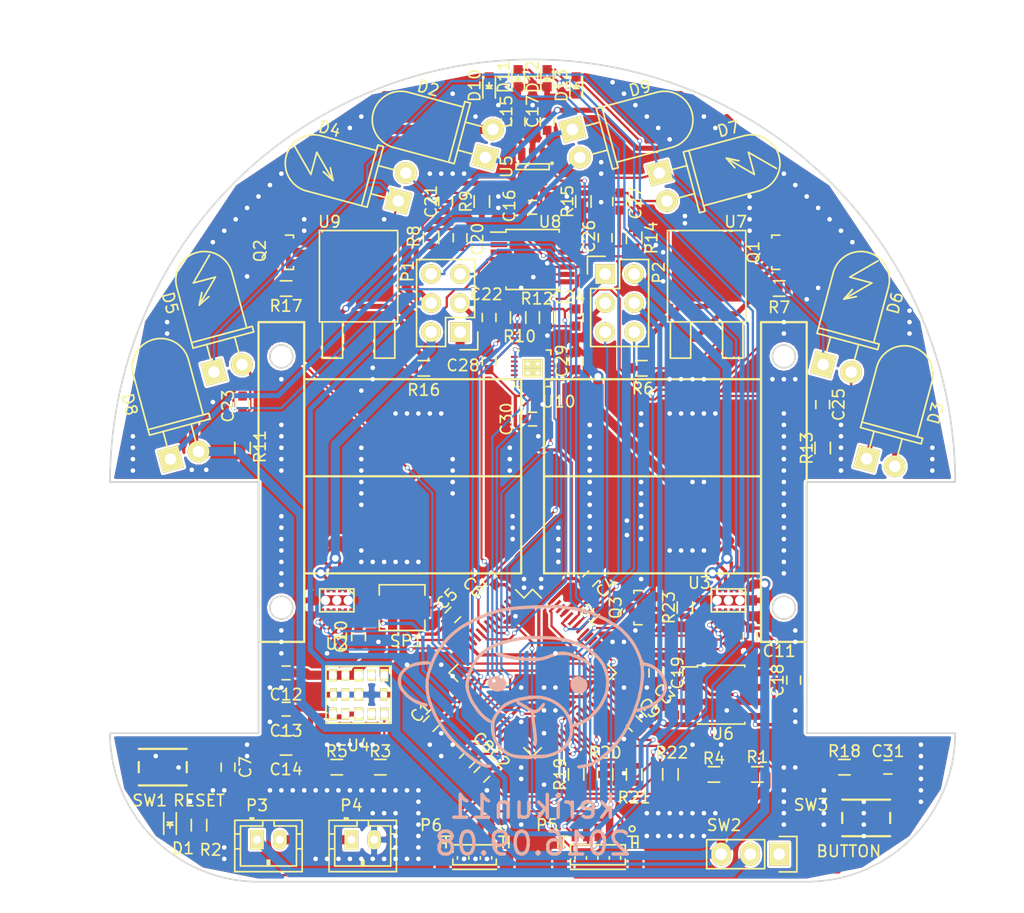
<source format=kicad_pcb>
(kicad_pcb (version 4) (host pcbnew 4.0.1-stable)
  (layers (0 F.Cu signal) (31 B.Cu signal) (34 B.Paste user) (35 F.Paste user) (36 B.SilkS user) (37 F.SilkS user) (38 B.Mask user) (39 F.Mask user) (44 Edge.Cuts user))
  (net 0 "")
  (net 1 +3V3)
  (net 2 GND)
  (net 3 RESET)
  (net 4 "Net-(C8-Pad1)")
  (net 5 "Net-(C9-Pad1)")
  (net 6 +BATT)
  (net 7 +5V)
  (net 8 +3.3VADC)
  (net 9 +1.65VA)
  (net 10 PR-RCV-SL)
  (net 11 "Net-(C20-Pad2)")
  (net 12 "Net-(C21-Pad2)")
  (net 13 PR-RCV-FL)
  (net 14 "Net-(C22-Pad2)")
  (net 15 "Net-(C23-Pad2)")
  (net 16 PR-RCV-FR)
  (net 17 "Net-(C24-Pad2)")
  (net 18 "Net-(C25-Pad2)")
  (net 19 PR-RCV-SR)
  (net 20 "Net-(C26-Pad2)")
  (net 21 "Net-(C27-Pad2)")
  (net 22 "Net-(C30-Pad1)")
  (net 23 BUTTON)
  (net 24 "Net-(D10-Pad2)")
  (net 25 "Net-(D11-Pad2)")
  (net 26 "Net-(D12-Pad2)")
  (net 27 /Motor_L/MT_OUT_1)
  (net 28 /Motor_L/MT_OUT_2)
  (net 29 EN-L-B)
  (net 30 EN-L-A)
  (net 31 /Motor_R/MT_OUT_1)
  (net 32 /Motor_R/MT_OUT_2)
  (net 33 EN-R-B)
  (net 34 EN-R-A)
  (net 35 "Net-(P3-Pad1)")
  (net 36 SWCLK)
  (net 37 SWDIO)
  (net 38 SWO)
  (net 39 UART-RX)
  (net 40 UART-TX)
  (net 41 "Net-(Q1-Pad1)")
  (net 42 "Net-(Q2-Pad1)")
  (net 43 SPEAKER)
  (net 44 "Net-(Q3-Pad3)")
  (net 45 BAT-VOL)
  (net 46 PR-LED-SL-FR)
  (net 47 PR-LED-FL_SR)
  (net 48 LED_1)
  (net 49 LED_2)
  (net 50 LED_3)
  (net 51 LED_4)
  (net 52 MT-IN-L-1)
  (net 53 MT-IN-L-2)
  (net 54 MT-IN-R-1)
  (net 55 MT-IN-R-2)
  (net 56 AXIS_~CS)
  (net 57 AXIS_SCK)
  (net 58 AXIS_MISO)
  (net 59 AXIS_MOSI)
  (net 60 AXIS_INT)
  (net 61 /IR_LED_SL_FR/IR_LED_1)
  (net 62 /IR_LED_SL_FR/IR_LED_2)
  (net 63 /IR_LED_FL_SR/IR_LED_1)
  (net 64 /IR_LED_FL_SR/IR_LED_2)
  (net 65 /IR_LED_SL_FR/IR_LED_3)
  (net 66 /IR_LED_FL_SR/IR_LED_3)
  (net 67 "Net-(D1-Pad2)")
  (net 68 "Net-(D13-Pad2)")
  (net 69 "Net-(P3-Pad2)")
  (net 70 "Net-(R3-Pad1)")
  (net 71 "Net-(R3-Pad2)")
  (net 72 "Net-(R6-Pad2)")
  (net 73 "Net-(R16-Pad2)")
  (module Connectors_JST:JST_SH_BM05B-SRSS-TB_05x1.00mm_Straight (layer F.Cu) (at 148.715 119.955 180)
    (fp_text reference P5 (at 4.445 1.905 180) (layer F.SilkS))
    (fp_text value SWD)
    (pad 1 smd rect (at -2 1.2625 180) (size 0.6 1.55) (layers F.Cu F.Paste F.Mask) (net 36 SWCLK))
    (pad 2 smd rect (at -1 1.2625 180) (size 0.6 1.55) (layers F.Cu F.Paste F.Mask) (net 2 GND))
    (pad 3 smd rect (at 0 1.2625 180) (size 0.6 1.55) (layers F.Cu F.Paste F.Mask) (net 37 SWDIO))
    (pad 4 smd rect (at 1 1.2625 180) (size 0.6 1.55) (layers F.Cu F.Paste F.Mask) (net 3 RESET))
    (pad 5 smd rect (at 2 1.2625 180) (size 0.6 1.55) (layers F.Cu F.Paste F.Mask) (net 38 SWO))
    (pad "" smd rect (at -3.3 -1.2625 180) (size 1.2 1.8) (layers F.Cu F.Paste F.Mask))
    (pad "" smd rect (at 3.3 -1.2625 180) (size 1.2 1.8) (layers F.Cu F.Paste F.Mask))
  )
  (module Capacitors_SMD:C_0603 (layer F.Cu) (at 134.11 109.16 225)
    (fp_text reference C1 (at -0.089803 1.347038 225) (layer F.SilkS))
    (fp_text value 0.1u)
    (pad 1 smd rect (at -0.75 0 225) (size 0.8 0.75) (layers F.Cu F.Paste F.Mask) (net 1 +3V3))
    (pad 2 smd rect (at 0.75 0 225) (size 0.8 0.75) (layers F.Cu F.Paste F.Mask) (net 2 GND))
  )
  (module Capacitors_SMD:C_0603 (layer F.Cu) (at 138.555 113.605 225)
    (fp_text reference C2 (at -2.065459 -0.089803 315) (layer F.SilkS))
    (fp_text value 0.1u)
    (pad 1 smd rect (at -0.75 0 225) (size 0.8 0.75) (layers F.Cu F.Paste F.Mask) (net 1 +3V3))
    (pad 2 smd rect (at 0.75 0 225) (size 0.8 0.75) (layers F.Cu F.Paste F.Mask) (net 2 GND))
  )
  (module Capacitors_SMD:C_0603 (layer F.Cu) (at 153.16 107.89 315)
    (fp_text reference C3 (at 0 -1.9 315) (layer F.SilkS))
    (fp_text value 0.1u)
    (pad 1 smd rect (at -0.75 0 315) (size 0.8 0.75) (layers F.Cu F.Paste F.Mask) (net 1 +3V3))
    (pad 2 smd rect (at 0.75 0 315) (size 0.8 0.75) (layers F.Cu F.Paste F.Mask) (net 2 GND))
  )
  (module Capacitors_SMD:C_0603 (layer F.Cu) (at 148.08 96.46 45)
    (fp_text reference C4 (at 0.449013 1.526644 45) (layer F.SilkS))
    (fp_text value 0.1u)
    (pad 1 smd rect (at -0.75 0 45) (size 0.8 0.75) (layers F.Cu F.Paste F.Mask) (net 1 +3V3))
    (pad 2 smd rect (at 0.75 0 45) (size 0.8 0.75) (layers F.Cu F.Paste F.Mask) (net 2 GND))
  )
  (module Capacitors_SMD:C_0603 (layer F.Cu) (at 136.015 99.635 45)
    (fp_text reference C5 (at 0.628618 -1.347038 45) (layer F.SilkS))
    (fp_text value 0.1u)
    (pad 1 smd rect (at -0.75 0 45) (size 0.8 0.75) (layers F.Cu F.Paste F.Mask) (net 1 +3V3))
    (pad 2 smd rect (at 0.75 0 45) (size 0.8 0.75) (layers F.Cu F.Paste F.Mask) (net 2 GND))
  )
  (module Capacitors_SMD:C_0603 (layer F.Cu) (at 139.19 96.46 135)
    (fp_text reference C6 (at 0.449013 -1.526644 135) (layer F.SilkS))
    (fp_text value 0.1u)
    (pad 1 smd rect (at -0.75 0 135) (size 0.8 0.75) (layers F.Cu F.Paste F.Mask) (net 1 +3V3))
    (pad 2 smd rect (at 0.75 0 135) (size 0.8 0.75) (layers F.Cu F.Paste F.Mask) (net 2 GND))
  )
  (module Capacitors_SMD:C_0603 (layer F.Cu) (at 116.33 112.97 270)
    (fp_text reference C7 (at 0 -1.524 270) (layer F.SilkS))
    (fp_text value 0.1u)
    (pad 1 smd rect (at -0.75 0 270) (size 0.8 0.75) (layers F.Cu F.Paste F.Mask) (net 3 RESET))
    (pad 2 smd rect (at 0.75 0 270) (size 0.8 0.75) (layers F.Cu F.Paste F.Mask) (net 2 GND))
  )
  (module Capacitors_SMD:C_0603 (layer F.Cu) (at 137.285 112.335 225)
    (fp_text reference C8 (at -2.065459 0.089803 315) (layer F.SilkS))
    (fp_text value 2.2u)
    (pad 1 smd rect (at -0.75 0 225) (size 0.8 0.75) (layers F.Cu F.Paste F.Mask) (net 4 "Net-(C8-Pad1)"))
    (pad 2 smd rect (at 0.75 0 225) (size 0.8 0.75) (layers F.Cu F.Paste F.Mask) (net 2 GND))
  )
  (module Capacitors_SMD:C_0603 (layer F.Cu) (at 151.89 109.16 315)
    (fp_text reference C9 (at 0 -1.9 315) (layer F.SilkS))
    (fp_text value 2.2u)
    (pad 1 smd rect (at -0.75 0 315) (size 0.8 0.75) (layers F.Cu F.Paste F.Mask) (net 5 "Net-(C9-Pad1)"))
    (pad 2 smd rect (at 0.75 0 315) (size 0.8 0.75) (layers F.Cu F.Paste F.Mask) (net 2 GND))
  )
  (module Capacitors_SMD:C_0603 (layer F.Cu) (at 127.76 101.54 270)
    (fp_text reference C10 (at 0 1.524 270) (layer F.SilkS))
    (fp_text value 0.1u)
    (pad 1 smd rect (at -0.75 0 270) (size 0.8 0.75) (layers F.Cu F.Paste F.Mask) (net 1 +3V3))
    (pad 2 smd rect (at 0.75 0 270) (size 0.8 0.75) (layers F.Cu F.Paste F.Mask) (net 2 GND))
  )
  (module Capacitors_SMD:C_0603 (layer F.Cu) (at 162.05 101.54 270)
    (fp_text reference C11 (at 1.27 -2.54 360) (layer F.SilkS))
    (fp_text value 0.1u)
    (pad 1 smd rect (at -0.75 0 270) (size 0.8 0.75) (layers F.Cu F.Paste F.Mask) (net 1 +3V3))
    (pad 2 smd rect (at 0.75 0 270) (size 0.8 0.75) (layers F.Cu F.Paste F.Mask) (net 2 GND))
  )
  (module Capacitors_SMD:C_0603 (layer F.Cu) (at 121.41 104.715 180)
    (fp_text reference C12 (at 0 -1.9 180) (layer F.SilkS))
    (fp_text value 0.1u)
    (pad 1 smd rect (at -0.75 0 180) (size 0.8 0.75) (layers F.Cu F.Paste F.Mask) (net 6 +BATT))
    (pad 2 smd rect (at 0.75 0 180) (size 0.8 0.75) (layers F.Cu F.Paste F.Mask) (net 2 GND))
  )
  (module Capacitors_SMD:C_0603 (layer F.Cu) (at 121.41 107.89 180)
    (fp_text reference C13 (at 0 -1.9 180) (layer F.SilkS))
    (fp_text value 0.1u)
    (pad 1 smd rect (at -0.75 0 180) (size 0.8 0.75) (layers F.Cu F.Paste F.Mask) (net 7 +5V))
    (pad 2 smd rect (at 0.75 0 180) (size 0.8 0.75) (layers F.Cu F.Paste F.Mask) (net 2 GND))
  )
  (module Capacitors_SMD:C_0805 (layer F.Cu) (at 121.41 111.065 180)
    (fp_text reference C14 (at 0 -2.1 180) (layer F.SilkS))
    (fp_text value 22u)
    (pad 1 smd rect (at -1 0 180) (size 1 1.25) (layers F.Cu F.Paste F.Mask) (net 7 +5V))
    (pad 2 smd rect (at 1 0 180) (size 1 1.25) (layers F.Cu F.Paste F.Mask) (net 2 GND))
  )
  (module Capacitors_SMD:C_0603 (layer F.Cu) (at 141.73 56.455 90)
    (fp_text reference C15 (at 0.889 -1.016 90) (layer F.SilkS))
    (fp_text value 0.1u)
    (pad 1 smd rect (at -0.75 0 90) (size 0.8 0.75) (layers F.Cu F.Paste F.Mask) (net 7 +5V))
    (pad 2 smd rect (at 0.75 0 90) (size 0.8 0.75) (layers F.Cu F.Paste F.Mask) (net 2 GND))
  )
  (module Capacitors_SMD:C_0603 (layer F.Cu) (at 143 63.948 180)
    (fp_text reference C16 (at 2.032 0.127 270) (layer F.SilkS))
    (fp_text value 10u)
    (pad 1 smd rect (at -0.75 0 180) (size 0.8 0.75) (layers F.Cu F.Paste F.Mask) (net 8 +3.3VADC))
    (pad 2 smd rect (at 0.75 0 180) (size 0.8 0.75) (layers F.Cu F.Paste F.Mask) (net 2 GND))
  )
  (module Capacitors_SMD:C_0603 (layer F.Cu) (at 144.27 56.455 90)
    (fp_text reference C17 (at 0.889 -1.27 90) (layer F.SilkS))
    (fp_text value 10u)
    (pad 1 smd rect (at -0.75 0 90) (size 0.8 0.75) (layers F.Cu F.Paste F.Mask) (net 9 +1.65VA))
    (pad 2 smd rect (at 0.75 0 90) (size 0.8 0.75) (layers F.Cu F.Paste F.Mask) (net 2 GND))
  )
  (module Capacitors_SMD:C_0603 (layer F.Cu) (at 165.86 105.35 270)
    (fp_text reference C18 (at 0 1.397 270) (layer F.SilkS))
    (fp_text value 0.1u)
    (pad 1 smd rect (at -0.75 0 270) (size 0.8 0.75) (layers F.Cu F.Paste F.Mask) (net 7 +5V))
    (pad 2 smd rect (at 0.75 0 270) (size 0.8 0.75) (layers F.Cu F.Paste F.Mask) (net 2 GND))
  )
  (module Capacitors_SMD:C_0603 (layer F.Cu) (at 153.795 104.715 270)
    (fp_text reference C19 (at 0 -1.9 270) (layer F.SilkS))
    (fp_text value 0.1u)
    (pad 1 smd rect (at -0.75 0 270) (size 0.8 0.75) (layers F.Cu F.Paste F.Mask) (net 1 +3V3))
    (pad 2 smd rect (at 0.75 0 270) (size 0.8 0.75) (layers F.Cu F.Paste F.Mask) (net 2 GND))
  )
  (module Capacitors_SMD:C_0603 (layer F.Cu) (at 136.65 66.615 270)
    (fp_text reference C20 (at 0.127 -1.524 270) (layer F.SilkS))
    (fp_text value 22p)
    (pad 1 smd rect (at -0.75 0 270) (size 0.8 0.75) (layers F.Cu F.Paste F.Mask) (net 10 PR-RCV-SL))
    (pad 2 smd rect (at 0.75 0 270) (size 0.8 0.75) (layers F.Cu F.Paste F.Mask) (net 11 "Net-(C20-Pad2)"))
  )
  (module Capacitors_SMD:C_0603 (layer F.Cu) (at 135.38 63.44 90)
    (fp_text reference C21 (at 0 -1.27 90) (layer F.SilkS))
    (fp_text value 0.01u)
    (pad 1 smd rect (at -0.75 0 90) (size 0.8 0.75) (layers F.Cu F.Paste F.Mask) (net 11 "Net-(C20-Pad2)"))
    (pad 2 smd rect (at 0.75 0 90) (size 0.8 0.75) (layers F.Cu F.Paste F.Mask) (net 12 "Net-(C21-Pad2)"))
  )
  (module Capacitors_SMD:C_0603 (layer F.Cu) (at 139.19 73.6 270)
    (fp_text reference C22 (at -2.032 0.254 360) (layer F.SilkS))
    (fp_text value 22p)
    (pad 1 smd rect (at -0.75 0 270) (size 0.8 0.75) (layers F.Cu F.Paste F.Mask) (net 13 PR-RCV-FL))
    (pad 2 smd rect (at 0.75 0 270) (size 0.8 0.75) (layers F.Cu F.Paste F.Mask) (net 14 "Net-(C22-Pad2)"))
  )
  (module Capacitors_SMD:C_0603 (layer F.Cu) (at 117.6 81.22 270)
    (fp_text reference C23 (at 0.127 1.27 270) (layer F.SilkS))
    (fp_text value 0.01u)
    (pad 1 smd rect (at -0.75 0 270) (size 0.8 0.75) (layers F.Cu F.Paste F.Mask) (net 14 "Net-(C22-Pad2)"))
    (pad 2 smd rect (at 0.75 0 270) (size 0.8 0.75) (layers F.Cu F.Paste F.Mask) (net 15 "Net-(C23-Pad2)"))
  )
  (module Capacitors_SMD:C_0603 (layer F.Cu) (at 146.81 73.6 270)
    (fp_text reference C24 (at -1.778 0.635 360) (layer F.SilkS))
    (fp_text value 22p)
    (pad 1 smd rect (at -0.75 0 270) (size 0.8 0.75) (layers F.Cu F.Paste F.Mask) (net 16 PR-RCV-FR))
    (pad 2 smd rect (at 0.75 0 270) (size 0.8 0.75) (layers F.Cu F.Paste F.Mask) (net 17 "Net-(C24-Pad2)"))
  )
  (module Capacitors_SMD:C_0603 (layer F.Cu) (at 168.4 81.22 270)
    (fp_text reference C25 (at 0 -1.397 270) (layer F.SilkS))
    (fp_text value 0.01u)
    (pad 1 smd rect (at -0.75 0 270) (size 0.8 0.75) (layers F.Cu F.Paste F.Mask) (net 17 "Net-(C24-Pad2)"))
    (pad 2 smd rect (at 0.75 0 270) (size 0.8 0.75) (layers F.Cu F.Paste F.Mask) (net 18 "Net-(C25-Pad2)"))
  )
  (module Capacitors_SMD:C_0603 (layer F.Cu) (at 149.35 66.615 270)
    (fp_text reference C26 (at -0.127 1.397 270) (layer F.SilkS))
    (fp_text value 22p)
    (pad 1 smd rect (at -0.75 0 270) (size 0.8 0.75) (layers F.Cu F.Paste F.Mask) (net 19 PR-RCV-SR))
    (pad 2 smd rect (at 0.75 0 270) (size 0.8 0.75) (layers F.Cu F.Paste F.Mask) (net 20 "Net-(C26-Pad2)"))
  )
  (module Capacitors_SMD:C_0603 (layer F.Cu) (at 150.62 63.44 90)
    (fp_text reference C27 (at -0.127 1.397 90) (layer F.SilkS))
    (fp_text value 0.01u)
    (pad 1 smd rect (at -0.75 0 90) (size 0.8 0.75) (layers F.Cu F.Paste F.Mask) (net 20 "Net-(C26-Pad2)"))
    (pad 2 smd rect (at 0.75 0 90) (size 0.8 0.75) (layers F.Cu F.Paste F.Mask) (net 21 "Net-(C27-Pad2)"))
  )
  (module Capacitors_SMD:C_0603 (layer F.Cu) (at 139.19 77.41 90)
    (fp_text reference C28 (at -0.381 -2.286 180) (layer F.SilkS))
    (fp_text value 0.01u)
    (pad 1 smd rect (at -0.75 0 90) (size 0.8 0.75) (layers F.Cu F.Paste F.Mask) (net 1 +3V3))
    (pad 2 smd rect (at 0.75 0 90) (size 0.8 0.75) (layers F.Cu F.Paste F.Mask) (net 2 GND))
  )
  (module Capacitors_SMD:C_0603 (layer F.Cu) (at 146.81 77.41 270)
    (fp_text reference C29 (at 0 1.27 270) (layer F.SilkS))
    (fp_text value 0.1u)
    (pad 1 smd rect (at -0.75 0 270) (size 0.8 0.75) (layers F.Cu F.Paste F.Mask) (net 2 GND))
    (pad 2 smd rect (at 0.75 0 270) (size 0.8 0.75) (layers F.Cu F.Paste F.Mask) (net 1 +3V3))
  )
  (module Capacitors_SMD:C_0603 (layer F.Cu) (at 143 82.49)
    (fp_text reference C30 (at -2.286 0 90) (layer F.SilkS))
    (fp_text value 0.1u)
    (pad 1 smd rect (at -0.75 0) (size 0.8 0.75) (layers F.Cu F.Paste F.Mask) (net 22 "Net-(C30-Pad1)"))
    (pad 2 smd rect (at 0.75 0) (size 0.8 0.75) (layers F.Cu F.Paste F.Mask) (net 2 GND))
  )
  (module Capacitors_SMD:C_0603 (layer F.Cu) (at 174.115 112.97)
    (fp_text reference C31 (at 0 -1.397) (layer F.SilkS))
    (fp_text value 0.1u)
    (pad 1 smd rect (at -0.75 0) (size 0.8 0.75) (layers F.Cu F.Paste F.Mask) (net 23 BUTTON))
    (pad 2 smd rect (at 0.75 0) (size 0.8 0.75) (layers F.Cu F.Paste F.Mask) (net 2 GND))
  )
  (module LEDs:LED_0603 (layer F.Cu) (at 139.19 53.28 90)
    (fp_text reference D10 (at 0 -1.27 270) (layer F.SilkS))
    (fp_text value LED)
    (pad 2 smd rect (at 0.7493 0 270) (size 0.79756 0.79756) (layers F.Cu F.Paste F.Mask) (net 24 "Net-(D10-Pad2)"))
    (pad 1 smd rect (at -0.7493 0 270) (size 0.79756 0.79756) (layers F.Cu F.Paste F.Mask) (net 2 GND))
  )
  (module LEDs:LED_0603 (layer F.Cu) (at 141.73 52.645 90)
    (fp_text reference D11 (at 0.127 -1.27 90) (layer F.SilkS))
    (fp_text value LED)
    (pad 2 smd rect (at 0.7493 0 270) (size 0.79756 0.79756) (layers F.Cu F.Paste F.Mask) (net 25 "Net-(D11-Pad2)"))
    (pad 1 smd rect (at -0.7493 0 270) (size 0.79756 0.79756) (layers F.Cu F.Paste F.Mask) (net 2 GND))
  )
  (module LEDs:LED_0603 (layer F.Cu) (at 144.27 52.645 90)
    (fp_text reference D12 (at 0.127 -1.27 270) (layer F.SilkS))
    (fp_text value LED)
    (pad 2 smd rect (at 0.7493 0 270) (size 0.79756 0.79756) (layers F.Cu F.Paste F.Mask) (net 26 "Net-(D12-Pad2)"))
    (pad 1 smd rect (at -0.7493 0 270) (size 0.79756 0.79756) (layers F.Cu F.Paste F.Mask) (net 2 GND))
  )
  (module LEDs:LED_0603 (layer F.Cu) (at 146.81 53.28 90)
    (fp_text reference D13 (at 0 -1.27 270) (layer F.SilkS))
    (fp_text value LED)
    (pad 2 smd rect (at 0.7493 0 270) (size 0.79756 0.79756) (layers F.Cu F.Paste F.Mask) (net 68 "Net-(D13-Pad2)"))
    (pad 1 smd rect (at -0.7493 0 270) (size 0.79756 0.79756) (layers F.Cu F.Paste F.Mask) (net 2 GND))
  )
  (module Pin_Headers:Pin_Header_Straight_2x03 (layer F.Cu) (at 136.65 74.87 180)
    (fp_text reference P1 (at 4.572 5.334 270) (layer F.SilkS))
    (fp_text value MT-ENC)
    (pad 1 thru_hole rect (at 0 0 180) (size 1.7272 1.7272) (drill 1.016) (layers *.Cu *.Mask F.SilkS) (net 27 /Motor_L/MT_OUT_1))
    (pad 2 thru_hole oval (at 2.54 0 180) (size 1.7272 1.7272) (drill 1.016) (layers *.Cu *.Mask F.SilkS) (net 28 /Motor_L/MT_OUT_2))
    (pad 3 thru_hole oval (at 0 2.54 180) (size 1.7272 1.7272) (drill 1.016) (layers *.Cu *.Mask F.SilkS) (net 2 GND))
    (pad 4 thru_hole oval (at 2.54 2.54 180) (size 1.7272 1.7272) (drill 1.016) (layers *.Cu *.Mask F.SilkS) (net 7 +5V))
    (pad 5 thru_hole oval (at 0 5.08 180) (size 1.7272 1.7272) (drill 1.016) (layers *.Cu *.Mask F.SilkS) (net 29 EN-L-B))
    (pad 6 thru_hole oval (at 2.54 5.08 180) (size 1.7272 1.7272) (drill 1.016) (layers *.Cu *.Mask F.SilkS) (net 30 EN-L-A))
  )
  (module Pin_Headers:Pin_Header_Straight_2x03 (layer F.Cu) (at 149.35 69.79)
    (fp_text reference P2 (at 4.699 -0.127 90) (layer F.SilkS))
    (fp_text value MT-ENC)
    (pad 1 thru_hole rect (at 0 0) (size 1.7272 1.7272) (drill 1.016) (layers *.Cu *.Mask F.SilkS) (net 31 /Motor_R/MT_OUT_1))
    (pad 2 thru_hole oval (at 2.54 0) (size 1.7272 1.7272) (drill 1.016) (layers *.Cu *.Mask F.SilkS) (net 32 /Motor_R/MT_OUT_2))
    (pad 3 thru_hole oval (at 0 2.54) (size 1.7272 1.7272) (drill 1.016) (layers *.Cu *.Mask F.SilkS) (net 2 GND))
    (pad 4 thru_hole oval (at 2.54 2.54) (size 1.7272 1.7272) (drill 1.016) (layers *.Cu *.Mask F.SilkS) (net 7 +5V))
    (pad 5 thru_hole oval (at 0 5.08) (size 1.7272 1.7272) (drill 1.016) (layers *.Cu *.Mask F.SilkS) (net 33 EN-R-B))
    (pad 6 thru_hole oval (at 2.54 5.08) (size 1.7272 1.7272) (drill 1.016) (layers *.Cu *.Mask F.SilkS) (net 34 EN-R-A))
  )
  (module TO_SOT_Packages_SMD:SOT-23 (layer F.Cu) (at 164.59 67.885 90)
    (fp_text reference Q1 (at 0 -2.25 90) (layer F.SilkS))
    (fp_text value IRFML8244)
    (pad 1 smd rect (at -0.95 1.00076 90) (size 0.8001 0.8001) (layers F.Cu F.Paste F.Mask) (net 41 "Net-(Q1-Pad1)"))
    (pad 2 smd rect (at 0.95 1.00076 90) (size 0.8001 0.8001) (layers F.Cu F.Paste F.Mask) (net 2 GND))
    (pad 3 smd rect (at 0 -0.99822 90) (size 0.8001 0.8001) (layers F.Cu F.Paste F.Mask) (net 65 /IR_LED_SL_FR/IR_LED_3))
  )
  (module TO_SOT_Packages_SMD:SOT-23 (layer F.Cu) (at 121.41 67.885 270)
    (fp_text reference Q2 (at -0.127 2.286 270) (layer F.SilkS))
    (fp_text value IRFML8244)
    (pad 1 smd rect (at -0.95 1.00076 270) (size 0.8001 0.8001) (layers F.Cu F.Paste F.Mask) (net 42 "Net-(Q2-Pad1)"))
    (pad 2 smd rect (at 0.95 1.00076 270) (size 0.8001 0.8001) (layers F.Cu F.Paste F.Mask) (net 2 GND))
    (pad 3 smd rect (at 0 -0.99822 270) (size 0.8001 0.8001) (layers F.Cu F.Paste F.Mask) (net 66 /IR_LED_FL_SR/IR_LED_3))
  )
  (module TO_SOT_Packages_SMD:SOT-23 (layer F.Cu) (at 152.525 99 90)
    (fp_text reference Q3 (at 0 -2.25 90) (layer F.SilkS))
    (fp_text value BSS138)
    (pad 1 smd rect (at -0.95 1.00076 90) (size 0.8001 0.8001) (layers F.Cu F.Paste F.Mask) (net 43 SPEAKER))
    (pad 2 smd rect (at 0.95 1.00076 90) (size 0.8001 0.8001) (layers F.Cu F.Paste F.Mask) (net 2 GND))
    (pad 3 smd rect (at 0 -0.99822 90) (size 0.8001 0.8001) (layers F.Cu F.Paste F.Mask) (net 44 "Net-(Q3-Pad3)"))
  )
  (module Resistors_SMD:R_0603 (layer F.Cu) (at 162.685 113.605 180)
    (fp_text reference R1 (at 0 1.524 180) (layer F.SilkS))
    (fp_text value 20k)
    (pad 1 smd rect (at -0.75 0 180) (size 0.5 0.9) (layers F.Cu F.Paste F.Mask) (net 6 +BATT))
    (pad 2 smd rect (at 0.75 0 180) (size 0.5 0.9) (layers F.Cu F.Paste F.Mask) (net 45 BAT-VOL))
  )
  (module Resistors_SMD:R_0603 (layer F.Cu) (at 129.665 112.97)
    (fp_text reference R3 (at 0 -1.397) (layer F.SilkS))
    (fp_text value 68)
    (pad 1 smd rect (at -0.75 0) (size 0.5 0.9) (layers F.Cu F.Paste F.Mask) (net 70 "Net-(R3-Pad1)"))
    (pad 2 smd rect (at 0.75 0) (size 0.5 0.9) (layers F.Cu F.Paste F.Mask) (net 71 "Net-(R3-Pad2)"))
  )
  (module Resistors_SMD:R_0603 (layer F.Cu) (at 158.875 113.605 180)
    (fp_text reference R4 (at 0 1.397 180) (layer F.SilkS))
    (fp_text value 10k)
    (pad 1 smd rect (at -0.75 0 180) (size 0.5 0.9) (layers F.Cu F.Paste F.Mask) (net 45 BAT-VOL))
    (pad 2 smd rect (at 0.75 0 180) (size 0.5 0.9) (layers F.Cu F.Paste F.Mask) (net 2 GND))
  )
  (module Resistors_SMD:R_0603 (layer F.Cu) (at 125.855 112.97 180)
    (fp_text reference R5 (at 0 1.397 180) (layer F.SilkS))
    (fp_text value 68)
    (pad 1 smd rect (at -0.75 0 180) (size 0.5 0.9) (layers F.Cu F.Paste F.Mask) (net 70 "Net-(R3-Pad1)"))
    (pad 2 smd rect (at 0.75 0 180) (size 0.5 0.9) (layers F.Cu F.Paste F.Mask) (net 2 GND))
  )
  (module Resistors_SMD:R_0603 (layer F.Cu) (at 152.525 78.045)
    (fp_text reference R6 (at 0.127 1.778) (layer F.SilkS))
    (fp_text value 100)
    (pad 1 smd rect (at -0.75 0) (size 0.5 0.9) (layers F.Cu F.Paste F.Mask) (net 65 /IR_LED_SL_FR/IR_LED_3))
    (pad 2 smd rect (at 0.75 0) (size 0.5 0.9) (layers F.Cu F.Paste F.Mask) (net 72 "Net-(R6-Pad2)"))
  )
  (module Resistors_SMD:R_0603 (layer F.Cu) (at 164.59 71.06 180)
    (fp_text reference R7 (at 0 -1.651 180) (layer F.SilkS))
    (fp_text value 10)
    (pad 1 smd rect (at -0.75 0 180) (size 0.5 0.9) (layers F.Cu F.Paste F.Mask) (net 41 "Net-(Q1-Pad1)"))
    (pad 2 smd rect (at 0.75 0 180) (size 0.5 0.9) (layers F.Cu F.Paste F.Mask) (net 46 PR-LED-SL-FR))
  )
  (module Resistors_SMD:R_0603 (layer F.Cu) (at 134.11 66.615 270)
    (fp_text reference R8 (at -0.127 1.524 270) (layer F.SilkS))
    (fp_text value 220k)
    (pad 1 smd rect (at -0.75 0 270) (size 0.5 0.9) (layers F.Cu F.Paste F.Mask) (net 10 PR-RCV-SL))
    (pad 2 smd rect (at 0.75 0 270) (size 0.5 0.9) (layers F.Cu F.Paste F.Mask) (net 11 "Net-(C20-Pad2)"))
  )
  (module Resistors_SMD:R_0603 (layer F.Cu) (at 138.555 63.44 270)
    (fp_text reference R9 (at 0 1.397 270) (layer F.SilkS))
    (fp_text value 100k)
    (pad 1 smd rect (at -0.75 0 270) (size 0.5 0.9) (layers F.Cu F.Paste F.Mask) (net 12 "Net-(C21-Pad2)"))
    (pad 2 smd rect (at 0.75 0 270) (size 0.5 0.9) (layers F.Cu F.Paste F.Mask) (net 2 GND))
  )
  (module Resistors_SMD:R_0603 (layer F.Cu) (at 141.73 73.6 270)
    (fp_text reference R10 (at 1.651 -0.127 360) (layer F.SilkS))
    (fp_text value 220k)
    (pad 1 smd rect (at -0.75 0 270) (size 0.5 0.9) (layers F.Cu F.Paste F.Mask) (net 13 PR-RCV-FL))
    (pad 2 smd rect (at 0.75 0 270) (size 0.5 0.9) (layers F.Cu F.Paste F.Mask) (net 14 "Net-(C22-Pad2)"))
  )
  (module Resistors_SMD:R_0603 (layer F.Cu) (at 117.6 85.03 270)
    (fp_text reference R11 (at -0.127 -1.524 270) (layer F.SilkS))
    (fp_text value 100k)
    (pad 1 smd rect (at -0.75 0 270) (size 0.5 0.9) (layers F.Cu F.Paste F.Mask) (net 15 "Net-(C23-Pad2)"))
    (pad 2 smd rect (at 0.75 0 270) (size 0.5 0.9) (layers F.Cu F.Paste F.Mask) (net 2 GND))
  )
  (module Resistors_SMD:R_0603 (layer F.Cu) (at 144.27 73.6 270)
    (fp_text reference R12 (at -1.651 0.889 360) (layer F.SilkS))
    (fp_text value 220k)
    (pad 1 smd rect (at -0.75 0 270) (size 0.5 0.9) (layers F.Cu F.Paste F.Mask) (net 16 PR-RCV-FR))
    (pad 2 smd rect (at 0.75 0 270) (size 0.5 0.9) (layers F.Cu F.Paste F.Mask) (net 17 "Net-(C24-Pad2)"))
  )
  (module Resistors_SMD:R_0603 (layer F.Cu) (at 168.4 85.03 270)
    (fp_text reference R13 (at 0 1.397 270) (layer F.SilkS))
    (fp_text value 100k)
    (pad 1 smd rect (at -0.75 0 270) (size 0.5 0.9) (layers F.Cu F.Paste F.Mask) (net 18 "Net-(C25-Pad2)"))
    (pad 2 smd rect (at 0.75 0 270) (size 0.5 0.9) (layers F.Cu F.Paste F.Mask) (net 2 GND))
  )
  (module Resistors_SMD:R_0603 (layer F.Cu) (at 151.89 66.615 270)
    (fp_text reference R14 (at 0 -1.524 270) (layer F.SilkS))
    (fp_text value 220k)
    (pad 1 smd rect (at -0.75 0 270) (size 0.5 0.9) (layers F.Cu F.Paste F.Mask) (net 19 PR-RCV-SR))
    (pad 2 smd rect (at 0.75 0 270) (size 0.5 0.9) (layers F.Cu F.Paste F.Mask) (net 20 "Net-(C26-Pad2)"))
  )
  (module Resistors_SMD:R_0603 (layer F.Cu) (at 147.445 63.44 270)
    (fp_text reference R15 (at 0 1.397 270) (layer F.SilkS))
    (fp_text value 100k)
    (pad 1 smd rect (at -0.75 0 270) (size 0.5 0.9) (layers F.Cu F.Paste F.Mask) (net 21 "Net-(C27-Pad2)"))
    (pad 2 smd rect (at 0.75 0 270) (size 0.5 0.9) (layers F.Cu F.Paste F.Mask) (net 2 GND))
  )
  (module Resistors_SMD:R_0603 (layer F.Cu) (at 133.475 78.045 180)
    (fp_text reference R16 (at 0 -1.9 180) (layer F.SilkS))
    (fp_text value 100)
    (pad 1 smd rect (at -0.75 0 180) (size 0.5 0.9) (layers F.Cu F.Paste F.Mask) (net 66 /IR_LED_FL_SR/IR_LED_3))
    (pad 2 smd rect (at 0.75 0 180) (size 0.5 0.9) (layers F.Cu F.Paste F.Mask) (net 73 "Net-(R16-Pad2)"))
  )
  (module Resistors_SMD:R_0603 (layer F.Cu) (at 121.41 71.06)
    (fp_text reference R17 (at 0 1.524) (layer F.SilkS))
    (fp_text value 10)
    (pad 1 smd rect (at -0.75 0) (size 0.5 0.9) (layers F.Cu F.Paste F.Mask) (net 42 "Net-(Q2-Pad1)"))
    (pad 2 smd rect (at 0.75 0) (size 0.5 0.9) (layers F.Cu F.Paste F.Mask) (net 47 PR-LED-FL_SR))
  )
  (module Resistors_SMD:R_0603 (layer F.Cu) (at 170.305 112.97)
    (fp_text reference R18 (at 0 -1.397) (layer F.SilkS))
    (fp_text value 10k)
    (pad 1 smd rect (at -0.75 0) (size 0.5 0.9) (layers F.Cu F.Paste F.Mask) (net 1 +3V3))
    (pad 2 smd rect (at 0.75 0) (size 0.5 0.9) (layers F.Cu F.Paste F.Mask) (net 23 BUTTON))
  )
  (module Resistors_SMD:R_0603 (layer F.Cu) (at 146.81 113.605 270)
    (fp_text reference R19 (at 0 1.397 270) (layer F.SilkS))
    (fp_text value 1k)
    (pad 1 smd rect (at -0.75 0 270) (size 0.5 0.9) (layers F.Cu F.Paste F.Mask) (net 48 LED_1))
    (pad 2 smd rect (at 0.75 0 270) (size 0.5 0.9) (layers F.Cu F.Paste F.Mask) (net 24 "Net-(D10-Pad2)"))
  )
  (module Resistors_SMD:R_0603 (layer F.Cu) (at 149.35 113.605 270)
    (fp_text reference R20 (at -1.905 0 360) (layer F.SilkS))
    (fp_text value 1k)
    (pad 1 smd rect (at -0.75 0 270) (size 0.5 0.9) (layers F.Cu F.Paste F.Mask) (net 49 LED_2))
    (pad 2 smd rect (at 0.75 0 270) (size 0.5 0.9) (layers F.Cu F.Paste F.Mask) (net 25 "Net-(D11-Pad2)"))
  )
  (module Resistors_SMD:R_0603 (layer F.Cu) (at 151.89 113.605 270)
    (fp_text reference R21 (at 2.032 0 360) (layer F.SilkS))
    (fp_text value 1k)
    (pad 1 smd rect (at -0.75 0 270) (size 0.5 0.9) (layers F.Cu F.Paste F.Mask) (net 50 LED_3))
    (pad 2 smd rect (at 0.75 0 270) (size 0.5 0.9) (layers F.Cu F.Paste F.Mask) (net 26 "Net-(D12-Pad2)"))
  )
  (module Resistors_SMD:R_0603 (layer F.Cu) (at 155.065 113.605 270)
    (fp_text reference R22 (at -1.905 -0.127 360) (layer F.SilkS))
    (fp_text value 1k)
    (pad 1 smd rect (at -0.75 0 270) (size 0.5 0.9) (layers F.Cu F.Paste F.Mask) (net 51 LED_4))
    (pad 2 smd rect (at 0.75 0 270) (size 0.5 0.9) (layers F.Cu F.Paste F.Mask) (net 68 "Net-(D13-Pad2)"))
  )
  (module Resistors_SMD:R_0603 (layer F.Cu) (at 156.335 99 90)
    (fp_text reference R23 (at 0 -1.397 90) (layer F.SilkS))
    (fp_text value 4.7k)
    (pad 1 smd rect (at -0.75 0 90) (size 0.5 0.9) (layers F.Cu F.Paste F.Mask) (net 43 SPEAKER))
    (pad 2 smd rect (at 0.75 0 90) (size 0.5 0.9) (layers F.Cu F.Paste F.Mask) (net 2 GND))
  )
  (module kerikun11:SMT-0440-S-R (layer F.Cu) (at 131.57 99)
    (fp_text reference SP1 (at 0.381 2.921) (layer F.SilkS))
    (fp_text value SMT-0440 hide)
    (pad 1 smd rect (at -2 0) (size 1 1.6) (layers F.Cu F.Paste F.Mask) (net 1 +3V3))
    (pad 2 smd rect (at 2 0) (size 1 1.6) (layers F.Cu F.Paste F.Mask) (net 44 "Net-(Q3-Pad3)"))
  )
  (module module:SKRPACE010 (layer F.Cu) (at 110.615 112.97)
    (fp_text reference SW1 (at -1.143 2.921 180) (layer F.SilkS))
    (fp_text value RESET (at 3.175 2.921) (layer F.SilkS))
    (pad 1 smd rect (at -2.075 -1.075) (size 1.05 0.65) (layers F.Cu F.Paste F.Mask))
    (pad 2 smd rect (at 2.075 -1.075) (size 1.05 0.65) (layers F.Cu F.Paste F.Mask) (net 3 RESET))
    (pad 3 smd rect (at -2.075 1.075) (size 1.05 0.65) (layers F.Cu F.Paste F.Mask))
    (pad 4 smd rect (at 2.075 1.075) (size 1.05 0.65) (layers F.Cu F.Paste F.Mask) (net 2 GND))
  )
  (module Pin_Headers:Pin_Header_Straight_1x03 (layer F.Cu) (at 164.59 120.59 270)
    (fp_text reference SW2 (at -2.54 4.826 360) (layer F.SilkS))
    (fp_text value Power)
    (pad 1 thru_hole rect (at 0 0 270) (size 2.032 1.7272) (drill 1.016) (layers *.Cu *.Mask F.SilkS))
    (pad 2 thru_hole oval (at 0 2.54 270) (size 2.032 1.7272) (drill 1.016) (layers *.Cu *.Mask F.SilkS) (net 35 "Net-(P3-Pad1)"))
    (pad 3 thru_hole oval (at 0 5.08 270) (size 2.032 1.7272) (drill 1.016) (layers *.Cu *.Mask F.SilkS) (net 6 +BATT))
  )
  (module module:SKRPACE010 (layer F.Cu) (at 172.21 117.415)
    (fp_text reference SW3 (at -4.826 -1.143) (layer F.SilkS))
    (fp_text value BUTTON (at -1.524 2.921) (layer F.SilkS))
    (pad 1 smd rect (at -2.075 -1.075) (size 1.05 0.65) (layers F.Cu F.Paste F.Mask))
    (pad 2 smd rect (at 2.075 -1.075) (size 1.05 0.65) (layers F.Cu F.Paste F.Mask) (net 23 BUTTON))
    (pad 3 smd rect (at -2.075 1.075) (size 1.05 0.65) (layers F.Cu F.Paste F.Mask))
    (pad 4 smd rect (at 2.075 1.075) (size 1.05 0.65) (layers F.Cu F.Paste F.Mask) (net 2 GND))
  )
  (module Housings_QFP:LQFP-64_10x10mm_Pitch0.5mm (layer F.Cu) (at 143 104.715 315)
    (fp_text reference U1 (at 0 -7.2 315) (layer F.SilkS))
    (fp_text value STM32F405RGTx)
    (pad 1 smd rect (at -5.7 -3.75 315) (size 1 0.25) (layers F.Cu F.Paste F.Mask) (net 1 +3V3))
    (pad 2 smd rect (at -5.7 -3.25 315) (size 1 0.25) (layers F.Cu F.Paste F.Mask))
    (pad 3 smd rect (at -5.7 -2.75 315) (size 1 0.25) (layers F.Cu F.Paste F.Mask))
    (pad 4 smd rect (at -5.7 -2.25 315) (size 1 0.25) (layers F.Cu F.Paste F.Mask))
    (pad 5 smd rect (at -5.7 -1.75 315) (size 1 0.25) (layers F.Cu F.Paste F.Mask))
    (pad 6 smd rect (at -5.7 -1.25 315) (size 1 0.25) (layers F.Cu F.Paste F.Mask))
    (pad 7 smd rect (at -5.7 -0.75 315) (size 1 0.25) (layers F.Cu F.Paste F.Mask) (net 3 RESET))
    (pad 8 smd rect (at -5.7 -0.25 315) (size 1 0.25) (layers F.Cu F.Paste F.Mask) (net 10 PR-RCV-SL))
    (pad 9 smd rect (at -5.7 0.25 315) (size 1 0.25) (layers F.Cu F.Paste F.Mask) (net 13 PR-RCV-FL))
    (pad 10 smd rect (at -5.7 0.75 315) (size 1 0.25) (layers F.Cu F.Paste F.Mask) (net 16 PR-RCV-FR))
    (pad 11 smd rect (at -5.7 1.25 315) (size 1 0.25) (layers F.Cu F.Paste F.Mask) (net 19 PR-RCV-SR))
    (pad 12 smd rect (at -5.7 1.75 315) (size 1 0.25) (layers F.Cu F.Paste F.Mask) (net 2 GND))
    (pad 13 smd rect (at -5.7 2.25 315) (size 1 0.25) (layers F.Cu F.Paste F.Mask) (net 1 +3V3))
    (pad 14 smd rect (at -5.7 2.75 315) (size 1 0.25) (layers F.Cu F.Paste F.Mask) (net 52 MT-IN-L-1))
    (pad 15 smd rect (at -5.7 3.25 315) (size 1 0.25) (layers F.Cu F.Paste F.Mask) (net 53 MT-IN-L-2))
    (pad 16 smd rect (at -5.7 3.75 315) (size 1 0.25) (layers F.Cu F.Paste F.Mask) (net 54 MT-IN-R-1))
    (pad 17 smd rect (at -3.75 5.7 45) (size 1 0.25) (layers F.Cu F.Paste F.Mask) (net 55 MT-IN-R-2))
    (pad 18 smd rect (at -3.25 5.7 45) (size 1 0.25) (layers F.Cu F.Paste F.Mask) (net 2 GND))
    (pad 19 smd rect (at -2.75 5.7 45) (size 1 0.25) (layers F.Cu F.Paste F.Mask) (net 1 +3V3))
    (pad 20 smd rect (at -2.25 5.7 45) (size 1 0.25) (layers F.Cu F.Paste F.Mask) (net 56 AXIS_~CS))
    (pad 21 smd rect (at -1.75 5.7 45) (size 1 0.25) (layers F.Cu F.Paste F.Mask) (net 57 AXIS_SCK))
    (pad 22 smd rect (at -1.25 5.7 45) (size 1 0.25) (layers F.Cu F.Paste F.Mask) (net 58 AXIS_MISO))
    (pad 23 smd rect (at -0.75 5.7 45) (size 1 0.25) (layers F.Cu F.Paste F.Mask) (net 59 AXIS_MOSI))
    (pad 24 smd rect (at -0.25 5.7 45) (size 1 0.25) (layers F.Cu F.Paste F.Mask) (net 60 AXIS_INT))
    (pad 25 smd rect (at 0.25 5.7 45) (size 1 0.25) (layers F.Cu F.Paste F.Mask) (net 48 LED_1))
    (pad 26 smd rect (at 0.75 5.7 45) (size 1 0.25) (layers F.Cu F.Paste F.Mask) (net 23 BUTTON))
    (pad 27 smd rect (at 1.25 5.7 45) (size 1 0.25) (layers F.Cu F.Paste F.Mask) (net 45 BAT-VOL))
    (pad 28 smd rect (at 1.75 5.7 45) (size 1 0.25) (layers F.Cu F.Paste F.Mask))
    (pad 29 smd rect (at 2.25 5.7 45) (size 1 0.25) (layers F.Cu F.Paste F.Mask))
    (pad 30 smd rect (at 2.75 5.7 45) (size 1 0.25) (layers F.Cu F.Paste F.Mask))
    (pad 31 smd rect (at 3.25 5.7 45) (size 1 0.25) (layers F.Cu F.Paste F.Mask) (net 4 "Net-(C8-Pad1)"))
    (pad 32 smd rect (at 3.75 5.7 45) (size 1 0.25) (layers F.Cu F.Paste F.Mask) (net 1 +3V3))
    (pad 33 smd rect (at 5.7 3.75 315) (size 1 0.25) (layers F.Cu F.Paste F.Mask))
    (pad 34 smd rect (at 5.7 3.25 315) (size 1 0.25) (layers F.Cu F.Paste F.Mask))
    (pad 35 smd rect (at 5.7 2.75 315) (size 1 0.25) (layers F.Cu F.Paste F.Mask) (net 46 PR-LED-SL-FR))
    (pad 36 smd rect (at 5.7 2.25 315) (size 1 0.25) (layers F.Cu F.Paste F.Mask) (net 47 PR-LED-FL_SR))
    (pad 37 smd rect (at 5.7 1.75 315) (size 1 0.25) (layers F.Cu F.Paste F.Mask) (net 49 LED_2))
    (pad 38 smd rect (at 5.7 1.25 315) (size 1 0.25) (layers F.Cu F.Paste F.Mask) (net 50 LED_3))
    (pad 39 smd rect (at 5.7 0.75 315) (size 1 0.25) (layers F.Cu F.Paste F.Mask) (net 51 LED_4))
    (pad 40 smd rect (at 5.7 0.25 315) (size 1 0.25) (layers F.Cu F.Paste F.Mask))
    (pad 41 smd rect (at 5.7 -0.25 315) (size 1 0.25) (layers F.Cu F.Paste F.Mask))
    (pad 42 smd rect (at 5.7 -0.75 315) (size 1 0.25) (layers F.Cu F.Paste F.Mask) (net 40 UART-TX))
    (pad 43 smd rect (at 5.7 -1.25 315) (size 1 0.25) (layers F.Cu F.Paste F.Mask) (net 39 UART-RX))
    (pad 44 smd rect (at 5.7 -1.75 315) (size 1 0.25) (layers F.Cu F.Paste F.Mask))
    (pad 45 smd rect (at 5.7 -2.25 315) (size 1 0.25) (layers F.Cu F.Paste F.Mask))
    (pad 46 smd rect (at 5.7 -2.75 315) (size 1 0.25) (layers F.Cu F.Paste F.Mask) (net 37 SWDIO))
    (pad 47 smd rect (at 5.7 -3.25 315) (size 1 0.25) (layers F.Cu F.Paste F.Mask) (net 5 "Net-(C9-Pad1)"))
    (pad 48 smd rect (at 5.7 -3.75 315) (size 1 0.25) (layers F.Cu F.Paste F.Mask) (net 1 +3V3))
    (pad 49 smd rect (at 3.75 -5.7 45) (size 1 0.25) (layers F.Cu F.Paste F.Mask) (net 36 SWCLK))
    (pad 50 smd rect (at 3.25 -5.7 45) (size 1 0.25) (layers F.Cu F.Paste F.Mask))
    (pad 51 smd rect (at 2.75 -5.7 45) (size 1 0.25) (layers F.Cu F.Paste F.Mask))
    (pad 52 smd rect (at 2.25 -5.7 45) (size 1 0.25) (layers F.Cu F.Paste F.Mask))
    (pad 53 smd rect (at 1.75 -5.7 45) (size 1 0.25) (layers F.Cu F.Paste F.Mask))
    (pad 54 smd rect (at 1.25 -5.7 45) (size 1 0.25) (layers F.Cu F.Paste F.Mask))
    (pad 55 smd rect (at 0.75 -5.7 45) (size 1 0.25) (layers F.Cu F.Paste F.Mask) (net 38 SWO))
    (pad 56 smd rect (at 0.25 -5.7 45) (size 1 0.25) (layers F.Cu F.Paste F.Mask) (net 30 EN-L-A))
    (pad 57 smd rect (at -0.25 -5.7 45) (size 1 0.25) (layers F.Cu F.Paste F.Mask) (net 29 EN-L-B))
    (pad 58 smd rect (at -0.75 -5.7 45) (size 1 0.25) (layers F.Cu F.Paste F.Mask) (net 34 EN-R-A))
    (pad 59 smd rect (at -1.25 -5.7 45) (size 1 0.25) (layers F.Cu F.Paste F.Mask) (net 33 EN-R-B))
    (pad 60 smd rect (at -1.75 -5.7 45) (size 1 0.25) (layers F.Cu F.Paste F.Mask) (net 2 GND))
    (pad 61 smd rect (at -2.25 -5.7 45) (size 1 0.25) (layers F.Cu F.Paste F.Mask))
    (pad 62 smd rect (at -2.75 -5.7 45) (size 1 0.25) (layers F.Cu F.Paste F.Mask) (net 43 SPEAKER))
    (pad 63 smd rect (at -3.25 -5.7 45) (size 1 0.25) (layers F.Cu F.Paste F.Mask) (net 2 GND))
    (pad 64 smd rect (at -3.75 -5.7 45) (size 1 0.25) (layers F.Cu F.Paste F.Mask) (net 1 +3V3))
  )
  (module TO_SOT_Packages_SMD:SOT-23-5 (layer F.Cu) (at 143 60.392 270)
    (fp_text reference U5 (at 0 2.286 270) (layer F.SilkS))
    (fp_text value REF1933)
    (pad 1 smd rect (at -1.1 -0.95 270) (size 1.06 0.65) (layers F.Cu F.Paste F.Mask) (net 9 +1.65VA))
    (pad 2 smd rect (at -1.1 0 270) (size 1.06 0.65) (layers F.Cu F.Paste F.Mask) (net 2 GND))
    (pad 3 smd rect (at -1.1 0.95 270) (size 1.06 0.65) (layers F.Cu F.Paste F.Mask) (net 7 +5V))
    (pad 4 smd rect (at 1.1 0.95 270) (size 1.06 0.65) (layers F.Cu F.Paste F.Mask) (net 7 +5V))
    (pad 5 smd rect (at 1.1 -0.95 270) (size 1.06 0.65) (layers F.Cu F.Paste F.Mask) (net 8 +3.3VADC))
  )
  (module Housings_SOIC:SOIC-8_3.9x4.9mm_Pitch1.27mm (layer F.Cu) (at 159.51 106.62)
    (fp_text reference U6 (at 0.127 3.429) (layer F.SilkS))
    (fp_text value LT1963ES8)
    (pad 1 smd rect (at -2.7 -1.905) (size 1.55 0.6) (layers F.Cu F.Paste F.Mask) (net 1 +3V3))
    (pad 2 smd rect (at -2.7 -0.635) (size 1.55 0.6) (layers F.Cu F.Paste F.Mask) (net 1 +3V3))
    (pad 3 smd rect (at -2.7 0.635) (size 1.55 0.6) (layers F.Cu F.Paste F.Mask) (net 2 GND))
    (pad 4 smd rect (at -2.7 1.905) (size 1.55 0.6) (layers F.Cu F.Paste F.Mask))
    (pad 5 smd rect (at 2.7 1.905) (size 1.55 0.6) (layers F.Cu F.Paste F.Mask) (net 7 +5V))
    (pad 6 smd rect (at 2.7 0.635) (size 1.55 0.6) (layers F.Cu F.Paste F.Mask) (net 2 GND))
    (pad 7 smd rect (at 2.7 -0.635) (size 1.55 0.6) (layers F.Cu F.Paste F.Mask) (net 2 GND))
    (pad 8 smd rect (at 2.7 -1.905) (size 1.55 0.6) (layers F.Cu F.Paste F.Mask) (net 7 +5V))
  )
  (module TO_SOT_Packages_SMD:TO-252-2Lead (layer F.Cu) (at 158.24 75.505)
    (fp_text reference U7 (at 2.54 -10.287) (layer F.SilkS))
    (fp_text value NSI45090)
    (pad 1 smd rect (at -2.286 0) (size 1.651 3.048) (layers F.Cu F.Paste F.Mask) (net 62 /IR_LED_SL_FR/IR_LED_2))
    (pad 2 smd rect (at 0 -6.35) (size 6.096 6.096) (layers F.Cu F.Paste F.Mask) (net 65 /IR_LED_SL_FR/IR_LED_3))
    (pad 3 smd rect (at 2.286 0) (size 1.651 3.048) (layers F.Cu F.Paste F.Mask) (net 72 "Net-(R6-Pad2)"))
  )
  (module Housings_SSOP:TSSOP-14_4.4x5mm_Pitch0.65mm (layer F.Cu) (at 143 68.52)
    (fp_text reference U8 (at 1.524 -3.302) (layer F.SilkS))
    (fp_text value AD8604)
    (pad 1 smd rect (at -2.95 -1.95) (size 1.45 0.45) (layers F.Cu F.Paste F.Mask) (net 10 PR-RCV-SL))
    (pad 2 smd rect (at -2.95 -1.3) (size 1.45 0.45) (layers F.Cu F.Paste F.Mask) (net 11 "Net-(C20-Pad2)"))
    (pad 3 smd rect (at -2.95 -0.65) (size 1.45 0.45) (layers F.Cu F.Paste F.Mask) (net 9 +1.65VA))
    (pad 4 smd rect (at -2.95 0) (size 1.45 0.45) (layers F.Cu F.Paste F.Mask) (net 8 +3.3VADC))
    (pad 5 smd rect (at -2.95 0.65) (size 1.45 0.45) (layers F.Cu F.Paste F.Mask) (net 9 +1.65VA))
    (pad 6 smd rect (at -2.95 1.3) (size 1.45 0.45) (layers F.Cu F.Paste F.Mask) (net 14 "Net-(C22-Pad2)"))
    (pad 7 smd rect (at -2.95 1.95) (size 1.45 0.45) (layers F.Cu F.Paste F.Mask) (net 13 PR-RCV-FL))
    (pad 8 smd rect (at 2.95 1.95) (size 1.45 0.45) (layers F.Cu F.Paste F.Mask) (net 16 PR-RCV-FR))
    (pad 9 smd rect (at 2.95 1.3) (size 1.45 0.45) (layers F.Cu F.Paste F.Mask) (net 17 "Net-(C24-Pad2)"))
    (pad 10 smd rect (at 2.95 0.65) (size 1.45 0.45) (layers F.Cu F.Paste F.Mask) (net 9 +1.65VA))
    (pad 11 smd rect (at 2.95 0) (size 1.45 0.45) (layers F.Cu F.Paste F.Mask) (net 2 GND))
    (pad 12 smd rect (at 2.95 -0.65) (size 1.45 0.45) (layers F.Cu F.Paste F.Mask) (net 9 +1.65VA))
    (pad 13 smd rect (at 2.95 -1.3) (size 1.45 0.45) (layers F.Cu F.Paste F.Mask) (net 20 "Net-(C26-Pad2)"))
    (pad 14 smd rect (at 2.95 -1.95) (size 1.45 0.45) (layers F.Cu F.Paste F.Mask) (net 19 PR-RCV-SR))
  )
  (module TO_SOT_Packages_SMD:TO-252-2Lead (layer F.Cu) (at 127.76 75.505)
    (fp_text reference U9 (at -2.54 -10.287) (layer F.SilkS))
    (fp_text value NSI45090)
    (pad 1 smd rect (at -2.286 0) (size 1.651 3.048) (layers F.Cu F.Paste F.Mask) (net 64 /IR_LED_FL_SR/IR_LED_2))
    (pad 2 smd rect (at 0 -6.35) (size 6.096 6.096) (layers F.Cu F.Paste F.Mask) (net 66 /IR_LED_FL_SR/IR_LED_3))
    (pad 3 smd rect (at 2.286 0) (size 1.651 3.048) (layers F.Cu F.Paste F.Mask) (net 73 "Net-(R16-Pad2)"))
  )
  (module kerikun11:Photo-5MM_Angle (layer F.Cu) (at 169.67 78.045 345)
    (fp_text reference D6 (at 3.427752 -6.835067 435) (layer F.SilkS))
    (fp_text value SFH213FA)
    (pad 1 thru_hole rect (at -1.27 0 75) (size 2 1.9) (drill 1.00076) (layers *.Cu *.Mask F.SilkS) (net 8 +3.3VADC))
    (pad 2 thru_hole circle (at 1.27 0 345) (size 1.9 1.9) (drill 1.00076) (layers *.Cu *.Mask F.SilkS) (net 18 "Net-(C25-Pad2)"))
  )
  (module kerikun11:LED-5MM_Angle (layer F.Cu) (at 173.48 86.3 345)
    (fp_text reference D3 (at 3.543977 -5.419928 435) (layer F.SilkS))
    (fp_text value VSLY5850)
    (pad 1 thru_hole rect (at -1.27 0 75) (size 2 1.9) (drill 1.00076) (layers *.Cu *.Mask F.SilkS) (net 62 /IR_LED_SL_FR/IR_LED_2))
    (pad 2 thru_hole circle (at 1.27 0 345) (size 1.9 1.9) (drill 1.00076) (layers *.Cu *.Mask F.SilkS) (net 61 /IR_LED_SL_FR/IR_LED_1))
  )
  (module kerikun11:LED-5MM_Angle (layer F.Cu) (at 146.81 58.36 285)
    (fp_text reference D9 (at -3.215277 -6.646654 375) (layer F.SilkS))
    (fp_text value VSLY5850)
    (pad 1 thru_hole rect (at -1.27 0 15) (size 2 1.9) (drill 1.00076) (layers *.Cu *.Mask F.SilkS) (net 64 /IR_LED_FL_SR/IR_LED_2))
    (pad 2 thru_hole circle (at 1.27 0 285) (size 1.9 1.9) (drill 1.00076) (layers *.Cu *.Mask F.SilkS) (net 63 /IR_LED_FL_SR/IR_LED_1))
  )
  (module kerikun11:Photo-5MM_Angle (layer F.Cu) (at 154.43 62.17 285)
    (fp_text reference D7 (at -3.427752 -6.835067 375) (layer F.SilkS))
    (fp_text value SFH213FA)
    (pad 1 thru_hole rect (at -1.27 0 15) (size 2 1.9) (drill 1.00076) (layers *.Cu *.Mask F.SilkS) (net 8 +3.3VADC))
    (pad 2 thru_hole circle (at 1.27 0 285) (size 1.9 1.9) (drill 1.00076) (layers *.Cu *.Mask F.SilkS) (net 21 "Net-(C27-Pad2)"))
  )
  (module kerikun11:LED-5MM_Angle (layer F.Cu) (at 139.19 58.36 75)
    (fp_text reference D2 (at 3.281017 -6.401309 165) (layer F.SilkS))
    (fp_text value VSLY5850)
    (pad 1 thru_hole rect (at -1.27 0 165) (size 2 1.9) (drill 1.00076) (layers *.Cu *.Mask F.SilkS) (net 61 /IR_LED_SL_FR/IR_LED_1))
    (pad 2 thru_hole circle (at 1.27 0 75) (size 1.9 1.9) (drill 1.00076) (layers *.Cu *.Mask F.SilkS) (net 6 +BATT))
  )
  (module kerikun11:Photo-5MM_Angle (layer F.Cu) (at 116.33 78.045 15)
    (fp_text reference D5 (at -3.427752 -6.835067 105) (layer F.SilkS))
    (fp_text value SFH213FA)
    (pad 1 thru_hole rect (at -1.27 0 105) (size 2 1.9) (drill 1.00076) (layers *.Cu *.Mask F.SilkS) (net 8 +3.3VADC))
    (pad 2 thru_hole circle (at 1.27 0 15) (size 1.9 1.9) (drill 1.00076) (layers *.Cu *.Mask F.SilkS) (net 15 "Net-(C23-Pad2)"))
  )
  (module kerikun11:LED-5MM_Angle (layer F.Cu) (at 112.52 85.665 15)
    (fp_text reference D8 (at -3.511107 -5.542601 105) (layer F.SilkS))
    (fp_text value VSLY5850)
    (pad 1 thru_hole rect (at -1.27 0 105) (size 2 1.9) (drill 1.00076) (layers *.Cu *.Mask F.SilkS) (net 63 /IR_LED_FL_SR/IR_LED_1))
    (pad 2 thru_hole circle (at 1.27 0 15) (size 1.9 1.9) (drill 1.00076) (layers *.Cu *.Mask F.SilkS) (net 6 +BATT))
  )
  (module kerikun11:Photo-5MM_Angle (layer F.Cu) (at 131.57 62.17 75)
    (fp_text reference D4 (at 3.263402 -7.44843 165) (layer F.SilkS))
    (fp_text value SFH213FA)
    (pad 1 thru_hole rect (at -1.27 0 165) (size 2 1.9) (drill 1.00076) (layers *.Cu *.Mask F.SilkS) (net 8 +3.3VADC))
    (pad 2 thru_hole circle (at 1.27 0 75) (size 1.9 1.9) (drill 1.00076) (layers *.Cu *.Mask F.SilkS) (net 12 "Net-(C21-Pad2)"))
  )
  (module kerikun11:QFN-24-1EP_3x3mm_Pitch0.4mm (layer F.Cu) (at 143 78.045)
    (fp_text reference U10 (at 2.286 2.921) (layer F.SilkS))
    (fp_text value MPU6500)
    (pad 1 smd rect (at -1.6 -1) (size 0.6 0.18) (layers F.Cu F.Paste F.Mask))
    (pad 25 thru_hole rect (at 0.435 0.4) (size 0.875 0.8) (drill 0.3) (layers *.Cu *.Mask F.SilkS))
    (pad 25 thru_hole rect (at 0.435 -0.4) (size 0.875 0.8) (drill 0.3) (layers *.Cu *.Mask F.SilkS))
    (pad 25 thru_hole rect (at -0.435 0.4) (size 0.875 0.8) (drill 0.3) (layers *.Cu *.Mask F.SilkS))
    (pad 25 thru_hole rect (at -0.435 -0.4) (size 0.875 0.8) (drill 0.3) (layers *.Cu *.Mask F.SilkS))
    (pad 2 smd rect (at -1.6 -0.6) (size 0.6 0.18) (layers F.Cu F.Paste F.Mask))
    (pad 3 smd rect (at -1.6 -0.2) (size 0.6 0.18) (layers F.Cu F.Paste F.Mask))
    (pad 4 smd rect (at -1.6 0.2) (size 0.6 0.18) (layers F.Cu F.Paste F.Mask))
    (pad 5 smd rect (at -1.6 0.6) (size 0.6 0.18) (layers F.Cu F.Paste F.Mask))
    (pad 6 smd rect (at -1.6 1) (size 0.6 0.18) (layers F.Cu F.Paste F.Mask))
    (pad 7 smd rect (at -1 1.6) (size 0.18 0.6) (layers F.Cu F.Paste F.Mask))
    (pad 8 smd rect (at -0.6 1.6) (size 0.18 0.6) (layers F.Cu F.Paste F.Mask) (net 1 +3V3))
    (pad 9 smd rect (at -0.2 1.6) (size 0.18 0.6) (layers F.Cu F.Paste F.Mask) (net 58 AXIS_MISO))
    (pad 10 smd rect (at 0.2 1.6) (size 0.18 0.6) (layers F.Cu F.Paste F.Mask) (net 22 "Net-(C30-Pad1)"))
    (pad 11 smd rect (at 0.6 1.6) (size 0.18 0.6) (layers F.Cu F.Paste F.Mask) (net 2 GND))
    (pad 12 smd rect (at 1 1.6) (size 0.18 0.6) (layers F.Cu F.Paste F.Mask) (net 60 AXIS_INT))
    (pad 13 smd rect (at 1.6 1) (size 0.6 0.18) (layers F.Cu F.Paste F.Mask) (net 1 +3V3))
    (pad 14 smd rect (at 1.6 0.6) (size 0.6 0.18) (layers F.Cu F.Paste F.Mask))
    (pad 15 smd rect (at 1.6 0.2) (size 0.6 0.18) (layers F.Cu F.Paste F.Mask))
    (pad 16 smd rect (at 1.6 -0.2) (size 0.6 0.18) (layers F.Cu F.Paste F.Mask))
    (pad 17 smd rect (at 1.6 -0.6) (size 0.6 0.18) (layers F.Cu F.Paste F.Mask))
    (pad 18 smd rect (at 1.6 -1) (size 0.6 0.18) (layers F.Cu F.Paste F.Mask) (net 2 GND))
    (pad 19 smd rect (at 1 -1.6) (size 0.18 0.6) (layers F.Cu F.Paste F.Mask))
    (pad 20 smd rect (at 0.6 -1.6) (size 0.18 0.6) (layers F.Cu F.Paste F.Mask) (net 2 GND))
    (pad 21 smd rect (at 0.2 -1.6) (size 0.18 0.6) (layers F.Cu F.Paste F.Mask))
    (pad 22 smd rect (at -0.2 -1.6) (size 0.18 0.6) (layers F.Cu F.Paste F.Mask) (net 56 AXIS_~CS))
    (pad 23 smd rect (at -0.6 -1.6) (size 0.18 0.6) (layers F.Cu F.Paste F.Mask) (net 57 AXIS_SCK))
    (pad 24 smd rect (at -1 -1.6) (size 0.18 0.6) (layers F.Cu F.Paste F.Mask) (net 59 AXIS_MOSI))
  )
  (module LEDs:LED_0603 (layer F.Cu) (at 111.25 118.05 270)
    (fp_text reference D1 (at 2.032 -1.143 360) (layer F.SilkS))
    (fp_text value Power)
    (pad 2 smd rect (at 0.7493 0 90) (size 0.79756 0.79756) (layers F.Cu F.Paste F.Mask) (net 67 "Net-(D1-Pad2)"))
    (pad 1 smd rect (at -0.7493 0 90) (size 0.79756 0.79756) (layers F.Cu F.Paste F.Mask) (net 2 GND))
  )
  (module Resistors_SMD:R_0603 (layer F.Cu) (at 113.79 118.05 270)
    (fp_text reference R2 (at 2.159 -1.016 360) (layer F.SilkS))
    (fp_text value 1k)
    (pad 1 smd rect (at -0.75 0 270) (size 0.5 0.9) (layers F.Cu F.Paste F.Mask) (net 7 +5V))
    (pad 2 smd rect (at 0.75 0 270) (size 0.5 0.9) (layers F.Cu F.Paste F.Mask) (net 67 "Net-(D1-Pad2)"))
  )
  (module kerikun11:DRV8835 (layer F.Cu) (at 160.145 98.365 180)
    (fp_text reference U3 (at 2.54 1.524 180) (layer F.SilkS))
    (fp_text value DRV8835)
    (pad 13 smd rect (at 0 0 180) (size 5 0.9) (layers F.Cu F.Paste F.Mask) (net 2 GND))
    (pad 13 thru_hole circle (at 0 0 180) (size 0.8 0.8) (drill 0.8) (layers *.Cu *.Mask F.SilkS) (net 2 GND))
    (pad 1 smd rect (at -1.25 0.95 180) (size 0.28 0.5) (layers F.Cu F.Paste F.Mask) (net 6 +BATT))
    (pad 13 thru_hole circle (at -1 0 180) (size 0.8 0.8) (drill 0.8) (layers *.Cu *.Mask F.SilkS) (net 2 GND))
    (pad 13 thru_hole circle (at 1 0 180) (size 0.8 0.8) (drill 0.8) (layers *.Cu *.Mask F.SilkS) (net 2 GND))
    (pad 2 smd rect (at -0.75 0.95 180) (size 0.28 0.5) (layers F.Cu F.Paste F.Mask) (net 31 /Motor_R/MT_OUT_1))
    (pad 3 smd rect (at -0.25 0.95 180) (size 0.28 0.5) (layers F.Cu F.Paste F.Mask) (net 32 /Motor_R/MT_OUT_2))
    (pad 4 smd rect (at 0.25 0.95 180) (size 0.28 0.5) (layers F.Cu F.Paste F.Mask) (net 31 /Motor_R/MT_OUT_1))
    (pad 5 smd rect (at 0.75 0.95 180) (size 0.28 0.5) (layers F.Cu F.Paste F.Mask) (net 32 /Motor_R/MT_OUT_2))
    (pad 6 smd rect (at 1.25 0.95 180) (size 0.28 0.5) (layers F.Cu F.Paste F.Mask) (net 2 GND))
    (pad 7 smd rect (at 1.25 -0.95 180) (size 0.28 0.5) (layers F.Cu F.Paste F.Mask) (net 55 MT-IN-R-2))
    (pad 8 smd rect (at 0.75 -0.95 180) (size 0.28 0.5) (layers F.Cu F.Paste F.Mask) (net 54 MT-IN-R-1))
    (pad 9 smd rect (at 0.25 -0.95 180) (size 0.28 0.5) (layers F.Cu F.Paste F.Mask) (net 55 MT-IN-R-2))
    (pad 10 smd rect (at -0.25 -0.95 180) (size 0.28 0.5) (layers F.Cu F.Paste F.Mask) (net 54 MT-IN-R-1))
    (pad 11 smd rect (at -0.75 -0.95 180) (size 0.28 0.5) (layers F.Cu F.Paste F.Mask) (net 2 GND))
    (pad 12 smd rect (at -1.25 -0.95 180) (size 0.28 0.5) (layers F.Cu F.Paste F.Mask) (net 1 +3V3))
  )
  (module Connectors_JST:JST_PH_B2B-PH-K_02x2.00mm_Straight (layer F.Cu) (at 118.87 119.32)
    (fp_text reference P3 (at 0 -3) (layer F.SilkS))
    (fp_text value Battery_A)
    (pad 1 thru_hole rect (at 0 0) (size 1.2 1.7) (drill 0.7) (layers *.Cu *.Mask F.SilkS) (net 35 "Net-(P3-Pad1)"))
    (pad 2 thru_hole oval (at 2 0) (size 1.2 1.7) (drill 0.7) (layers *.Cu *.Mask F.SilkS) (net 69 "Net-(P3-Pad2)"))
  )
  (module Connectors_JST:JST_PH_B2B-PH-K_02x2.00mm_Straight (layer F.Cu) (at 127.125 119.32)
    (fp_text reference P4 (at 0 -3) (layer F.SilkS))
    (fp_text value Battery_B)
    (pad 1 thru_hole rect (at 0 0) (size 1.2 1.7) (drill 0.7) (layers *.Cu *.Mask F.SilkS) (net 69 "Net-(P3-Pad2)"))
    (pad 2 thru_hole oval (at 2 0) (size 1.2 1.7) (drill 0.7) (layers *.Cu *.Mask F.SilkS) (net 2 GND))
  )
  (module Connectors_JST:JST_SH_BM04B-SRSS-TB_04x1.00mm_Straight (layer F.Cu) (at 137.92 119.955 180)
    (fp_text reference P6 (at 3.81 1.905 180) (layer F.SilkS))
    (fp_text value UART)
    (pad 1 smd rect (at -1.5 1.2625 180) (size 0.6 1.55) (layers F.Cu F.Paste F.Mask) (net 7 +5V))
    (pad 2 smd rect (at -0.5 1.2625 180) (size 0.6 1.55) (layers F.Cu F.Paste F.Mask) (net 2 GND))
    (pad 3 smd rect (at 0.5 1.2625 180) (size 0.6 1.55) (layers F.Cu F.Paste F.Mask) (net 39 UART-RX))
    (pad 4 smd rect (at 1.5 1.2625 180) (size 0.6 1.55) (layers F.Cu F.Paste F.Mask) (net 40 UART-TX))
    (pad "" smd rect (at -2.8 -1.2625 180) (size 1.2 1.8) (layers F.Cu F.Paste F.Mask))
    (pad "" smd rect (at 2.8 -1.2625 180) (size 1.2 1.8) (layers F.Cu F.Paste F.Mask))
  )
  (module kerikun11:DRV8835 (layer F.Cu) (at 125.855 98.365 180)
    (fp_text reference U2 (at 0 -3.8 180) (layer F.SilkS))
    (fp_text value DRV8835)
    (pad 13 smd rect (at 0 0 180) (size 5 0.9) (layers F.Cu F.Paste F.Mask) (net 2 GND))
    (pad 13 thru_hole circle (at 0 0 180) (size 0.8 0.8) (drill 0.8) (layers *.Cu *.Mask F.SilkS) (net 2 GND))
    (pad 1 smd rect (at -1.25 0.95 180) (size 0.28 0.5) (layers F.Cu F.Paste F.Mask) (net 6 +BATT))
    (pad 13 thru_hole circle (at -1 0 180) (size 0.8 0.8) (drill 0.8) (layers *.Cu *.Mask F.SilkS) (net 2 GND))
    (pad 13 thru_hole circle (at 1 0 180) (size 0.8 0.8) (drill 0.8) (layers *.Cu *.Mask F.SilkS) (net 2 GND))
    (pad 2 smd rect (at -0.75 0.95 180) (size 0.28 0.5) (layers F.Cu F.Paste F.Mask) (net 27 /Motor_L/MT_OUT_1))
    (pad 3 smd rect (at -0.25 0.95 180) (size 0.28 0.5) (layers F.Cu F.Paste F.Mask) (net 28 /Motor_L/MT_OUT_2))
    (pad 4 smd rect (at 0.25 0.95 180) (size 0.28 0.5) (layers F.Cu F.Paste F.Mask) (net 27 /Motor_L/MT_OUT_1))
    (pad 5 smd rect (at 0.75 0.95 180) (size 0.28 0.5) (layers F.Cu F.Paste F.Mask) (net 28 /Motor_L/MT_OUT_2))
    (pad 6 smd rect (at 1.25 0.95 180) (size 0.28 0.5) (layers F.Cu F.Paste F.Mask) (net 2 GND))
    (pad 7 smd rect (at 1.25 -0.95 180) (size 0.28 0.5) (layers F.Cu F.Paste F.Mask) (net 53 MT-IN-L-2))
    (pad 8 smd rect (at 0.75 -0.95 180) (size 0.28 0.5) (layers F.Cu F.Paste F.Mask) (net 52 MT-IN-L-1))
    (pad 9 smd rect (at 0.25 -0.95 180) (size 0.28 0.5) (layers F.Cu F.Paste F.Mask) (net 53 MT-IN-L-2))
    (pad 10 smd rect (at -0.25 -0.95 180) (size 0.28 0.5) (layers F.Cu F.Paste F.Mask) (net 52 MT-IN-L-1))
    (pad 11 smd rect (at -0.75 -0.95 180) (size 0.28 0.5) (layers F.Cu F.Paste F.Mask) (net 2 GND))
    (pad 12 smd rect (at -1.25 -0.95 180) (size 0.28 0.5) (layers F.Cu F.Paste F.Mask) (net 1 +3V3))
  )
  (module kerikun11:LXDC55FAAA-203 (layer F.Cu) (at 127.76 106.62 180)
    (fp_text reference U4 (at 0 -4.445 180) (layer F.SilkS))
    (fp_text value LXDC55FAAA-203)
    (pad 13 thru_hole rect (at 0 0 180) (size 0.8 1.1) (drill 0.8) (layers *.Cu *.Mask F.SilkS) (net 2 GND))
    (pad 11 thru_hole rect (at -2.25 -1.7 180) (size 0.7 1.1) (drill 0.7) (layers *.Cu *.Mask F.SilkS) (net 71 "Net-(R3-Pad2)"))
    (pad 10 thru_hole rect (at -1.15 -1.7 180) (size 0.7 1) (drill 0.7) (layers *.Cu *.Mask F.SilkS))
    (pad 9 thru_hole rect (at 0 -1.7 180) (size 0.8 1.1) (drill 0.8) (layers *.Cu *.Mask F.SilkS) (net 7 +5V))
    (pad 8 thru_hole rect (at 1.15 -1.7 180) (size 0.7 1) (drill 0.7) (layers *.Cu *.Mask F.SilkS) (net 7 +5V))
    (pad 7 thru_hole rect (at 2.25 -1.7 180) (size 0.7 1.1) (drill 0.7) (layers *.Cu *.Mask F.SilkS) (net 7 +5V))
    (pad 6 thru_hole rect (at 2.2 0 180) (size 0.6 1.1) (drill 0.6) (layers *.Cu *.Mask F.SilkS) (net 2 GND))
    (pad 5 thru_hole rect (at 2.25 1.7 180) (size 0.7 1.1) (drill 0.7) (layers *.Cu *.Mask F.SilkS) (net 6 +BATT))
    (pad 4 thru_hole rect (at 1.15 1.7 180) (size 0.7 1) (drill 0.7) (layers *.Cu *.Mask F.SilkS) (net 6 +BATT))
    (pad 3 thru_hole rect (at 0 1.7 180) (size 0.8 1.1) (drill 0.8) (layers *.Cu *.Mask F.SilkS) (net 6 +BATT))
    (pad 2 thru_hole rect (at -1.15 1.7 180) (size 0.7 1) (drill 0.7) (layers *.Cu *.Mask F.SilkS))
    (pad 1 thru_hole rect (at -2.25 1.7 180) (size 0.7 1.1) (drill 0.7) (layers *.Cu *.Mask F.SilkS) (net 6 +BATT))
    (pad 12 thru_hole rect (at -2.2 0 180) (size 0.6 1.1) (drill 0.6) (layers *.Cu *.Mask F.SilkS) (net 2 GND))
    (pad 14 thru_hole rect (at 1.15 0 180) (size 0.7 1.1) (drill 0.7) (layers *.Cu *.Mask F.SilkS) (net 2 GND))
  )
  (module kerikun11:KERI_25mm (layer B.Cu) (at 143 105.985 180)
    (fp_text reference G*** hide)
    (fp_text value LOGO hide)
  )
  (gr_text "kerikun11\n2016.09.08" (at 143 118.05) (layer B.SilkS) (effects (font (size 2 2) (thickness 0.3)) (justify mirror)))
  (gr_line (start 119 123) (end 167 123) (angle 90) (layer Edge.Cuts) (width 0.15))
  (gr_arc (start 167 110) (end 180 110) (angle 90) (layer Edge.Cuts) (width 0.15))
  (gr_arc (start 119 110) (end 119 123) (angle 90) (layer Edge.Cuts) (width 0.15))
  (gr_line (start 167 74) (end 163 74) (angle 90) (layer F.SilkS) (width 0.2))
  (gr_line (start 167 102) (end 167 74) (angle 90) (layer F.SilkS) (width 0.2))
  (gr_line (start 163 102) (end 167 102) (angle 90) (layer F.SilkS) (width 0.2))
  (gr_line (start 123 102) (end 119 102) (angle 90) (layer F.SilkS) (width 0.2))
  (gr_line (start 123 74) (end 123 102) (angle 90) (layer F.SilkS) (width 0.2))
  (gr_line (start 119 74) (end 123 74) (angle 90) (layer F.SilkS) (width 0.2))
  (gr_line (start 119 102) (end 119 74) (angle 90) (layer F.SilkS) (width 0.2))
  (gr_line (start 163 87.5) (end 144 87.5) (angle 90) (layer F.SilkS) (width 0.2))
  (gr_line (start 144 96) (end 163 96) (angle 90) (layer F.SilkS) (width 0.2))
  (gr_line (start 144 79) (end 144 96) (angle 90) (layer F.SilkS) (width 0.2))
  (gr_line (start 163 79) (end 144 79) (angle 90) (layer F.SilkS) (width 0.2))
  (gr_line (start 142 87.5) (end 123 87.5) (angle 90) (layer F.SilkS) (width 0.2))
  (gr_line (start 142 96) (end 123 96) (angle 90) (layer F.SilkS) (width 0.2))
  (gr_line (start 142 79) (end 142 96) (angle 90) (layer F.SilkS) (width 0.2))
  (gr_line (start 123 79) (end 142 79) (angle 90) (layer F.SilkS) (width 0.2))
  (gr_circle (center 165 99) (end 166 99) (layer Edge.Cuts) (width 0.15))
  (gr_circle (center 165 77) (end 166 77) (layer Edge.Cuts) (width 0.15))
  (gr_line (start 163 102) (end 163 74) (angle 90) (layer F.SilkS) (width 0.2))
  (gr_line (start 123 96) (end 123 99) (angle 90) (layer F.SilkS) (width 0.2))
  (gr_line (start 119 99) (end 119 96) (angle 90) (layer F.SilkS) (width 0.2))
  (gr_circle (center 121 77) (end 122 77) (layer Edge.Cuts) (width 0.15))
  (gr_circle (center 121 99) (end 122 99) (layer Edge.Cuts) (width 0.15))
  (gr_arc (start 143 88) (end 143 51) (angle 90) (layer Edge.Cuts) (width 0.15))
  (gr_arc (start 143 88) (end 106 88) (angle 90) (layer Edge.Cuts) (width 0.15))
  (gr_line (start 119 110) (end 106 110) (angle 90) (layer Edge.Cuts) (width 0.15))
  (gr_line (start 167 110) (end 180 110) (angle 90) (layer Edge.Cuts) (width 0.15))
  (gr_line (start 167 88) (end 180 88) (angle 90) (layer Edge.Cuts) (width 0.15))
  (gr_line (start 119 88) (end 106 88) (angle 90) (layer Edge.Cuts) (width 0.15))
  (gr_line (start 119 110) (end 119 88) (angle 90) (layer Edge.Cuts) (width 0.15))
  (gr_line (start 167 110) (end 167 88) (angle 90) (layer Edge.Cuts) (width 0.15))
  (segment (start 129.6617 62.9735) (end 129.6616 62.9734) (width 0.2) (layer B.Cu) (net 0))
  (segment (start 129.6616 62.9734) (end 129.6617 62.9735) (width 0.2) (layer B.Cu) (net 0))
  (via (at 160.7617 106.6094) (size 0.4) (layers F.Cu B.Cu) (net 1))
  (via (at 133.393 101.3175) (size 0.4) (layers F.Cu B.Cu) (net 1))
  (via (at 162.4855 109.2418) (size 0.4) (layers F.Cu B.Cu) (net 1))
  (via (at 136.4081 107.4975) (size 0.4) (layers F.Cu B.Cu) (net 1))
  (via (at 140.1349 112.393) (size 0.4) (layers F.Cu B.Cu) (net 1))
  (via (at 164.129 106.5131) (size 0.4) (layers F.Cu B.Cu) (net 1))
  (via (at 164.129 101.9646) (size 0.4) (layers F.Cu B.Cu) (net 1))
  (via (at 129.915 100.3814) (size 0.4) (layers F.Cu B.Cu) (net 1))
  (via (at 141.1092 108.4667) (size 0.4) (layers F.Cu B.Cu) (net 1))
  (segment (start 139.72 96.9903) (end 139.7203 96.9903) (width 0.29) (layer F.Cu) (net 1))
  (segment (start 147.55 96.9903) (end 147.5497 96.9903) (width 0.29) (layer F.Cu) (net 1))
  (segment (start 149.6822 106.0942) (end 149.682 106.094) (width 0.29) (layer F.Cu) (net 1))
  (segment (start 137.0249 106.8011) (end 137.025 106.801) (width 0.29) (layer F.Cu) (net 1))
  (segment (start 137.0249 106.8011) (end 137.0249 106.801) (width 0.29) (layer F.Cu) (net 1))
  (segment (start 141.1179 111.9004) (end 141.621 111.397) (width 0.29) (layer F.Cu) (net 1))
  (segment (start 141.6211 111.3972) (end 141.1179 111.9004) (width 0.29) (layer F.Cu) (net 1))
  (segment (start 144.3789 98.0328) (end 144.379 98.0328) (width 0.29) (layer F.Cu) (net 1))
  (segment (start 161.395 100.135) (end 162.05 100.79) (width 0.29) (layer F.Cu) (net 1))
  (segment (start 161.395 99.315) (end 161.395 100.135) (width 0.29) (layer F.Cu) (net 1))
  (segment (start 144.3789 98.0328) (end 143.9291 98.4826) (width 0.29) (layer F.Cu) (net 1))
  (segment (start 139.0853 113.0747) (end 139.0853 113.075) (width 0.29) (layer F.Cu) (net 1))
  (segment (start 139.085 113.075) (end 139.0853 113.075) (width 0.29) (layer F.Cu) (net 1))
  (segment (start 156.81 104.715) (end 156.3724 104.715) (width 0.29) (layer F.Cu) (net 1))
  (segment (start 156.81 105.985) (end 157.9303 105.985) (width 0.29) (layer F.Cu) (net 1))
  (segment (start 135.4847 100.246) (end 135.4847 100.1653) (width 0.29) (layer F.Cu) (net 1))
  (segment (start 135.485 100.2463) (end 135.4847 100.246) (width 0.29) (layer F.Cu) (net 1))
  (segment (start 149.6822 106.0942) (end 149.6822 106.0939) (width 0.29) (layer F.Cu) (net 1))
  (segment (start 135.485 100.2463) (end 135.485 100.382) (width 0.29) (layer F.Cu) (net 1))
  (segment (start 135.485 100.382) (end 137.379 102.275) (width 0.29) (layer F.Cu) (net 1))
  (segment (start 135.485 100.165) (end 135.485 100.2463) (width 0.29) (layer F.Cu) (net 1))
  (segment (start 134.5495 101.3175) (end 133.393 101.3175) (width 0.29) (layer F.Cu) (net 1))
  (segment (start 135.485 100.382) (end 134.5495 101.3175) (width 0.29) (layer F.Cu) (net 1))
  (segment (start 156.81 105.985) (end 155.6897 105.985) (width 0.29) (layer F.Cu) (net 1))
  (segment (start 153.795 103.965) (end 154.5153 103.965) (width 0.29) (layer F.Cu) (net 1))
  (segment (start 154.5153 103.965) (end 155.8189 105.2685) (width 0.29) (layer F.Cu) (net 1))
  (segment (start 156.3724 104.715) (end 155.8189 105.2685) (width 0.29) (layer F.Cu) (net 1))
  (segment (start 155.6897 105.3977) (end 155.6897 105.985) (width 0.29) (layer F.Cu) (net 1))
  (segment (start 155.8189 105.2685) (end 155.6897 105.3977) (width 0.29) (layer F.Cu) (net 1))
  (segment (start 158.5547 106.6094) (end 160.7617 106.6094) (width 0.29) (layer F.Cu) (net 1))
  (segment (start 157.9303 105.985) (end 158.5547 106.6094) (width 0.29) (layer F.Cu) (net 1))
  (segment (start 140.579 96.9903) (end 141.621 98.0328) (width 0.29) (layer F.Cu) (net 1))
  (segment (start 139.7203 96.9903) (end 140.579 96.9903) (width 0.29) (layer F.Cu) (net 1))
  (segment (start 141.6211 98.0328) (end 141.92 98.3317) (width 0.29) (layer F.Cu) (net 1))
  (segment (start 141.92 98.3317) (end 142.2189 98.6305) (width 0.29) (layer F.Cu) (net 1))
  (segment (start 141.9199 98.3317) (end 141.621 98.0328) (width 0.29) (layer F.Cu) (net 1))
  (segment (start 141.92 98.3317) (end 141.9199 98.3317) (width 0.29) (layer F.Cu) (net 1))
  (segment (start 169.555 112.97) (end 168.9597 112.97) (width 0.29) (layer F.Cu) (net 1))
  (segment (start 137.3785 102.2755) (end 137.379 102.275) (width 0.29) (layer F.Cu) (net 1))
  (segment (start 150.948 107.36) (end 149.6822 106.0942) (width 0.29) (layer F.Cu) (net 1))
  (segment (start 151.7887 107.36) (end 150.948 107.36) (width 0.29) (layer F.Cu) (net 1))
  (segment (start 151.7887 105.251) (end 153.0747 103.965) (width 0.29) (layer F.Cu) (net 1))
  (segment (start 151.7887 107.36) (end 151.7887 105.251) (width 0.29) (layer F.Cu) (net 1))
  (segment (start 153.795 103.965) (end 153.0747 103.965) (width 0.29) (layer F.Cu) (net 1))
  (segment (start 136.3683 107.4577) (end 137.0249 106.8011) (width 0.29) (layer F.Cu) (net 1))
  (segment (start 136.3683 107.4577) (end 136.4081 107.4975) (width 0.29) (layer F.Cu) (net 1))
  (segment (start 139.944 113.075) (end 140.4788 112.5399) (width 0.29) (layer F.Cu) (net 1))
  (segment (start 139.0853 113.075) (end 139.944 113.075) (width 0.29) (layer F.Cu) (net 1))
  (segment (start 140.4788 112.5399) (end 141.1179 111.9004) (width 0.29) (layer F.Cu) (net 1))
  (segment (start 136.4081 108.6662) (end 136.4081 107.4975) (width 0.29) (layer B.Cu) (net 1))
  (segment (start 140.1349 112.393) (end 136.4081 108.6662) (width 0.29) (layer B.Cu) (net 1))
  (segment (start 140.2818 112.5399) (end 140.1349 112.393) (width 0.29) (layer F.Cu) (net 1))
  (segment (start 140.4788 112.5399) (end 140.2818 112.5399) (width 0.29) (layer F.Cu) (net 1))
  (segment (start 144.6 79.045) (end 145.3964 79.045) (width 0.2) (layer F.Cu) (net 1))
  (segment (start 145.925 79.045) (end 146.81 78.16) (width 0.2) (layer F.Cu) (net 1))
  (segment (start 145.3964 79.045) (end 145.925 79.045) (width 0.2) (layer F.Cu) (net 1))
  (segment (start 142.238 80.458) (end 141.488 80.458) (width 0.2) (layer F.Cu) (net 1))
  (segment (start 142.4 80.296) (end 142.238 80.458) (width 0.2) (layer F.Cu) (net 1))
  (segment (start 142.4 79.645) (end 142.4 80.296) (width 0.2) (layer F.Cu) (net 1))
  (segment (start 141.488 80.458) (end 139.19 78.16) (width 0.2) (layer F.Cu) (net 1))
  (segment (start 146.81 96.46) (end 146.381 96.46) (width 0.29) (layer F.Cu) (net 1))
  (segment (start 147.34 96.9903) (end 146.81 96.46) (width 0.29) (layer F.Cu) (net 1))
  (segment (start 147.5497 96.9903) (end 147.34 96.9903) (width 0.29) (layer F.Cu) (net 1))
  (segment (start 145.952 96.46) (end 144.379 98.0328) (width 0.29) (layer F.Cu) (net 1))
  (segment (start 146.381 96.46) (end 145.952 96.46) (width 0.29) (layer F.Cu) (net 1))
  (segment (start 133.393 104.4824) (end 133.393 101.3175) (width 0.29) (layer B.Cu) (net 1))
  (segment (start 136.4081 107.4975) (end 133.393 104.4824) (width 0.29) (layer B.Cu) (net 1))
  (segment (start 129.57 99) (end 129.57 100.1453) (width 0.29) (layer F.Cu) (net 1))
  (segment (start 132.4569 100.3814) (end 129.915 100.3814) (width 0.29) (layer B.Cu) (net 1))
  (segment (start 133.393 101.3175) (end 132.4569 100.3814) (width 0.29) (layer B.Cu) (net 1))
  (segment (start 129.6789 100.1453) (end 129.915 100.3814) (width 0.29) (layer F.Cu) (net 1))
  (segment (start 129.57 100.1453) (end 129.6789 100.1453) (width 0.29) (layer F.Cu) (net 1))
  (segment (start 127.105 100.135) (end 127.4325 100.4625) (width 0.29) (layer F.Cu) (net 1))
  (segment (start 127.105 99.315) (end 127.105 100.135) (width 0.29) (layer F.Cu) (net 1))
  (segment (start 127.4325 100.4625) (end 127.76 100.79) (width 0.29) (layer F.Cu) (net 1))
  (segment (start 129.2528 100.4625) (end 129.57 100.1453) (width 0.29) (layer F.Cu) (net 1))
  (segment (start 127.4325 100.4625) (end 129.2528 100.4625) (width 0.29) (layer F.Cu) (net 1))
  (segment (start 145.2562 79.1852) (end 145.3964 79.045) (width 0.29) (layer F.Cu) (net 1))
  (segment (start 145.2562 85.194) (end 145.2562 79.1852) (width 0.29) (layer F.Cu) (net 1))
  (segment (start 141.488 83.0509) (end 141.488 80.458) (width 0.29) (layer F.Cu) (net 1))
  (segment (start 143.6311 85.194) (end 141.488 83.0509) (width 0.29) (layer F.Cu) (net 1))
  (segment (start 145.2562 85.194) (end 143.6311 85.194) (width 0.29) (layer F.Cu) (net 1))
  (segment (start 146.381 86.3188) (end 145.2562 85.194) (width 0.29) (layer F.Cu) (net 1))
  (segment (start 146.381 96.46) (end 146.381 86.3188) (width 0.29) (layer F.Cu) (net 1))
  (segment (start 162.4855 108.3332) (end 162.4855 109.2418) (width 0.29) (layer B.Cu) (net 1))
  (segment (start 160.7617 106.6094) (end 162.4855 108.3332) (width 0.29) (layer B.Cu) (net 1))
  (segment (start 164.129 109.2418) (end 162.4855 109.2418) (width 0.29) (layer F.Cu) (net 1))
  (segment (start 167.8572 112.97) (end 164.129 109.2418) (width 0.29) (layer F.Cu) (net 1))
  (segment (start 168.9597 112.97) (end 167.8572 112.97) (width 0.29) (layer F.Cu) (net 1))
  (segment (start 164.129 109.2418) (end 164.129 106.5131) (width 0.29) (layer F.Cu) (net 1))
  (segment (start 164.129 106.5131) (end 164.129 101.9646) (width 0.29) (layer B.Cu) (net 1))
  (segment (start 162.9544 100.79) (end 164.129 101.9646) (width 0.29) (layer F.Cu) (net 1))
  (segment (start 162.05 100.79) (end 162.9544 100.79) (width 0.29) (layer F.Cu) (net 1))
  (segment (start 149.6822 106.0939) (end 149.0845 105.4961) (width 0.29) (layer F.Cu) (net 1))
  (segment (start 138.2447 103.1407) (end 137.379 102.275) (width 0.29) (layer F.Cu) (net 1))
  (segment (start 143.1579 103.1407) (end 138.2447 103.1407) (width 0.29) (layer F.Cu) (net 1))
  (segment (start 143.5435 102.7551) (end 143.1579 103.1407) (width 0.29) (layer F.Cu) (net 1))
  (segment (start 143.5435 98.6305) (end 143.5435 102.7551) (width 0.29) (layer F.Cu) (net 1))
  (segment (start 142.2189 98.6305) (end 143.5435 98.6305) (width 0.29) (layer F.Cu) (net 1))
  (segment (start 143.7812 98.6305) (end 143.9291 98.4826) (width 0.29) (layer F.Cu) (net 1))
  (segment (start 143.5435 98.6305) (end 143.7812 98.6305) (width 0.29) (layer F.Cu) (net 1))
  (segment (start 140.1349 109.441) (end 141.1092 108.4667) (width 0.29) (layer B.Cu) (net 1))
  (segment (start 140.1349 112.393) (end 140.1349 109.441) (width 0.29) (layer B.Cu) (net 1))
  (segment (start 142.5164 107.0595) (end 141.1092 108.4667) (width 0.29) (layer F.Cu) (net 1))
  (segment (start 145.4463 107.0595) (end 142.5164 107.0595) (width 0.29) (layer F.Cu) (net 1))
  (segment (start 145.7045 106.8013) (end 145.4463 107.0595) (width 0.29) (layer F.Cu) (net 1))
  (segment (start 147.6836 106.8013) (end 145.7045 106.8013) (width 0.29) (layer F.Cu) (net 1))
  (segment (start 148.8839 105.601) (end 147.6836 106.8013) (width 0.29) (layer F.Cu) (net 1))
  (segment (start 148.9796 105.601) (end 148.8839 105.601) (width 0.29) (layer F.Cu) (net 1))
  (segment (start 149.0845 105.4961) (end 148.9796 105.601) (width 0.29) (layer F.Cu) (net 1))
  (segment (start 152.63 107.36) (end 152.6294 107.36) (width 0.29) (layer F.Cu) (net 1))
  (segment (start 152.6294 107.36) (end 151.7887 107.36) (width 0.29) (layer F.Cu) (net 1))
  (segment (start 152.6294 107.36) (end 152.6297 107.3597) (width 0.29) (layer F.Cu) (net 1))
  (segment (start 134.64 108.63) (end 134.6406 108.63) (width 0.29) (layer F.Cu) (net 1))
  (segment (start 135.196 108.63) (end 136.3683 107.4577) (width 0.29) (layer F.Cu) (net 1))
  (segment (start 134.6406 108.63) (end 135.196 108.63) (width 0.29) (layer F.Cu) (net 1))
  (segment (start 134.6406 108.63) (end 134.6403 108.6297) (width 0.29) (layer F.Cu) (net 1))
  (segment (start 111.25 117.3007) (end 111.6993 117.3007) (width 0.44) (layer F.Cu) (net 2))
  (via (at 113 116) (size 0.6) (drill 0.4) (layers F.Cu B.Cu) (net 2))
  (segment (start 111.6993 117.3007) (end 113 116) (width 0.44) (layer F.Cu) (net 2))
  (segment (start 131 117) (end 133 115) (width 0.44) (layer B.Cu) (net 2))
  (segment (start 133 116) (end 133 115) (width 0.44) (layer B.Cu) (net 2))
  (via (at 133 116) (size 0.6) (drill 0.4) (layers F.Cu B.Cu) (net 2))
  (segment (start 133 116) (end 133 117) (width 0.44) (layer F.Cu) (net 2))
  (via (at 133 117) (size 0.6) (drill 0.4) (layers F.Cu B.Cu) (net 2))
  (segment (start 133 117) (end 133 118) (width 0.44) (layer B.Cu) (net 2))
  (via (at 133 118) (size 0.6) (drill 0.4) (layers F.Cu B.Cu) (net 2))
  (segment (start 133 118) (end 133 119) (width 0.44) (layer F.Cu) (net 2))
  (via (at 133 119) (size 0.6) (drill 0.4) (layers F.Cu B.Cu) (net 2))
  (segment (start 133 119) (end 133 120) (width 0.44) (layer B.Cu) (net 2))
  (via (at 133 120) (size 0.6) (drill 0.4) (layers F.Cu B.Cu) (net 2))
  (segment (start 133 120) (end 133 121) (width 0.44) (layer F.Cu) (net 2))
  (via (at 133 121) (size 0.6) (drill 0.4) (layers F.Cu B.Cu) (net 2))
  (segment (start 129.125 119.32) (end 129.125 117.125) (width 0.44) (layer B.Cu) (net 2))
  (via (at 131 120) (size 0.6) (drill 0.4) (layers F.Cu B.Cu) (net 2))
  (segment (start 131 119) (end 131 120) (width 0.44) (layer F.Cu) (net 2))
  (via (at 131 119) (size 0.6) (drill 0.4) (layers F.Cu B.Cu) (net 2))
  (segment (start 131 118.2199) (end 131 119) (width 0.44) (layer B.Cu) (net 2))
  (via (at 131 118.2199) (size 0.6) (drill 0.4) (layers F.Cu B.Cu) (net 2))
  (segment (start 131 117) (end 131 118.2199) (width 0.44) (layer F.Cu) (net 2))
  (via (at 131 117) (size 0.6) (drill 0.4) (layers F.Cu B.Cu) (net 2))
  (segment (start 130 117) (end 131 117) (width 0.44) (layer B.Cu) (net 2))
  (via (at 130 117) (size 0.6) (drill 0.4) (layers F.Cu B.Cu) (net 2))
  (segment (start 129 117) (end 130 117) (width 0.44) (layer F.Cu) (net 2))
  (via (at 129 117) (size 0.6) (drill 0.4) (layers F.Cu B.Cu) (net 2))
  (segment (start 129.125 117.125) (end 129 117) (width 0.44) (layer B.Cu) (net 2))
  (segment (start 153 119) (end 153 119.8878) (width 0.44) (layer F.Cu) (net 2))
  (segment (start 153 119.8878) (end 153 120) (width 0.44) (layer F.Cu) (net 2))
  (segment (start 153 120) (end 153 119.8878) (width 0.44) (layer F.Cu) (net 2))
  (segment (start 153 117) (end 153 119) (width 0.44) (layer F.Cu) (net 2))
  (segment (start 158.125 116.125) (end 159 117) (width 0.44) (layer F.Cu) (net 2))
  (via (at 159 117) (size 0.6) (drill 0.4) (layers F.Cu B.Cu) (net 2))
  (segment (start 159 117) (end 158 117) (width 0.44) (layer B.Cu) (net 2))
  (via (at 158 117) (size 0.6) (drill 0.4) (layers F.Cu B.Cu) (net 2))
  (segment (start 158 117) (end 157 117) (width 0.44) (layer F.Cu) (net 2))
  (via (at 157 117) (size 0.6) (drill 0.4) (layers F.Cu B.Cu) (net 2))
  (segment (start 157 117) (end 156 117) (width 0.44) (layer B.Cu) (net 2))
  (via (at 156 117) (size 0.6) (drill 0.4) (layers F.Cu B.Cu) (net 2))
  (segment (start 156 117) (end 155 117) (width 0.44) (layer F.Cu) (net 2))
  (via (at 155 117) (size 0.6) (drill 0.4) (layers F.Cu B.Cu) (net 2))
  (segment (start 155 117) (end 154 117) (width 0.44) (layer B.Cu) (net 2))
  (via (at 154 117) (size 0.6) (drill 0.4) (layers F.Cu B.Cu) (net 2))
  (segment (start 154 117) (end 153 117) (width 0.44) (layer F.Cu) (net 2))
  (via (at 153 117) (size 0.6) (drill 0.4) (layers F.Cu B.Cu) (net 2))
  (segment (start 158.125 113.605) (end 158.125 116.125) (width 0.44) (layer F.Cu) (net 2))
  (via (at 158 119) (size 0.6) (drill 0.4) (layers F.Cu B.Cu) (net 2))
  (segment (start 157 119) (end 158 119) (width 0.44) (layer B.Cu) (net 2))
  (via (at 157 119) (size 0.6) (drill 0.4) (layers F.Cu B.Cu) (net 2))
  (segment (start 156 119) (end 157 119) (width 0.44) (layer F.Cu) (net 2))
  (via (at 156 119) (size 0.6) (drill 0.4) (layers F.Cu B.Cu) (net 2))
  (segment (start 155 119) (end 156 119) (width 0.44) (layer B.Cu) (net 2))
  (via (at 155 119) (size 0.6) (drill 0.4) (layers F.Cu B.Cu) (net 2))
  (segment (start 154 119) (end 155 119) (width 0.44) (layer F.Cu) (net 2))
  (via (at 154 119) (size 0.6) (drill 0.4) (layers F.Cu B.Cu) (net 2))
  (segment (start 153 119) (end 154 119) (width 0.44) (layer B.Cu) (net 2))
  (via (at 153 119) (size 0.6) (drill 0.4) (layers F.Cu B.Cu) (net 2))
  (segment (start 121 87) (end 114.49 87) (width 0.44) (layer F.Cu) (net 2))
  (via (at 113.155 86.935) (size 0.6) (drill 0.4) (layers F.Cu B.Cu) (net 2))
  (segment (start 114.425 86.935) (end 113.155 86.935) (width 0.44) (layer B.Cu) (net 2))
  (via (at 114.425 86.935) (size 0.6) (drill 0.4) (layers F.Cu B.Cu) (net 2))
  (segment (start 114.49 87) (end 114.425 86.935) (width 0.44) (layer F.Cu) (net 2))
  (segment (start 152.5 93) (end 151.605 93) (width 0.44) (layer F.Cu) (net 2))
  (via (at 151.255 91.38) (size 0.6) (drill 0.4) (layers F.Cu B.Cu) (net 2))
  (segment (start 151.255 92.65) (end 151.255 91.38) (width 0.44) (layer B.Cu) (net 2))
  (via (at 151.255 92.65) (size 0.6) (drill 0.4) (layers F.Cu B.Cu) (net 2))
  (segment (start 151.605 93) (end 151.255 92.65) (width 0.44) (layer F.Cu) (net 2))
  (segment (start 162 64) (end 157.045 64) (width 0.44) (layer F.Cu) (net 2))
  (via (at 154.43 70.425) (size 0.6) (drill 0.4) (layers F.Cu B.Cu) (net 2))
  (segment (start 154.43 67.885) (end 154.43 70.425) (width 0.44) (layer F.Cu) (net 2))
  (via (at 154.43 67.885) (size 0.6) (drill 0.4) (layers F.Cu B.Cu) (net 2))
  (segment (start 153.795 67.25) (end 154.43 67.885) (width 0.44) (layer B.Cu) (net 2))
  (via (at 153.795 67.25) (size 0.6) (drill 0.4) (layers F.Cu B.Cu) (net 2))
  (segment (start 153.795 65.345) (end 153.795 67.25) (width 0.44) (layer F.Cu) (net 2))
  (segment (start 156.335 65.345) (end 153.795 65.345) (width 0.44) (layer F.Cu) (net 2))
  (via (at 156.335 65.345) (size 0.6) (drill 0.4) (layers F.Cu B.Cu) (net 2))
  (segment (start 156.335 64.71) (end 156.335 65.345) (width 0.44) (layer B.Cu) (net 2))
  (via (at 156.335 64.71) (size 0.6) (drill 0.4) (layers F.Cu B.Cu) (net 2))
  (segment (start 157.045 64) (end 156.335 64.71) (width 0.44) (layer F.Cu) (net 2))
  (segment (start 133 95) (end 132 95) (width 0.44) (layer F.Cu) (net 2))
  (segment (start 129 96) (end 128 95) (width 0.44) (layer F.Cu) (net 2))
  (via (at 128 95) (size 0.6) (drill 0.4) (layers F.Cu B.Cu) (net 2))
  (segment (start 128 95) (end 129 95) (width 0.44) (layer B.Cu) (net 2))
  (via (at 129 95) (size 0.6) (drill 0.4) (layers F.Cu B.Cu) (net 2))
  (segment (start 129 95) (end 130 95) (width 0.44) (layer F.Cu) (net 2))
  (via (at 130 95) (size 0.6) (drill 0.4) (layers F.Cu B.Cu) (net 2))
  (segment (start 130 95) (end 131 95) (width 0.44) (layer B.Cu) (net 2))
  (via (at 131 95) (size 0.6) (drill 0.4) (layers F.Cu B.Cu) (net 2))
  (segment (start 131 95) (end 132 95) (width 0.44) (layer F.Cu) (net 2))
  (via (at 132 95) (size 0.6) (drill 0.4) (layers F.Cu B.Cu) (net 2))
  (segment (start 129 96) (end 136 96) (width 0.44) (layer F.Cu) (net 2))
  (via (at 133 95) (size 0.6) (drill 0.4) (layers F.Cu B.Cu) (net 2))
  (segment (start 131 82) (end 128 85) (width 0.44) (layer B.Cu) (net 2))
  (via (at 128 94) (size 0.6) (drill 0.4) (layers F.Cu B.Cu) (net 2))
  (segment (start 128 90) (end 128 94) (width 0.44) (layer B.Cu) (net 2))
  (via (at 128 90) (size 0.6) (drill 0.4) (layers F.Cu B.Cu) (net 2))
  (segment (start 128 89) (end 128 90) (width 0.44) (layer F.Cu) (net 2))
  (via (at 128 89) (size 0.6) (drill 0.4) (layers F.Cu B.Cu) (net 2))
  (segment (start 128 88) (end 128 89) (width 0.44) (layer B.Cu) (net 2))
  (via (at 128 88) (size 0.6) (drill 0.4) (layers F.Cu B.Cu) (net 2))
  (segment (start 128 87) (end 128 88) (width 0.44) (layer F.Cu) (net 2))
  (via (at 128 87) (size 0.6) (drill 0.4) (layers F.Cu B.Cu) (net 2))
  (segment (start 128 86) (end 128 87) (width 0.44) (layer B.Cu) (net 2))
  (via (at 128 86) (size 0.6) (drill 0.4) (layers F.Cu B.Cu) (net 2))
  (segment (start 128 85) (end 128 86) (width 0.44) (layer F.Cu) (net 2))
  (via (at 128 85) (size 0.6) (drill 0.4) (layers F.Cu B.Cu) (net 2))
  (segment (start 132 82) (end 131 82) (width 0.44) (layer B.Cu) (net 2))
  (segment (start 135 85) (end 135 82) (width 0.44) (layer B.Cu) (net 2))
  (via (at 135 82) (size 0.6) (drill 0.4) (layers F.Cu B.Cu) (net 2))
  (segment (start 135 82) (end 134 82) (width 0.44) (layer F.Cu) (net 2))
  (via (at 134 82) (size 0.6) (drill 0.4) (layers F.Cu B.Cu) (net 2))
  (segment (start 134 82) (end 133 82) (width 0.44) (layer B.Cu) (net 2))
  (via (at 133 82) (size 0.6) (drill 0.4) (layers F.Cu B.Cu) (net 2))
  (segment (start 133 82) (end 132 82) (width 0.44) (layer F.Cu) (net 2))
  (via (at 132 82) (size 0.6) (drill 0.4) (layers F.Cu B.Cu) (net 2))
  (segment (start 136 96) (end 136 89) (width 0.44) (layer F.Cu) (net 2))
  (via (at 136 86) (size 0.6) (drill 0.4) (layers F.Cu B.Cu) (net 2))
  (segment (start 136 87) (end 136 86) (width 0.44) (layer B.Cu) (net 2))
  (via (at 136 87) (size 0.6) (drill 0.4) (layers F.Cu B.Cu) (net 2))
  (segment (start 136 88) (end 136 87) (width 0.44) (layer F.Cu) (net 2))
  (via (at 136 88) (size 0.6) (drill 0.4) (layers F.Cu B.Cu) (net 2))
  (segment (start 136 89) (end 136 88) (width 0.44) (layer B.Cu) (net 2))
  (via (at 136 89) (size 0.6) (drill 0.4) (layers F.Cu B.Cu) (net 2))
  (segment (start 136 86) (end 135 85) (width 0.44) (layer B.Cu) (net 2))
  (via (at 129 78) (size 0.6) (drill 0.4) (layers F.Cu B.Cu) (net 2))
  (segment (start 129 79) (end 129 78) (width 0.44) (layer F.Cu) (net 2))
  (via (at 129 79) (size 0.6) (drill 0.4) (layers F.Cu B.Cu) (net 2))
  (segment (start 128 80) (end 129 79) (width 0.44) (layer B.Cu) (net 2))
  (via (at 128 80) (size 0.6) (drill 0.4) (layers F.Cu B.Cu) (net 2))
  (segment (start 129 80) (end 128 80) (width 0.44) (layer F.Cu) (net 2))
  (segment (start 131 82) (end 129 80) (width 0.44) (layer F.Cu) (net 2))
  (via (at 131 82) (size 0.6) (drill 0.4) (layers F.Cu B.Cu) (net 2))
  (segment (start 151.5777 96.9223) (end 152.0777 96.9223) (width 0.44) (layer F.Cu) (net 2))
  (via (at 152.5 96.5) (size 0.6) (drill 0.4) (layers F.Cu B.Cu) (net 2))
  (segment (start 152.0777 96.9223) (end 152.5 96.5) (width 0.44) (layer F.Cu) (net 2))
  (segment (start 144 110) (end 144 114.5) (width 0.44) (layer B.Cu) (net 2))
  (via (at 144 114.5) (size 0.6) (drill 0.4) (layers F.Cu B.Cu) (net 2))
  (segment (start 151 113.5) (end 151 110.5) (width 0.44) (layer B.Cu) (net 2))
  (segment (start 152.5 109) (end 151 110.5) (width 0.44) (layer B.Cu) (net 2))
  (via (at 151 110.5) (size 0.6) (drill 0.4) (layers F.Cu B.Cu) (net 2))
  (segment (start 157 111) (end 155 111) (width 0.44) (layer F.Cu) (net 2))
  (segment (start 165 112) (end 164 111) (width 0.44) (layer F.Cu) (net 2))
  (segment (start 164 111) (end 159.5 111) (width 0.44) (layer F.Cu) (net 2))
  (via (at 159.5 111) (size 0.6) (drill 0.4) (layers F.Cu B.Cu) (net 2))
  (segment (start 159.5 111) (end 157 111) (width 0.44) (layer B.Cu) (net 2))
  (via (at 157 111) (size 0.6) (drill 0.4) (layers F.Cu B.Cu) (net 2))
  (segment (start 165 112) (end 165 113) (width 0.44) (layer F.Cu) (net 2))
  (via (at 152.5 108.5) (size 0.6) (drill 0.4) (layers F.Cu B.Cu) (net 2))
  (segment (start 155 111) (end 152.5 108.5) (width 0.44) (layer F.Cu) (net 2))
  (segment (start 152.5 108.5) (end 152.5 109) (width 0.44) (layer B.Cu) (net 2))
  (via (at 151 113.5) (size 0.6) (drill 0.4) (layers F.Cu B.Cu) (net 2))
  (segment (start 165 115) (end 165 113) (width 0.44) (layer B.Cu) (net 2))
  (segment (start 166 113) (end 167 113) (width 0.44) (layer B.Cu) (net 2))
  (via (at 166 113) (size 0.6) (drill 0.4) (layers F.Cu B.Cu) (net 2))
  (segment (start 165 113) (end 166 113) (width 0.44) (layer F.Cu) (net 2))
  (via (at 165 113) (size 0.6) (drill 0.4) (layers F.Cu B.Cu) (net 2))
  (segment (start 165 115) (end 168.5 115) (width 0.44) (layer B.Cu) (net 2))
  (via (at 168.5 118) (size 0.6) (drill 0.4) (layers F.Cu B.Cu) (net 2))
  (segment (start 168.5 117) (end 168.5 118) (width 0.44) (layer F.Cu) (net 2))
  (via (at 168.5 117) (size 0.6) (drill 0.4) (layers F.Cu B.Cu) (net 2))
  (segment (start 168.5 116) (end 168.5 117) (width 0.44) (layer B.Cu) (net 2))
  (via (at 168.5 116) (size 0.6) (drill 0.4) (layers F.Cu B.Cu) (net 2))
  (segment (start 168.5 115) (end 168.5 116) (width 0.44) (layer F.Cu) (net 2))
  (via (at 168.5 115) (size 0.6) (drill 0.4) (layers F.Cu B.Cu) (net 2))
  (segment (start 124 115) (end 124 112) (width 0.44) (layer F.Cu) (net 2))
  (via (at 129 111) (size 0.6) (drill 0.4) (layers F.Cu B.Cu) (net 2))
  (segment (start 128 111) (end 129 111) (width 0.44) (layer F.Cu) (net 2))
  (via (at 128 111) (size 0.6) (drill 0.4) (layers F.Cu B.Cu) (net 2))
  (segment (start 127 111) (end 128 111) (width 0.44) (layer B.Cu) (net 2))
  (via (at 127 111) (size 0.6) (drill 0.4) (layers F.Cu B.Cu) (net 2))
  (segment (start 126 111) (end 127 111) (width 0.44) (layer F.Cu) (net 2))
  (via (at 126 111) (size 0.6) (drill 0.4) (layers F.Cu B.Cu) (net 2))
  (segment (start 125 111) (end 126 111) (width 0.44) (layer B.Cu) (net 2))
  (via (at 125 111) (size 0.6) (drill 0.4) (layers F.Cu B.Cu) (net 2))
  (segment (start 124 112) (end 125 111) (width 0.44) (layer F.Cu) (net 2))
  (segment (start 127.76 102.29) (end 129.21 102.29) (width 0.44) (layer F.Cu) (net 2))
  (via (at 129.5 102) (size 0.6) (drill 0.4) (layers F.Cu B.Cu) (net 2))
  (segment (start 129.21 102.29) (end 129.5 102) (width 0.44) (layer F.Cu) (net 2))
  (segment (start 143.75 82.49) (end 143.75 83.75) (width 0.44) (layer F.Cu) (net 2))
  (via (at 143.5 84) (size 0.6) (drill 0.4) (layers F.Cu B.Cu) (net 2))
  (segment (start 143.75 83.75) (end 143.5 84) (width 0.44) (layer F.Cu) (net 2))
  (segment (start 141.25 91) (end 141.25 87.25) (width 0.44) (layer F.Cu) (net 2))
  (via (at 141.25 91) (size 0.6) (drill 0.4) (layers F.Cu B.Cu) (net 2))
  (via (at 141 85) (size 0.6) (drill 0.4) (layers F.Cu B.Cu) (net 2))
  (segment (start 141 86) (end 141 85) (width 0.44) (layer F.Cu) (net 2))
  (via (at 141 86) (size 0.6) (drill 0.4) (layers F.Cu B.Cu) (net 2))
  (segment (start 141 87) (end 141 86) (width 0.44) (layer B.Cu) (net 2))
  (via (at 141 87) (size 0.6) (drill 0.4) (layers F.Cu B.Cu) (net 2))
  (segment (start 141.25 87.25) (end 141 87) (width 0.44) (layer F.Cu) (net 2))
  (segment (start 142.25 97.25) (end 142.25 99) (width 0.44) (layer B.Cu) (net 2))
  (via (at 142.25 96.5) (size 0.6) (drill 0.4) (layers F.Cu B.Cu) (net 2))
  (segment (start 142.25 96.5) (end 142.25 97.25) (width 0.44) (layer B.Cu) (net 2))
  (via (at 142.25 97.25) (size 0.6) (drill 0.4) (layers F.Cu B.Cu) (net 2))
  (segment (start 143.75 96.5) (end 142.25 96.5) (width 0.44) (layer F.Cu) (net 2))
  (via (at 141.5 99.75) (size 0.6) (drill 0.4) (layers F.Cu B.Cu) (net 2))
  (segment (start 142.25 99) (end 141.5 99.75) (width 0.44) (layer B.Cu) (net 2))
  (segment (start 141.25 91) (end 143 91) (width 0.44) (layer F.Cu) (net 2))
  (segment (start 141.25 92) (end 141.25 91) (width 0.44) (layer F.Cu) (net 2))
  (via (at 141.25 92) (size 0.6) (drill 0.4) (layers F.Cu B.Cu) (net 2))
  (segment (start 141.25 93) (end 141.25 92) (width 0.44) (layer B.Cu) (net 2))
  (via (at 141.25 93) (size 0.6) (drill 0.4) (layers F.Cu B.Cu) (net 2))
  (segment (start 140.25 94) (end 141.25 93) (width 0.44) (layer F.Cu) (net 2))
  (segment (start 140.25 94.5) (end 140.25 94) (width 0.44) (layer F.Cu) (net 2))
  (segment (start 138.82033 95.92967) (end 140.25 94.5) (width 0.44) (layer F.Cu) (net 2))
  (segment (start 145.25 95) (end 143.75 96.5) (width 0.44) (layer F.Cu) (net 2))
  (via (at 145.25 95) (size 0.6) (drill 0.4) (layers F.Cu B.Cu) (net 2))
  (segment (start 145.25 94) (end 145.25 95) (width 0.44) (layer B.Cu) (net 2))
  (via (at 145.25 94) (size 0.6) (drill 0.4) (layers F.Cu B.Cu) (net 2))
  (segment (start 145.25 93) (end 145.25 94) (width 0.44) (layer F.Cu) (net 2))
  (via (at 145.25 93) (size 0.6) (drill 0.4) (layers F.Cu B.Cu) (net 2))
  (segment (start 145.25 92) (end 145.25 93) (width 0.44) (layer B.Cu) (net 2))
  (via (at 145.25 92) (size 0.6) (drill 0.4) (layers F.Cu B.Cu) (net 2))
  (segment (start 145.75 91.5) (end 145.25 92) (width 0.44) (layer F.Cu) (net 2))
  (segment (start 145.75 90) (end 145.75 91.5) (width 0.44) (layer F.Cu) (net 2))
  (segment (start 145.25 89.5) (end 145.75 90) (width 0.44) (layer F.Cu) (net 2))
  (segment (start 144.5 89.5) (end 145.25 89.5) (width 0.44) (layer F.Cu) (net 2))
  (segment (start 143 91) (end 144.5 89.5) (width 0.44) (layer F.Cu) (net 2))
  (segment (start 143.75 96.5) (end 143.75 97.25) (width 0.44) (layer F.Cu) (net 2))
  (via (at 143.75 97.25) (size 0.6) (drill 0.4) (layers F.Cu B.Cu) (net 2))
  (segment (start 143.75 97.25) (end 143.75 96.5) (width 0.44) (layer B.Cu) (net 2))
  (via (at 143.75 96.5) (size 0.6) (drill 0.4) (layers F.Cu B.Cu) (net 2))
  (segment (start 138.65967 95.92967) (end 138.82033 95.92967) (width 0.44) (layer F.Cu) (net 2))
  (segment (start 130 65) (end 123 65) (width 0.44) (layer F.Cu) (net 2))
  (segment (start 119.165 68.835) (end 118 70) (width 0.44) (layer F.Cu) (net 2))
  (via (at 118 70) (size 0.6) (drill 0.4) (layers F.Cu B.Cu) (net 2))
  (segment (start 118 70) (end 122 66) (width 0.44) (layer B.Cu) (net 2))
  (segment (start 122 66) (end 123 66) (width 0.44) (layer B.Cu) (net 2))
  (via (at 123 66) (size 0.6) (drill 0.4) (layers F.Cu B.Cu) (net 2))
  (segment (start 123 66) (end 123 65) (width 0.44) (layer F.Cu) (net 2))
  (via (at 123 65) (size 0.6) (drill 0.4) (layers F.Cu B.Cu) (net 2))
  (segment (start 119.165 68.835) (end 120.40924 68.835) (width 0.44) (layer F.Cu) (net 2))
  (via (at 130 65) (size 0.6) (drill 0.4) (layers F.Cu B.Cu) (net 2))
  (segment (start 138 56) (end 136 58) (width 0.44) (layer B.Cu) (net 2))
  (via (at 134 61) (size 0.6) (drill 0.4) (layers F.Cu B.Cu) (net 2))
  (segment (start 135 61) (end 134 61) (width 0.44) (layer F.Cu) (net 2))
  (via (at 135 61) (size 0.6) (drill 0.4) (layers F.Cu B.Cu) (net 2))
  (segment (start 136 61) (end 135 61) (width 0.44) (layer B.Cu) (net 2))
  (via (at 136 61) (size 0.6) (drill 0.4) (layers F.Cu B.Cu) (net 2))
  (segment (start 137 61) (end 136 61) (width 0.44) (layer F.Cu) (net 2))
  (via (at 137 61) (size 0.6) (drill 0.4) (layers F.Cu B.Cu) (net 2))
  (segment (start 136 60) (end 137 61) (width 0.44) (layer B.Cu) (net 2))
  (segment (start 136 58) (end 136 60) (width 0.44) (layer B.Cu) (net 2))
  (segment (start 150 53) (end 151 54) (width 0.44) (layer B.Cu) (net 2))
  (segment (start 151 54) (end 150 53) (width 0.44) (layer F.Cu) (net 2))
  (via (at 150 53) (size 0.6) (drill 0.4) (layers F.Cu B.Cu) (net 2))
  (via (at 151 54) (size 0.6) (drill 0.4) (layers F.Cu B.Cu) (net 2))
  (segment (start 151 54) (end 152 55) (width 0.44) (layer F.Cu) (net 2))
  (via (at 152 55) (size 0.6) (drill 0.4) (layers F.Cu B.Cu) (net 2))
  (segment (start 152 55) (end 153 56) (width 0.44) (layer B.Cu) (net 2))
  (via (at 153 56) (size 0.6) (drill 0.4) (layers F.Cu B.Cu) (net 2))
  (segment (start 153 56) (end 154 57) (width 0.44) (layer F.Cu) (net 2))
  (via (at 154 57) (size 0.6) (drill 0.4) (layers F.Cu B.Cu) (net 2))
  (segment (start 154 57) (end 155 58) (width 0.44) (layer B.Cu) (net 2))
  (via (at 155 58) (size 0.6) (drill 0.4) (layers F.Cu B.Cu) (net 2))
  (segment (start 168 71) (end 167 72) (width 0.44) (layer F.Cu) (net 2))
  (via (at 167 72) (size 0.6) (drill 0.4) (layers F.Cu B.Cu) (net 2))
  (segment (start 168 71) (end 165 74) (width 0.44) (layer F.Cu) (net 2))
  (via (at 165 75) (size 0.6) (drill 0.4) (layers F.Cu B.Cu) (net 2))
  (segment (start 165 74) (end 165 75) (width 0.44) (layer B.Cu) (net 2))
  (via (at 165 74) (size 0.6) (drill 0.4) (layers F.Cu B.Cu) (net 2))
  (segment (start 165 82) (end 165 79) (width 0.44) (layer B.Cu) (net 2))
  (via (at 164 79) (size 0.6) (drill 0.4) (layers F.Cu B.Cu) (net 2))
  (segment (start 166 79) (end 164 79) (width 0.44) (layer B.Cu) (net 2))
  (via (at 166 79) (size 0.6) (drill 0.4) (layers F.Cu B.Cu) (net 2))
  (segment (start 165 79) (end 166 79) (width 0.44) (layer F.Cu) (net 2))
  (via (at 165 79) (size 0.6) (drill 0.4) (layers F.Cu B.Cu) (net 2))
  (segment (start 156.44735 85.05265) (end 156.44735 87.44735) (width 0.44) (layer F.Cu) (net 2))
  (via (at 158 88) (size 0.6) (drill 0.4) (layers F.Cu B.Cu) (net 2))
  (segment (start 157 88) (end 158 88) (width 0.44) (layer B.Cu) (net 2))
  (via (at 157 88) (size 0.6) (drill 0.4) (layers F.Cu B.Cu) (net 2))
  (segment (start 156.44735 87.44735) (end 157 88) (width 0.44) (layer F.Cu) (net 2))
  (segment (start 152.44735 81.05265) (end 152.44735 81.94735) (width 0.44) (layer F.Cu) (net 2))
  (via (at 152.5 83) (size 0.6) (drill 0.4) (layers F.Cu B.Cu) (net 2))
  (segment (start 152.5 82) (end 152.5 83) (width 0.44) (layer B.Cu) (net 2))
  (via (at 152.5 82) (size 0.6) (drill 0.4) (layers F.Cu B.Cu) (net 2))
  (segment (start 152.44735 81.94735) (end 152.5 82) (width 0.44) (layer F.Cu) (net 2))
  (segment (start 153 94) (end 153 93.5) (width 0.44) (layer F.Cu) (net 2))
  (via (at 152.5 88) (size 0.6) (drill 0.4) (layers F.Cu B.Cu) (net 2))
  (segment (start 152.5 89) (end 152.5 88) (width 0.44) (layer B.Cu) (net 2))
  (via (at 152.5 89) (size 0.6) (drill 0.4) (layers F.Cu B.Cu) (net 2))
  (segment (start 152.5 90) (end 152.5 89) (width 0.44) (layer F.Cu) (net 2))
  (via (at 152.5 90) (size 0.6) (drill 0.4) (layers F.Cu B.Cu) (net 2))
  (segment (start 152.5 91) (end 152.5 90) (width 0.44) (layer B.Cu) (net 2))
  (via (at 152.5 91) (size 0.6) (drill 0.4) (layers F.Cu B.Cu) (net 2))
  (segment (start 152.5 92) (end 152.5 91) (width 0.44) (layer F.Cu) (net 2))
  (via (at 152.5 92) (size 0.6) (drill 0.4) (layers F.Cu B.Cu) (net 2))
  (segment (start 152.5 93) (end 152.5 92) (width 0.44) (layer B.Cu) (net 2))
  (via (at 152.5 93) (size 0.6) (drill 0.4) (layers F.Cu B.Cu) (net 2))
  (segment (start 153 93.5) (end 152.5 93) (width 0.44) (layer F.Cu) (net 2))
  (segment (start 120.66 107.89) (end 120.66 108.34) (width 0.44) (layer F.Cu) (net 2))
  (via (at 120 109) (size 0.6) (drill 0.4) (layers F.Cu B.Cu) (net 2))
  (segment (start 120.66 108.34) (end 120 109) (width 0.44) (layer F.Cu) (net 2))
  (segment (start 120.41 111.065) (end 118.065 111.065) (width 0.44) (layer F.Cu) (net 2))
  (via (at 118 112) (size 0.6) (drill 0.4) (layers F.Cu B.Cu) (net 2))
  (segment (start 118 111) (end 118 112) (width 0.44) (layer B.Cu) (net 2))
  (via (at 118 111) (size 0.6) (drill 0.4) (layers F.Cu B.Cu) (net 2))
  (segment (start 118.065 111.065) (end 118 111) (width 0.44) (layer F.Cu) (net 2))
  (segment (start 112 113) (end 111 113) (width 0.44) (layer B.Cu) (net 2))
  (segment (start 112.69 113.69) (end 112 113) (width 0.44) (layer F.Cu) (net 2))
  (via (at 112 113) (size 0.6) (drill 0.4) (layers F.Cu B.Cu) (net 2))
  (segment (start 112.69 114.045) (end 112.69 113.69) (width 0.44) (layer F.Cu) (net 2))
  (via (at 110 112) (size 0.6) (drill 0.4) (layers F.Cu B.Cu) (net 2))
  (segment (start 111 113) (end 110 112) (width 0.44) (layer B.Cu) (net 2))
  (segment (start 174.285 118.49) (end 174.285 118.285) (width 0.44) (layer F.Cu) (net 2))
  (segment (start 174.285 118.285) (end 172 116) (width 0.44) (layer F.Cu) (net 2))
  (via (at 172 119) (size 0.6) (drill 0.4) (layers F.Cu B.Cu) (net 2))
  (segment (start 172 118) (end 172 119) (width 0.44) (layer B.Cu) (net 2))
  (via (at 172 118) (size 0.6) (drill 0.4) (layers F.Cu B.Cu) (net 2))
  (segment (start 172 117) (end 172 118) (width 0.44) (layer F.Cu) (net 2))
  (via (at 172 117) (size 0.6) (drill 0.4) (layers F.Cu B.Cu) (net 2))
  (segment (start 172 116) (end 172 117) (width 0.44) (layer B.Cu) (net 2))
  (via (at 172 116) (size 0.6) (drill 0.4) (layers F.Cu B.Cu) (net 2))
  (segment (start 138.42 118.6925) (end 138.42 119.58) (width 0.44) (layer F.Cu) (net 2))
  (via (at 139 121) (size 0.6) (drill 0.4) (layers F.Cu B.Cu) (net 2))
  (segment (start 138 121) (end 139 121) (width 0.44) (layer F.Cu) (net 2))
  (via (at 138 121) (size 0.6) (drill 0.4) (layers F.Cu B.Cu) (net 2))
  (segment (start 137 121) (end 138 121) (width 0.44) (layer B.Cu) (net 2))
  (via (at 137 121) (size 0.6) (drill 0.4) (layers F.Cu B.Cu) (net 2))
  (segment (start 138.42 119.58) (end 137 121) (width 0.44) (layer F.Cu) (net 2))
  (segment (start 124 115) (end 124 121) (width 0.44) (layer B.Cu) (net 2))
  (segment (start 127 121) (end 129 121) (width 0.44) (layer B.Cu) (net 2))
  (via (at 127 121) (size 0.6) (drill 0.4) (layers F.Cu B.Cu) (net 2))
  (segment (start 126 121) (end 127 121) (width 0.44) (layer F.Cu) (net 2))
  (via (at 126 121) (size 0.6) (drill 0.4) (layers F.Cu B.Cu) (net 2))
  (segment (start 125 121) (end 126 121) (width 0.44) (layer B.Cu) (net 2))
  (via (at 125 121) (size 0.6) (drill 0.4) (layers F.Cu B.Cu) (net 2))
  (segment (start 124 121) (end 125 121) (width 0.44) (layer F.Cu) (net 2))
  (via (at 124 121) (size 0.6) (drill 0.4) (layers F.Cu B.Cu) (net 2))
  (segment (start 129 121) (end 128 121) (width 0.44) (layer B.Cu) (net 2))
  (via (at 128 121) (size 0.6) (drill 0.4) (layers F.Cu B.Cu) (net 2))
  (segment (start 128 121) (end 129 121) (width 0.44) (layer F.Cu) (net 2))
  (via (at 129 121) (size 0.6) (drill 0.4) (layers F.Cu B.Cu) (net 2))
  (segment (start 129 121) (end 130 121) (width 0.44) (layer B.Cu) (net 2))
  (via (at 132 121) (size 0.6) (drill 0.4) (layers F.Cu B.Cu) (net 2))
  (segment (start 131 121) (end 132 121) (width 0.44) (layer B.Cu) (net 2))
  (via (at 131 121) (size 0.6) (drill 0.4) (layers F.Cu B.Cu) (net 2))
  (segment (start 130 121) (end 131 121) (width 0.44) (layer F.Cu) (net 2))
  (via (at 130 121) (size 0.6) (drill 0.4) (layers F.Cu B.Cu) (net 2))
  (segment (start 115 115) (end 115 119) (width 0.44) (layer B.Cu) (net 2))
  (via (at 133 115) (size 0.6) (drill 0.4) (layers F.Cu B.Cu) (net 2))
  (segment (start 133 115) (end 132 115) (width 0.44) (layer F.Cu) (net 2))
  (via (at 132 115) (size 0.6) (drill 0.4) (layers F.Cu B.Cu) (net 2))
  (segment (start 132 115) (end 131 115) (width 0.44) (layer B.Cu) (net 2))
  (via (at 131 115) (size 0.6) (drill 0.4) (layers F.Cu B.Cu) (net 2))
  (segment (start 131 115) (end 130 115) (width 0.44) (layer F.Cu) (net 2))
  (via (at 130 115) (size 0.6) (drill 0.4) (layers F.Cu B.Cu) (net 2))
  (segment (start 130 115) (end 129 115) (width 0.44) (layer B.Cu) (net 2))
  (via (at 129 115) (size 0.6) (drill 0.4) (layers F.Cu B.Cu) (net 2))
  (segment (start 129 115) (end 128 115) (width 0.44) (layer F.Cu) (net 2))
  (via (at 128 115) (size 0.6) (drill 0.4) (layers F.Cu B.Cu) (net 2))
  (segment (start 128 115) (end 127 115) (width 0.44) (layer B.Cu) (net 2))
  (via (at 127 115) (size 0.6) (drill 0.4) (layers F.Cu B.Cu) (net 2))
  (segment (start 127 115) (end 126 115) (width 0.44) (layer F.Cu) (net 2))
  (via (at 126 115) (size 0.6) (drill 0.4) (layers F.Cu B.Cu) (net 2))
  (segment (start 126 115) (end 125 115) (width 0.44) (layer B.Cu) (net 2))
  (via (at 125 115) (size 0.6) (drill 0.4) (layers F.Cu B.Cu) (net 2))
  (segment (start 125 115) (end 124 115) (width 0.44) (layer F.Cu) (net 2))
  (via (at 124 115) (size 0.6) (drill 0.4) (layers F.Cu B.Cu) (net 2))
  (segment (start 124 115) (end 123 115) (width 0.44) (layer B.Cu) (net 2))
  (via (at 123 115) (size 0.6) (drill 0.4) (layers F.Cu B.Cu) (net 2))
  (segment (start 123 115) (end 122 115) (width 0.44) (layer F.Cu) (net 2))
  (via (at 122 115) (size 0.6) (drill 0.4) (layers F.Cu B.Cu) (net 2))
  (segment (start 122 115) (end 121 115) (width 0.44) (layer B.Cu) (net 2))
  (via (at 121 115) (size 0.6) (drill 0.4) (layers F.Cu B.Cu) (net 2))
  (segment (start 121 115) (end 120 115) (width 0.44) (layer F.Cu) (net 2))
  (via (at 120 115) (size 0.6) (drill 0.4) (layers F.Cu B.Cu) (net 2))
  (segment (start 120 115) (end 116 115) (width 0.44) (layer B.Cu) (net 2))
  (via (at 116 115) (size 0.6) (drill 0.4) (layers F.Cu B.Cu) (net 2))
  (segment (start 116 115) (end 115 115) (width 0.44) (layer F.Cu) (net 2))
  (via (at 115 115) (size 0.6) (drill 0.4) (layers F.Cu B.Cu) (net 2))
  (via (at 116 121) (size 0.6) (drill 0.4) (layers F.Cu B.Cu) (net 2))
  (segment (start 116 120) (end 116 121) (width 0.44) (layer F.Cu) (net 2))
  (via (at 116 120) (size 0.6) (drill 0.4) (layers F.Cu B.Cu) (net 2))
  (segment (start 115 119) (end 116 120) (width 0.44) (layer B.Cu) (net 2))
  (segment (start 165 61) (end 164 61) (width 0.44) (layer B.Cu) (net 2))
  (via (at 162 66) (size 0.6) (drill 0.4) (layers F.Cu B.Cu) (net 2))
  (segment (start 162 65) (end 162 66) (width 0.44) (layer F.Cu) (net 2))
  (via (at 162 65) (size 0.6) (drill 0.4) (layers F.Cu B.Cu) (net 2))
  (segment (start 162 64) (end 162 65) (width 0.44) (layer B.Cu) (net 2))
  (via (at 162 64) (size 0.6) (drill 0.4) (layers F.Cu B.Cu) (net 2))
  (segment (start 162 63) (end 162 64) (width 0.44) (layer F.Cu) (net 2))
  (via (at 162 63) (size 0.6) (drill 0.4) (layers F.Cu B.Cu) (net 2))
  (segment (start 164 61) (end 162 63) (width 0.44) (layer B.Cu) (net 2))
  (via (at 143.06065 70.06065) (size 0.6) (drill 0.4) (layers F.Cu B.Cu) (net 2))
  (segment (start 143.06065 70.06065) (end 142.1213 71) (width 0.44) (layer F.Cu) (net 2))
  (segment (start 142.1213 71) (end 142 71) (width 0.44) (layer F.Cu) (net 2))
  (via (at 142 71) (size 0.6) (drill 0.4) (layers F.Cu B.Cu) (net 2))
  (segment (start 142 71) (end 142.1213 71) (width 0.44) (layer B.Cu) (net 2))
  (segment (start 142.1213 71) (end 142 71) (width 0.44) (layer B.Cu) (net 2))
  (segment (start 142 71) (end 142 71.1213) (width 0.44) (layer B.Cu) (net 2))
  (segment (start 155 82) (end 155 79) (width 0.44) (layer B.Cu) (net 2))
  (via (at 158 79) (size 0.6) (drill 0.4) (layers F.Cu B.Cu) (net 2))
  (segment (start 157 79) (end 158 79) (width 0.44) (layer F.Cu) (net 2))
  (via (at 157 79) (size 0.6) (drill 0.4) (layers F.Cu B.Cu) (net 2))
  (segment (start 156 79) (end 157 79) (width 0.44) (layer B.Cu) (net 2))
  (via (at 156 79) (size 0.6) (drill 0.4) (layers F.Cu B.Cu) (net 2))
  (segment (start 155 79) (end 156 79) (width 0.44) (layer F.Cu) (net 2))
  (via (at 155 79) (size 0.6) (drill 0.4) (layers F.Cu B.Cu) (net 2))
  (segment (start 155 94) (end 155 82) (width 0.44) (layer B.Cu) (net 2))
  (via (at 159 82) (size 0.6) (drill 0.4) (layers F.Cu B.Cu) (net 2))
  (segment (start 158 82) (end 159 82) (width 0.44) (layer B.Cu) (net 2))
  (via (at 158 82) (size 0.6) (drill 0.4) (layers F.Cu B.Cu) (net 2))
  (segment (start 157 82) (end 158 82) (width 0.44) (layer F.Cu) (net 2))
  (via (at 157 82) (size 0.6) (drill 0.4) (layers F.Cu B.Cu) (net 2))
  (segment (start 156 82) (end 157 82) (width 0.44) (layer B.Cu) (net 2))
  (via (at 156 82) (size 0.6) (drill 0.4) (layers F.Cu B.Cu) (net 2))
  (segment (start 155 82) (end 156 82) (width 0.44) (layer F.Cu) (net 2))
  (via (at 155 82) (size 0.6) (drill 0.4) (layers F.Cu B.Cu) (net 2))
  (segment (start 162.21 105.985) (end 159.985 105.985) (width 0.44) (layer F.Cu) (net 2))
  (via (at 158 104) (size 0.6) (drill 0.4) (layers F.Cu B.Cu) (net 2))
  (segment (start 159.985 105.985) (end 158 104) (width 0.44) (layer F.Cu) (net 2))
  (segment (start 160 107.255) (end 160 108) (width 0.44) (layer F.Cu) (net 2))
  (via (at 160 108) (size 0.6) (drill 0.4) (layers F.Cu B.Cu) (net 2))
  (segment (start 153 106) (end 151 106) (width 0.44) (layer B.Cu) (net 2))
  (via (at 151 106) (size 0.6) (drill 0.4) (layers F.Cu B.Cu) (net 2))
  (segment (start 145 106) (end 145 103) (width 0.44) (layer B.Cu) (net 2))
  (via (at 145 103) (size 0.6) (drill 0.4) (layers F.Cu B.Cu) (net 2))
  (segment (start 142 106) (end 144 106) (width 0.44) (layer F.Cu) (net 2))
  (segment (start 142.05325 118.05325) (end 142 118) (width 0.44) (layer F.Cu) (net 2))
  (via (at 142 118) (size 0.6) (drill 0.4) (layers F.Cu B.Cu) (net 2))
  (segment (start 142 118) (end 142 114) (width 0.44) (layer B.Cu) (net 2))
  (via (at 142 114) (size 0.6) (drill 0.4) (layers F.Cu B.Cu) (net 2))
  (segment (start 142 114) (end 142 113) (width 0.44) (layer F.Cu) (net 2))
  (via (at 142 113) (size 0.6) (drill 0.4) (layers F.Cu B.Cu) (net 2))
  (segment (start 142 113) (end 142 109) (width 0.44) (layer B.Cu) (net 2))
  (via (at 142 109) (size 0.6) (drill 0.4) (layers F.Cu B.Cu) (net 2))
  (segment (start 142 109) (end 143 110) (width 0.44) (layer F.Cu) (net 2))
  (segment (start 143 110) (end 144 110) (width 0.44) (layer F.Cu) (net 2))
  (via (at 144 110) (size 0.6) (drill 0.4) (layers F.Cu B.Cu) (net 2))
  (segment (start 144 110) (end 144 108) (width 0.44) (layer B.Cu) (net 2))
  (via (at 144 108) (size 0.6) (drill 0.4) (layers F.Cu B.Cu) (net 2))
  (segment (start 144 108) (end 145 108) (width 0.44) (layer F.Cu) (net 2))
  (via (at 145 108) (size 0.6) (drill 0.4) (layers F.Cu B.Cu) (net 2))
  (segment (start 145 108) (end 145 106) (width 0.44) (layer B.Cu) (net 2))
  (via (at 145 106) (size 0.6) (drill 0.4) (layers F.Cu B.Cu) (net 2))
  (segment (start 145 106) (end 144 106) (width 0.44) (layer F.Cu) (net 2))
  (via (at 144 106) (size 0.6) (drill 0.4) (layers F.Cu B.Cu) (net 2))
  (segment (start 142.05325 118.05325) (end 143.05325 118.05325) (width 0.44) (layer F.Cu) (net 2))
  (via (at 142 106) (size 0.6) (drill 0.4) (layers F.Cu B.Cu) (net 2))
  (segment (start 138.02467 114.13533) (end 138.13533 114.13533) (width 0.44) (layer F.Cu) (net 2))
  (segment (start 138.13533 114.13533) (end 139 115) (width 0.44) (layer F.Cu) (net 2))
  (via (at 139 115) (size 0.6) (drill 0.4) (layers F.Cu B.Cu) (net 2))
  (via (at 132 104) (size 0.6) (drill 0.4) (layers F.Cu B.Cu) (net 2))
  (segment (start 131.7023 104) (end 132 104) (width 0.44) (layer F.Cu) (net 2))
  (segment (start 132 104) (end 135 104) (width 0.44) (layer F.Cu) (net 2))
  (via (at 136 105) (size 0.6) (drill 0.4) (layers F.Cu B.Cu) (net 2))
  (segment (start 135 104) (end 136 105) (width 0.44) (layer B.Cu) (net 2))
  (via (at 135 104) (size 0.6) (drill 0.4) (layers F.Cu B.Cu) (net 2))
  (segment (start 133.57967 109.69033) (end 133.57967 110.57967) (width 0.44) (layer F.Cu) (net 2))
  (via (at 135 110) (size 0.6) (drill 0.4) (layers F.Cu B.Cu) (net 2))
  (segment (start 136 111) (end 135 110) (width 0.44) (layer B.Cu) (net 2))
  (via (at 136 111) (size 0.6) (drill 0.4) (layers F.Cu B.Cu) (net 2))
  (segment (start 135 112) (end 136 111) (width 0.44) (layer F.Cu) (net 2))
  (via (at 135 112) (size 0.6) (drill 0.4) (layers F.Cu B.Cu) (net 2))
  (segment (start 134 111) (end 135 112) (width 0.44) (layer B.Cu) (net 2))
  (via (at 134 111) (size 0.6) (drill 0.4) (layers F.Cu B.Cu) (net 2))
  (segment (start 133.57967 110.57967) (end 134 111) (width 0.44) (layer F.Cu) (net 2))
  (segment (start 127.76 102.29) (end 125.71 102.29) (width 0.44) (layer F.Cu) (net 2))
  (via (at 125 103) (size 0.6) (drill 0.4) (layers F.Cu B.Cu) (net 2))
  (segment (start 125.71 102.29) (end 125 103) (width 0.44) (layer F.Cu) (net 2))
  (segment (start 120.66 107.89) (end 120.66 106.66) (width 0.44) (layer F.Cu) (net 2))
  (segment (start 121.07485 105.92515) (end 121.1347 105.985) (width 0.44) (layer F.Cu) (net 2))
  (segment (start 121 106) (end 121.07485 105.92515) (width 0.44) (layer F.Cu) (net 2))
  (via (at 121 106) (size 0.6) (drill 0.4) (layers F.Cu B.Cu) (net 2))
  (segment (start 120 106) (end 121 106) (width 0.44) (layer B.Cu) (net 2))
  (via (at 120 106) (size 0.6) (drill 0.4) (layers F.Cu B.Cu) (net 2))
  (segment (start 120.66 106.66) (end 120 106) (width 0.44) (layer F.Cu) (net 2))
  (segment (start 120.66 104.715) (end 120.66 103.34) (width 0.44) (layer F.Cu) (net 2))
  (via (at 121 101) (size 0.6) (drill 0.4) (layers F.Cu B.Cu) (net 2))
  (segment (start 121 102) (end 121 101) (width 0.44) (layer F.Cu) (net 2))
  (via (at 121 102) (size 0.6) (drill 0.4) (layers F.Cu B.Cu) (net 2))
  (segment (start 121 103) (end 121 102) (width 0.44) (layer B.Cu) (net 2))
  (via (at 121 103) (size 0.6) (drill 0.4) (layers F.Cu B.Cu) (net 2))
  (segment (start 120.66 103.34) (end 121 103) (width 0.44) (layer F.Cu) (net 2))
  (segment (start 136.54533 99.10467) (end 136.54533 96.54533) (width 0.44) (layer F.Cu) (net 2))
  (segment (start 136.54533 96.54533) (end 136 96) (width 0.44) (layer F.Cu) (net 2))
  (segment (start 148 94) (end 148 93) (width 0.44) (layer F.Cu) (net 2))
  (segment (start 156.335 95.665) (end 158 94) (width 0.44) (layer F.Cu) (net 2))
  (via (at 158 94) (size 0.6) (drill 0.4) (layers F.Cu B.Cu) (net 2))
  (segment (start 158 94) (end 157 94) (width 0.44) (layer B.Cu) (net 2))
  (via (at 157 94) (size 0.6) (drill 0.4) (layers F.Cu B.Cu) (net 2))
  (segment (start 157 94) (end 156 94) (width 0.44) (layer F.Cu) (net 2))
  (via (at 156 94) (size 0.6) (drill 0.4) (layers F.Cu B.Cu) (net 2))
  (segment (start 156 94) (end 155 94) (width 0.44) (layer B.Cu) (net 2))
  (via (at 155 94) (size 0.6) (drill 0.4) (layers F.Cu B.Cu) (net 2))
  (segment (start 155 94) (end 153 94) (width 0.44) (layer F.Cu) (net 2))
  (segment (start 153 94) (end 148 94) (width 0.44) (layer F.Cu) (net 2))
  (via (at 148 94) (size 0.6) (drill 0.4) (layers F.Cu B.Cu) (net 2))
  (segment (start 156.335 98.25) (end 156.335 95.665) (width 0.44) (layer F.Cu) (net 2))
  (via (at 148 83) (size 0.6) (drill 0.4) (layers F.Cu B.Cu) (net 2))
  (segment (start 148 84) (end 148 83) (width 0.44) (layer F.Cu) (net 2))
  (via (at 148 84) (size 0.6) (drill 0.4) (layers F.Cu B.Cu) (net 2))
  (segment (start 148 85) (end 148 84) (width 0.44) (layer B.Cu) (net 2))
  (via (at 148 85) (size 0.6) (drill 0.4) (layers F.Cu B.Cu) (net 2))
  (segment (start 148 86) (end 148 85) (width 0.44) (layer F.Cu) (net 2))
  (via (at 148 86) (size 0.6) (drill 0.4) (layers F.Cu B.Cu) (net 2))
  (segment (start 148 87) (end 148 86) (width 0.44) (layer B.Cu) (net 2))
  (via (at 148 87) (size 0.6) (drill 0.4) (layers F.Cu B.Cu) (net 2))
  (segment (start 148 88) (end 148 87) (width 0.44) (layer F.Cu) (net 2))
  (via (at 148 88) (size 0.6) (drill 0.4) (layers F.Cu B.Cu) (net 2))
  (segment (start 148 89) (end 148 88) (width 0.44) (layer B.Cu) (net 2))
  (via (at 148 89) (size 0.6) (drill 0.4) (layers F.Cu B.Cu) (net 2))
  (segment (start 148 90) (end 148 89) (width 0.44) (layer F.Cu) (net 2))
  (via (at 148 90) (size 0.6) (drill 0.4) (layers F.Cu B.Cu) (net 2))
  (segment (start 148 91) (end 148 90) (width 0.44) (layer B.Cu) (net 2))
  (via (at 148 91) (size 0.6) (drill 0.4) (layers F.Cu B.Cu) (net 2))
  (segment (start 148 92) (end 148 91) (width 0.44) (layer F.Cu) (net 2))
  (via (at 148 92) (size 0.6) (drill 0.4) (layers F.Cu B.Cu) (net 2))
  (segment (start 148 93) (end 148 92) (width 0.44) (layer B.Cu) (net 2))
  (via (at 148 93) (size 0.6) (drill 0.4) (layers F.Cu B.Cu) (net 2))
  (segment (start 153 106) (end 153 105) (width 0.44) (layer B.Cu) (net 2))
  (via (at 153 106) (size 0.6) (drill 0.4) (layers F.Cu B.Cu) (net 2))
  (segment (start 153.535 105.465) (end 153 106) (width 0.44) (layer F.Cu) (net 2))
  (via (at 152 101) (size 0.6) (drill 0.4) (layers F.Cu B.Cu) (net 2))
  (segment (start 151 102) (end 152 101) (width 0.44) (layer B.Cu) (net 2))
  (via (at 151 102) (size 0.6) (drill 0.4) (layers F.Cu B.Cu) (net 2))
  (segment (start 150 102) (end 151 102) (width 0.44) (layer F.Cu) (net 2))
  (via (at 150 102) (size 0.6) (drill 0.4) (layers F.Cu B.Cu) (net 2))
  (segment (start 153 105) (end 150 102) (width 0.44) (layer B.Cu) (net 2))
  (segment (start 153.795 105.465) (end 153.535 105.465) (width 0.44) (layer F.Cu) (net 2))
  (segment (start 156.81 107.255) (end 154.9534 107.255) (width 0.2) (layer F.Cu) (net 2))
  (segment (start 154.9534 107.255) (end 154.9045 107.2061) (width 0.2) (layer F.Cu) (net 2))
  (via (at 154.9045 107.2061) (size 0.4) (drill 0.3) (layers F.Cu B.Cu) (net 2))
  (via (at 155 106) (size 0.4) (drill 0.3) (layers F.Cu B.Cu) (net 2))
  (segment (start 155 107.1106) (end 155 106) (width 0.2) (layer B.Cu) (net 2))
  (segment (start 154.9045 107.2061) (end 155 107.1106) (width 0.2) (layer B.Cu) (net 2))
  (segment (start 155 106) (end 154.9045 106) (width 0.44) (layer F.Cu) (net 2))
  (segment (start 154.9045 106) (end 155 106) (width 0.44) (layer F.Cu) (net 2))
  (segment (start 155 106) (end 154.9045 106) (width 0.44) (layer F.Cu) (net 2))
  (segment (start 165.0212 102.0212) (end 165.9788 102.0212) (width 0.44) (layer F.Cu) (net 2))
  (via (at 166 101) (size 0.6) (drill 0.4) (layers F.Cu B.Cu) (net 2))
  (segment (start 166 102) (end 166 101) (width 0.44) (layer B.Cu) (net 2))
  (via (at 166 102) (size 0.6) (drill 0.4) (layers F.Cu B.Cu) (net 2))
  (segment (start 165.9788 102.0212) (end 166 102) (width 0.44) (layer F.Cu) (net 2))
  (segment (start 166 101) (end 166.0212 101.0212) (width 0.44) (layer F.Cu) (net 2))
  (segment (start 166.0212 101.0212) (end 166 101) (width 0.44) (layer F.Cu) (net 2))
  (segment (start 166 101) (end 166 101.0424) (width 0.44) (layer F.Cu) (net 2))
  (segment (start 165.86 106.1) (end 165.86 107.86) (width 0.44) (layer F.Cu) (net 2))
  (via (at 166 109) (size 0.6) (drill 0.4) (layers F.Cu B.Cu) (net 2))
  (segment (start 166 108) (end 166 109) (width 0.44) (layer B.Cu) (net 2))
  (via (at 166 108) (size 0.6) (drill 0.4) (layers F.Cu B.Cu) (net 2))
  (segment (start 165.86 107.86) (end 166 108) (width 0.44) (layer F.Cu) (net 2))
  (segment (start 166 109) (end 165.86 109) (width 0.44) (layer F.Cu) (net 2))
  (segment (start 165.86 109) (end 166 109) (width 0.44) (layer F.Cu) (net 2))
  (segment (start 166 109) (end 165.86 109) (width 0.44) (layer F.Cu) (net 2))
  (segment (start 175.2303 117) (end 175.2303 116.7697) (width 0.44) (layer F.Cu) (net 2))
  (segment (start 175.2303 116.7697) (end 177 115) (width 0.44) (layer F.Cu) (net 2))
  (segment (start 177 115) (end 177 111) (width 0.44) (layer F.Cu) (net 2))
  (via (at 177 111) (size 0.6) (drill 0.4) (layers F.Cu B.Cu) (net 2))
  (segment (start 177 111) (end 177 112) (width 0.44) (layer B.Cu) (net 2))
  (via (at 177 112) (size 0.6) (drill 0.4) (layers F.Cu B.Cu) (net 2))
  (segment (start 177 112) (end 177 113) (width 0.44) (layer F.Cu) (net 2))
  (via (at 177 113) (size 0.6) (drill 0.4) (layers F.Cu B.Cu) (net 2))
  (segment (start 177 113) (end 177 114) (width 0.44) (layer B.Cu) (net 2))
  (via (at 177 114) (size 0.6) (drill 0.4) (layers F.Cu B.Cu) (net 2))
  (segment (start 177 114) (end 177 115) (width 0.44) (layer F.Cu) (net 2))
  (via (at 177 115) (size 0.6) (drill 0.4) (layers F.Cu B.Cu) (net 2))
  (via (at 177 116) (size 0.6) (drill 0.4) (layers F.Cu B.Cu) (net 2))
  (segment (start 177 115) (end 177 116) (width 0.44) (layer B.Cu) (net 2))
  (segment (start 167 122.0649) (end 167 117) (width 0.44) (layer F.Cu) (net 2))
  (via (at 165 118) (size 0.6) (drill 0.4) (layers F.Cu B.Cu) (net 2))
  (segment (start 165 117) (end 165 118) (width 0.44) (layer B.Cu) (net 2))
  (via (at 165 117) (size 0.6) (drill 0.4) (layers F.Cu B.Cu) (net 2))
  (segment (start 165 116) (end 165 117) (width 0.44) (layer F.Cu) (net 2))
  (via (at 165 116) (size 0.6) (drill 0.4) (layers F.Cu B.Cu) (net 2))
  (segment (start 165 115) (end 165 116) (width 0.44) (layer B.Cu) (net 2))
  (via (at 165 115) (size 0.6) (drill 0.4) (layers F.Cu B.Cu) (net 2))
  (segment (start 167 117) (end 165 115) (width 0.44) (layer F.Cu) (net 2))
  (segment (start 129.125 119.32) (end 129.68 119.32) (width 0.44) (layer B.Cu) (net 2))
  (segment (start 129.125 119.32) (end 129.125 118.875) (width 0.44) (layer B.Cu) (net 2))
  (segment (start 121 79) (end 121 83) (width 0.44) (layer F.Cu) (net 2))
  (via (at 121 87) (size 0.6) (drill 0.4) (layers F.Cu B.Cu) (net 2))
  (segment (start 121 87) (end 121 86) (width 0.44) (layer B.Cu) (net 2))
  (via (at 121 86) (size 0.6) (drill 0.4) (layers F.Cu B.Cu) (net 2))
  (segment (start 121 86) (end 121 85) (width 0.44) (layer F.Cu) (net 2))
  (via (at 121 85) (size 0.6) (drill 0.4) (layers F.Cu B.Cu) (net 2))
  (segment (start 121 85) (end 121 84) (width 0.44) (layer B.Cu) (net 2))
  (via (at 121 84) (size 0.6) (drill 0.4) (layers F.Cu B.Cu) (net 2))
  (segment (start 121 84) (end 121 83) (width 0.44) (layer F.Cu) (net 2))
  (via (at 121 83) (size 0.6) (drill 0.4) (layers F.Cu B.Cu) (net 2))
  (segment (start 121.7639 96.2361) (end 121.7639 95) (width 0.44) (layer F.Cu) (net 2))
  (via (at 121 91) (size 0.6) (drill 0.4) (layers F.Cu B.Cu) (net 2))
  (segment (start 121 92) (end 121 91) (width 0.44) (layer F.Cu) (net 2))
  (via (at 121 92) (size 0.6) (drill 0.4) (layers F.Cu B.Cu) (net 2))
  (segment (start 121 93) (end 121 92) (width 0.44) (layer B.Cu) (net 2))
  (via (at 121 93) (size 0.6) (drill 0.4) (layers F.Cu B.Cu) (net 2))
  (segment (start 121 94) (end 121 93) (width 0.44) (layer F.Cu) (net 2))
  (via (at 121 94) (size 0.6) (drill 0.4) (layers F.Cu B.Cu) (net 2))
  (segment (start 121 95) (end 121 94) (width 0.44) (layer B.Cu) (net 2))
  (via (at 121 95) (size 0.6) (drill 0.4) (layers F.Cu B.Cu) (net 2))
  (segment (start 121 96) (end 121 95) (width 0.44) (layer F.Cu) (net 2))
  (via (at 121 96) (size 0.6) (drill 0.4) (layers F.Cu B.Cu) (net 2))
  (segment (start 121 97) (end 121 96) (width 0.44) (layer B.Cu) (net 2))
  (via (at 121 97) (size 0.6) (drill 0.4) (layers F.Cu B.Cu) (net 2))
  (segment (start 121.7639 96.2361) (end 121 97) (width 0.44) (layer F.Cu) (net 2))
  (segment (start 121 91) (end 121 87) (width 0.44) (layer F.Cu) (net 2))
  (via (at 121 79) (size 0.6) (drill 0.4) (layers F.Cu B.Cu) (net 2))
  (segment (start 165 86.4998) (end 165 82) (width 0.44) (layer F.Cu) (net 2))
  (via (at 165 96) (size 0.6) (drill 0.4) (layers F.Cu B.Cu) (net 2))
  (segment (start 165 95) (end 165 96) (width 0.44) (layer F.Cu) (net 2))
  (via (at 165 95) (size 0.6) (drill 0.4) (layers F.Cu B.Cu) (net 2))
  (segment (start 165 94) (end 165 95) (width 0.44) (layer B.Cu) (net 2))
  (via (at 165 94) (size 0.6) (drill 0.4) (layers F.Cu B.Cu) (net 2))
  (segment (start 165 93) (end 165 94) (width 0.44) (layer F.Cu) (net 2))
  (via (at 165 93) (size 0.6) (drill 0.4) (layers F.Cu B.Cu) (net 2))
  (segment (start 165 92) (end 165 93) (width 0.44) (layer B.Cu) (net 2))
  (via (at 165 92) (size 0.6) (drill 0.4) (layers F.Cu B.Cu) (net 2))
  (segment (start 165 91) (end 165 92) (width 0.44) (layer F.Cu) (net 2))
  (via (at 165 91) (size 0.6) (drill 0.4) (layers F.Cu B.Cu) (net 2))
  (segment (start 165 90) (end 165 91) (width 0.44) (layer B.Cu) (net 2))
  (via (at 165 90) (size 0.6) (drill 0.4) (layers F.Cu B.Cu) (net 2))
  (segment (start 165 89) (end 165 90) (width 0.44) (layer F.Cu) (net 2))
  (via (at 165 89) (size 0.6) (drill 0.4) (layers F.Cu B.Cu) (net 2))
  (segment (start 165 88) (end 165 89) (width 0.44) (layer B.Cu) (net 2))
  (via (at 165 88) (size 0.6) (drill 0.4) (layers F.Cu B.Cu) (net 2))
  (segment (start 165 87) (end 165 88) (width 0.44) (layer F.Cu) (net 2))
  (via (at 165 87) (size 0.6) (drill 0.4) (layers F.Cu B.Cu) (net 2))
  (segment (start 165 86) (end 165 87) (width 0.44) (layer B.Cu) (net 2))
  (via (at 165 86) (size 0.6) (drill 0.4) (layers F.Cu B.Cu) (net 2))
  (segment (start 165 85) (end 165 86) (width 0.44) (layer F.Cu) (net 2))
  (via (at 165 85) (size 0.6) (drill 0.4) (layers F.Cu B.Cu) (net 2))
  (segment (start 165 84) (end 165 85) (width 0.44) (layer B.Cu) (net 2))
  (via (at 165 84) (size 0.6) (drill 0.4) (layers F.Cu B.Cu) (net 2))
  (segment (start 165 83) (end 165 84) (width 0.44) (layer F.Cu) (net 2))
  (via (at 165 83) (size 0.6) (drill 0.4) (layers F.Cu B.Cu) (net 2))
  (segment (start 165 82) (end 165 83) (width 0.44) (layer B.Cu) (net 2))
  (via (at 165 82) (size 0.6) (drill 0.4) (layers F.Cu B.Cu) (net 2))
  (segment (start 168.4 85.78) (end 168.78 85.78) (width 0.44) (layer F.Cu) (net 2))
  (segment (start 168.78 85.78) (end 170 87) (width 0.44) (layer F.Cu) (net 2))
  (via (at 170 83) (size 0.6) (drill 0.4) (layers F.Cu B.Cu) (net 2))
  (segment (start 170 84) (end 170 83) (width 0.44) (layer F.Cu) (net 2))
  (via (at 170 84) (size 0.6) (drill 0.4) (layers F.Cu B.Cu) (net 2))
  (segment (start 170 85) (end 170 84) (width 0.44) (layer B.Cu) (net 2))
  (via (at 170 85) (size 0.6) (drill 0.4) (layers F.Cu B.Cu) (net 2))
  (segment (start 170 86) (end 170 85) (width 0.44) (layer F.Cu) (net 2))
  (via (at 170 86) (size 0.6) (drill 0.4) (layers F.Cu B.Cu) (net 2))
  (segment (start 170 87) (end 170 86) (width 0.44) (layer B.Cu) (net 2))
  (via (at 170 87) (size 0.6) (drill 0.4) (layers F.Cu B.Cu) (net 2))
  (segment (start 171 67) (end 174 70) (width 0.44) (layer B.Cu) (net 2))
  (via (at 178 87) (size 0.6) (drill 0.4) (layers F.Cu B.Cu) (net 2))
  (segment (start 178 86) (end 178 87) (width 0.44) (layer F.Cu) (net 2))
  (via (at 178 86) (size 0.6) (drill 0.4) (layers F.Cu B.Cu) (net 2))
  (segment (start 178 85) (end 178 86) (width 0.44) (layer B.Cu) (net 2))
  (via (at 178 85) (size 0.6) (drill 0.4) (layers F.Cu B.Cu) (net 2))
  (segment (start 178 84) (end 178 85) (width 0.44) (layer F.Cu) (net 2))
  (segment (start 177 83) (end 178 84) (width 0.44) (layer F.Cu) (net 2))
  (segment (start 177 76) (end 177 83) (width 0.44) (layer F.Cu) (net 2))
  (segment (start 176 75) (end 177 76) (width 0.44) (layer F.Cu) (net 2))
  (via (at 176 75) (size 0.6) (drill 0.4) (layers F.Cu B.Cu) (net 2))
  (segment (start 176 74) (end 176 75) (width 0.44) (layer B.Cu) (net 2))
  (via (at 176 74) (size 0.6) (drill 0.4) (layers F.Cu B.Cu) (net 2))
  (segment (start 176 73) (end 176 74) (width 0.44) (layer F.Cu) (net 2))
  (via (at 176 73) (size 0.6) (drill 0.4) (layers F.Cu B.Cu) (net 2))
  (segment (start 174 71) (end 176 73) (width 0.44) (layer B.Cu) (net 2))
  (segment (start 174 70) (end 174 71) (width 0.44) (layer B.Cu) (net 2))
  (segment (start 147.445 64.19) (end 148.31 64.19) (width 0.44) (layer F.Cu) (net 2))
  (via (at 149 60) (size 0.6) (drill 0.4) (layers F.Cu B.Cu) (net 2))
  (segment (start 149 61) (end 149 60) (width 0.44) (layer F.Cu) (net 2))
  (via (at 149 61) (size 0.6) (drill 0.4) (layers F.Cu B.Cu) (net 2))
  (segment (start 149 63.5) (end 149 61) (width 0.44) (layer B.Cu) (net 2))
  (via (at 149 63.5) (size 0.6) (drill 0.4) (layers F.Cu B.Cu) (net 2))
  (segment (start 148.31 64.19) (end 149 63.5) (width 0.44) (layer F.Cu) (net 2))
  (segment (start 167.36375 71.63625) (end 168 71) (width 0.44) (layer F.Cu) (net 2))
  (segment (start 156 54) (end 151 54) (width 0.44) (layer F.Cu) (net 2))
  (segment (start 158 56) (end 156 54) (width 0.44) (layer F.Cu) (net 2))
  (via (at 158 56) (size 0.6) (drill 0.4) (layers F.Cu B.Cu) (net 2))
  (segment (start 159 57) (end 158 56) (width 0.44) (layer B.Cu) (net 2))
  (via (at 159 57) (size 0.6) (drill 0.4) (layers F.Cu B.Cu) (net 2))
  (segment (start 160 56) (end 159 57) (width 0.44) (layer F.Cu) (net 2))
  (segment (start 165 61) (end 160 56) (width 0.44) (layer F.Cu) (net 2))
  (via (at 165 61) (size 0.6) (drill 0.4) (layers F.Cu B.Cu) (net 2))
  (segment (start 166 62) (end 165 61) (width 0.44) (layer B.Cu) (net 2))
  (via (at 166 62) (size 0.6) (drill 0.4) (layers F.Cu B.Cu) (net 2))
  (segment (start 167 63) (end 166 62) (width 0.44) (layer F.Cu) (net 2))
  (via (at 167 63) (size 0.6) (drill 0.4) (layers F.Cu B.Cu) (net 2))
  (segment (start 168 64) (end 167 63) (width 0.44) (layer B.Cu) (net 2))
  (via (at 168 64) (size 0.6) (drill 0.4) (layers F.Cu B.Cu) (net 2))
  (segment (start 169 65) (end 168 64) (width 0.44) (layer F.Cu) (net 2))
  (via (at 169 65) (size 0.6) (drill 0.4) (layers F.Cu B.Cu) (net 2))
  (segment (start 170 66) (end 169 65) (width 0.44) (layer B.Cu) (net 2))
  (via (at 170 66) (size 0.6) (drill 0.4) (layers F.Cu B.Cu) (net 2))
  (segment (start 171 67) (end 170 66) (width 0.44) (layer F.Cu) (net 2))
  (via (at 171 67) (size 0.6) (drill 0.4) (layers F.Cu B.Cu) (net 2))
  (segment (start 171 68) (end 171 67) (width 0.44) (layer B.Cu) (net 2))
  (segment (start 168 71) (end 171 68) (width 0.44) (layer B.Cu) (net 2))
  (via (at 168 71) (size 0.6) (drill 0.4) (layers F.Cu B.Cu) (net 2))
  (segment (start 147.445 64.19) (end 146.19 64.19) (width 0.44) (layer F.Cu) (net 2))
  (via (at 146 63) (size 0.6) (drill 0.4) (layers F.Cu B.Cu) (net 2))
  (segment (start 146 64) (end 146 63) (width 0.44) (layer B.Cu) (net 2))
  (via (at 146 64) (size 0.6) (drill 0.4) (layers F.Cu B.Cu) (net 2))
  (segment (start 146.19 64.19) (end 146 64) (width 0.44) (layer F.Cu) (net 2))
  (segment (start 138.555 64.19) (end 138.81 64.19) (width 0.44) (layer F.Cu) (net 2))
  (segment (start 138.81 64.19) (end 140 63) (width 0.44) (layer F.Cu) (net 2))
  (via (at 140 64) (size 0.6) (drill 0.4) (layers F.Cu B.Cu) (net 2))
  (segment (start 140 63) (end 140 64) (width 0.44) (layer B.Cu) (net 2))
  (via (at 140 63) (size 0.6) (drill 0.4) (layers F.Cu B.Cu) (net 2))
  (segment (start 144.27 55.705) (end 143.705 55.705) (width 0.44) (layer F.Cu) (net 2))
  (via (at 143 55) (size 0.6) (drill 0.4) (layers F.Cu B.Cu) (net 2))
  (segment (start 143.705 55.705) (end 143 55) (width 0.44) (layer F.Cu) (net 2))
  (segment (start 136 54) (end 138 56) (width 0.44) (layer F.Cu) (net 2))
  (segment (start 123 61) (end 127 57) (width 0.44) (layer F.Cu) (net 2))
  (via (at 127 57) (size 0.6) (drill 0.4) (layers F.Cu B.Cu) (net 2))
  (segment (start 127 57) (end 128 56) (width 0.44) (layer B.Cu) (net 2))
  (via (at 128 56) (size 0.6) (drill 0.4) (layers F.Cu B.Cu) (net 2))
  (segment (start 128 56) (end 130 54) (width 0.44) (layer F.Cu) (net 2))
  (segment (start 130 54) (end 136 54) (width 0.44) (layer F.Cu) (net 2))
  (via (at 136 54) (size 0.6) (drill 0.4) (layers F.Cu B.Cu) (net 2))
  (segment (start 108 84) (end 108 81) (width 0.44) (layer B.Cu) (net 2))
  (via (at 108 85) (size 0.6) (drill 0.4) (layers F.Cu B.Cu) (net 2))
  (segment (start 108 85) (end 108 84) (width 0.44) (layer F.Cu) (net 2))
  (via (at 108 84) (size 0.6) (drill 0.4) (layers F.Cu B.Cu) (net 2))
  (segment (start 108 86) (end 108 85) (width 0.44) (layer B.Cu) (net 2))
  (via (at 121 61) (size 0.6) (drill 0.4) (layers F.Cu B.Cu) (net 2))
  (segment (start 120 62) (end 121 61) (width 0.44) (layer B.Cu) (net 2))
  (via (at 120 62) (size 0.6) (drill 0.4) (layers F.Cu B.Cu) (net 2))
  (segment (start 119 63) (end 120 62) (width 0.44) (layer F.Cu) (net 2))
  (via (at 119 63) (size 0.6) (drill 0.4) (layers F.Cu B.Cu) (net 2))
  (segment (start 118 64) (end 119 63) (width 0.44) (layer B.Cu) (net 2))
  (via (at 118 64) (size 0.6) (drill 0.4) (layers F.Cu B.Cu) (net 2))
  (segment (start 117 65) (end 118 64) (width 0.44) (layer F.Cu) (net 2))
  (via (at 117 65) (size 0.6) (drill 0.4) (layers F.Cu B.Cu) (net 2))
  (segment (start 116 66) (end 117 65) (width 0.44) (layer B.Cu) (net 2))
  (via (at 116 66) (size 0.6) (drill 0.4) (layers F.Cu B.Cu) (net 2))
  (segment (start 115 67) (end 116 66) (width 0.44) (layer F.Cu) (net 2))
  (via (at 115 67) (size 0.6) (drill 0.4) (layers F.Cu B.Cu) (net 2))
  (segment (start 112 70) (end 115 67) (width 0.44) (layer B.Cu) (net 2))
  (segment (start 112 73) (end 112 70) (width 0.44) (layer B.Cu) (net 2))
  (segment (start 111 74) (end 112 73) (width 0.44) (layer B.Cu) (net 2))
  (via (at 111 74) (size 0.6) (drill 0.4) (layers F.Cu B.Cu) (net 2))
  (segment (start 111 75) (end 111 74) (width 0.44) (layer F.Cu) (net 2))
  (via (at 111 75) (size 0.6) (drill 0.4) (layers F.Cu B.Cu) (net 2))
  (segment (start 111 78) (end 111 75) (width 0.44) (layer B.Cu) (net 2))
  (segment (start 108 81) (end 111 78) (width 0.44) (layer B.Cu) (net 2))
  (segment (start 121 61) (end 123 61) (width 0.44) (layer F.Cu) (net 2))
  (via (at 140 55) (size 0.6) (drill 0.4) (layers F.Cu B.Cu) (net 2))
  (segment (start 139 55) (end 140 55) (width 0.44) (layer B.Cu) (net 2))
  (segment (start 138 56) (end 139 55) (width 0.44) (layer B.Cu) (net 2))
  (via (at 138 56) (size 0.6) (drill 0.4) (layers F.Cu B.Cu) (net 2))
  (segment (start 117.6 85.78) (end 116.78 85.78) (width 0.44) (layer F.Cu) (net 2))
  (segment (start 114 80) (end 108 86) (width 0.44) (layer B.Cu) (net 2))
  (segment (start 115 81) (end 114 80) (width 0.44) (layer B.Cu) (net 2))
  (via (at 115 81) (size 0.6) (drill 0.4) (layers F.Cu B.Cu) (net 2))
  (segment (start 115 84) (end 115 81) (width 0.44) (layer F.Cu) (net 2))
  (segment (start 116.78 85.78) (end 115 84) (width 0.44) (layer F.Cu) (net 2))
  (segment (start 108 86) (end 108 87) (width 0.44) (layer B.Cu) (net 2))
  (via (at 108 87) (size 0.6) (drill 0.4) (layers F.Cu B.Cu) (net 2))
  (segment (start 108 87) (end 108 86) (width 0.44) (layer F.Cu) (net 2))
  (via (at 108 86) (size 0.6) (drill 0.4) (layers F.Cu B.Cu) (net 2))
  (via (at 144.2929 75.1809) (size 0.6) (drill 0.4) (layers F.Cu B.Cu) (net 2))
  (via (at 144.2798 68.8415) (size 0.6) (drill 0.4) (layers F.Cu B.Cu) (net 2))
  (via (at 143.8783 81.2029) (size 0.6) (drill 0.4) (layers F.Cu B.Cu) (net 2))
  (segment (start 125.093 98.365) (end 125.855 98.365) (width 0.29) (layer F.Cu) (net 2))
  (segment (start 124.605 97.877) (end 125.093 98.365) (width 0.29) (layer F.Cu) (net 2))
  (segment (start 124.605 97.415) (end 124.605 97.877) (width 0.29) (layer F.Cu) (net 2))
  (segment (start 159.383 98.365) (end 160.145 98.365) (width 0.29) (layer F.Cu) (net 2))
  (segment (start 158.895 97.877) (end 159.383 98.365) (width 0.29) (layer F.Cu) (net 2))
  (segment (start 158.895 97.415) (end 158.895 97.877) (width 0.29) (layer F.Cu) (net 2))
  (segment (start 146.425 77.045) (end 146.81 76.66) (width 0.19) (layer F.Cu) (net 2))
  (segment (start 144.6 77.045) (end 146.425 77.045) (width 0.19) (layer F.Cu) (net 2))
  (segment (start 160.895 101.135) (end 162.05 102.29) (width 0.29) (layer F.Cu) (net 2))
  (segment (start 160.895 99.315) (end 160.895 101.135) (width 0.29) (layer F.Cu) (net 2))
  (segment (start 126.605 101.135) (end 127.76 102.29) (width 0.29) (layer F.Cu) (net 2))
  (segment (start 126.605 99.315) (end 126.605 101.135) (width 0.29) (layer F.Cu) (net 2))
  (segment (start 145.7931 99.4471) (end 146.3766 98.8636) (width 0.2498) (layer F.Cu) (net 2))
  (segment (start 147.256 97.984) (end 146.3766 98.8635) (width 0.29) (layer F.Cu) (net 2))
  (segment (start 146.3766 98.8635) (end 145.793 99.4471) (width 0.29) (layer F.Cu) (net 2))
  (segment (start 146.3766 98.8635) (end 146.3766 98.8636) (width 0.2498) (layer F.Cu) (net 2))
  (segment (start 136.545 99.1047) (end 136.5453 99.1047) (width 0.44) (layer F.Cu) (net 2))
  (segment (start 145.643 97.476) (end 145.1875 97.9312) (width 0.29) (layer F.Cu) (net 2))
  (segment (start 146.81 97.476) (end 145.643 97.476) (width 0.29) (layer F.Cu) (net 2))
  (segment (start 147.256 97.9221) (end 146.81 97.476) (width 0.29) (layer F.Cu) (net 2))
  (segment (start 147.256 97.984) (end 147.256 97.9221) (width 0.29) (layer F.Cu) (net 2))
  (segment (start 145.1875 97.9312) (end 144.732 98.3864) (width 0.29) (layer F.Cu) (net 2))
  (segment (start 144.7324 98.3863) (end 144.7324 98.3864) (width 0.2498) (layer F.Cu) (net 2))
  (segment (start 145.1875 97.9312) (end 144.7324 98.3863) (width 0.2498) (layer F.Cu) (net 2))
  (segment (start 162.05 102.29) (end 161.3056 102.29) (width 0.44) (layer F.Cu) (net 2))
  (segment (start 143.6 82.34) (end 143.75 82.49) (width 0.19) (layer F.Cu) (net 2))
  (segment (start 143.6 79.645) (end 143.6 82.34) (width 0.19) (layer F.Cu) (net 2))
  (segment (start 111.7447 115.9869) (end 111.25 116.4816) (width 0.44) (layer F.Cu) (net 2))
  (segment (start 111.7447 114.045) (end 111.7447 115.9869) (width 0.44) (layer F.Cu) (net 2))
  (segment (start 112.69 114.045) (end 111.7447 114.045) (width 0.44) (layer F.Cu) (net 2))
  (segment (start 111.25 117.3007) (end 111.25 116.4816) (width 0.44) (layer F.Cu) (net 2))
  (segment (start 113.9603 113.72) (end 113.6353 114.045) (width 0.44) (layer F.Cu) (net 2))
  (segment (start 116.33 113.72) (end 113.9603 113.72) (width 0.44) (layer F.Cu) (net 2))
  (segment (start 112.69 114.045) (end 113.6353 114.045) (width 0.44) (layer F.Cu) (net 2))
  (segment (start 119.4897 111.3556) (end 117.1253 113.72) (width 0.44) (layer F.Cu) (net 2))
  (segment (start 119.4897 111.065) (end 119.4897 111.3556) (width 0.44) (layer F.Cu) (net 2))
  (segment (start 116.33 113.72) (end 117.1253 113.72) (width 0.44) (layer F.Cu) (net 2))
  (segment (start 120.41 111.065) (end 119.4897 111.065) (width 0.44) (layer F.Cu) (net 2))
  (segment (start 120.66 109.7697) (end 120.41 110.0197) (width 0.44) (layer F.Cu) (net 2))
  (segment (start 120.66 107.89) (end 120.66 109.7697) (width 0.44) (layer F.Cu) (net 2))
  (segment (start 120.41 111.065) (end 120.41 110.0197) (width 0.44) (layer F.Cu) (net 2))
  (segment (start 120.66 107.89) (end 120.66 107.0947) (width 0.44) (layer F.Cu) (net 2))
  (segment (start 156.335 98.25) (end 155.4647 98.25) (width 0.44) (layer F.Cu) (net 2))
  (segment (start 136.7547 112.8653) (end 138.0247 114.1353) (width 0.44) (layer F.Cu) (net 2))
  (segment (start 135.483 107.636) (end 136.218 106.9004) (width 0.29) (layer F.Cu) (net 2))
  (segment (start 134.364 107.636) (end 135.483 107.636) (width 0.29) (layer F.Cu) (net 2))
  (segment (start 133.58 108.42) (end 134.364 107.636) (width 0.29) (layer F.Cu) (net 2))
  (segment (start 136.218 106.9004) (end 136.671 106.447) (width 0.29) (layer F.Cu) (net 2))
  (segment (start 136.2184 106.9004) (end 136.6714 106.4474) (width 0.2498) (layer F.Cu) (net 2))
  (segment (start 136.218 106.9004) (end 136.2184 106.9004) (width 0.2498) (layer F.Cu) (net 2))
  (segment (start 162.21 105.985) (end 161.6124 105.985) (width 0.44) (layer F.Cu) (net 2))
  (segment (start 161.6124 105.985) (end 161.0147 105.985) (width 0.44) (layer F.Cu) (net 2))
  (segment (start 162.21 107.255) (end 161.0147 107.255) (width 0.44) (layer F.Cu) (net 2))
  (segment (start 124.605 97.415) (end 124.143 97.415) (width 0.29) (layer F.Cu) (net 2))
  (segment (start 120.66 104.715) (end 120.66 103.9197) (width 0.44) (layer F.Cu) (net 2))
  (segment (start 121.1347 105.985) (end 120.66 105.5103) (width 0.44) (layer F.Cu) (net 2))
  (segment (start 120.66 104.715) (end 120.66 105.5103) (width 0.44) (layer F.Cu) (net 2))
  (segment (start 121.1347 106.62) (end 121.1347 105.985) (width 0.44) (layer F.Cu) (net 2))
  (segment (start 121.1347 106.62) (end 120.66 107.0947) (width 0.44) (layer F.Cu) (net 2))
  (segment (start 127.76 102.29) (end 126.9647 102.29) (width 0.44) (layer F.Cu) (net 2))
  (segment (start 123.4977 101.082) (end 120.66 103.9197) (width 0.44) (layer F.Cu) (net 2))
  (segment (start 144.016 75.378) (end 145.032 75.378) (width 0.19) (layer F.Cu) (net 2))
  (segment (start 143.6 75.794) (end 144.016 75.378) (width 0.19) (layer F.Cu) (net 2))
  (segment (start 143.6 76.445) (end 143.6 75.794) (width 0.19) (layer F.Cu) (net 2))
  (segment (start 124.7056 102.29) (end 126.9647 102.29) (width 0.44) (layer F.Cu) (net 2))
  (segment (start 123.4977 101.082) (end 124.7056 102.29) (width 0.44) (layer F.Cu) (net 2))
  (segment (start 161.0147 107.255) (end 160 107.255) (width 0.44) (layer F.Cu) (net 2))
  (segment (start 160 107.255) (end 156.81 107.255) (width 0.44) (layer F.Cu) (net 2))
  (segment (start 153.795 105.465) (end 154.5903 105.465) (width 0.44) (layer F.Cu) (net 2))
  (segment (start 154.9045 105.7792) (end 154.5903 105.465) (width 0.44) (layer F.Cu) (net 2))
  (segment (start 154.9045 107.2061) (end 154.9045 106) (width 0.44) (layer F.Cu) (net 2))
  (segment (start 154.9045 106) (end 154.9045 105.7792) (width 0.44) (layer F.Cu) (net 2))
  (segment (start 149.85 118.6925) (end 149.85 119.8878) (width 0.44) (layer F.Cu) (net 2))
  (segment (start 153 119.8878) (end 149.85 119.8878) (width 0.44) (layer F.Cu) (net 2))
  (segment (start 158.433 97.415) (end 158.3365 97.3185) (width 0.29) (layer F.Cu) (net 2))
  (segment (start 158.895 97.415) (end 158.433 97.415) (width 0.29) (layer F.Cu) (net 2))
  (segment (start 158.3365 97.3185) (end 158.24 97.222) (width 0.29) (layer F.Cu) (net 2))
  (segment (start 156.335 98.25) (end 156.335 97.5797) (width 0.44) (layer F.Cu) (net 2))
  (segment (start 147.826 97.984) (end 147.256 97.984) (width 0.29) (layer F.Cu) (net 2))
  (segment (start 148.61 97.1997) (end 147.826 97.984) (width 0.29) (layer F.Cu) (net 2))
  (segment (start 148.61 95.9297) (end 148.61 97.1997) (width 0.29) (layer F.Cu) (net 2))
  (segment (start 146.048 75.378) (end 146.6063 75.9363) (width 0.19) (layer F.Cu) (net 2))
  (segment (start 145.032 75.378) (end 146.048 75.378) (width 0.19) (layer F.Cu) (net 2))
  (segment (start 156.5962 97.3185) (end 156.335 97.5797) (width 0.44) (layer F.Cu) (net 2))
  (segment (start 158.3365 97.3185) (end 156.5962 97.3185) (width 0.44) (layer F.Cu) (net 2))
  (segment (start 147.6092 74.9334) (end 146.6063 75.9363) (width 0.44) (layer F.Cu) (net 2))
  (segment (start 147.6092 74.0708) (end 147.6092 74.9334) (width 0.44) (layer F.Cu) (net 2))
  (segment (start 149.35 72.33) (end 147.6092 74.0708) (width 0.44) (layer F.Cu) (net 2))
  (segment (start 146.6063 75.9363) (end 146.81 76.14) (width 0.19) (layer F.Cu) (net 2))
  (segment (start 146.81 76.14) (end 146.81 76.66) (width 0.19) (layer F.Cu) (net 2))
  (segment (start 155.2647 98.05) (end 155.4647 98.25) (width 0.44) (layer F.Cu) (net 2))
  (segment (start 153.5258 98.05) (end 155.2647 98.05) (width 0.44) (layer F.Cu) (net 2))
  (segment (start 153.5258 98.05) (end 152.7054 98.05) (width 0.44) (layer F.Cu) (net 2))
  (segment (start 148.61 95.9297) (end 148.6103 95.9297) (width 0.44) (layer F.Cu) (net 2))
  (segment (start 151.1475 96.4921) (end 151.5777 96.9223) (width 0.44) (layer F.Cu) (net 2))
  (segment (start 151.5777 96.9223) (end 152.7054 98.05) (width 0.44) (layer F.Cu) (net 2))
  (segment (start 149.1728 96.4921) (end 151.1475 96.4921) (width 0.44) (layer F.Cu) (net 2))
  (segment (start 148.6103 95.9297) (end 149.1728 96.4921) (width 0.44) (layer F.Cu) (net 2))
  (segment (start 124.143 97.415) (end 123.95 97.222) (width 0.29) (layer F.Cu) (net 2))
  (segment (start 121.1347 106.62) (end 125.56 106.62) (width 0.44) (layer F.Cu) (net 2))
  (segment (start 125.56 106.62) (end 126.61 106.62) (width 0.44) (layer F.Cu) (net 2))
  (segment (start 139.19 76.66) (end 138.3947 76.66) (width 0.44) (layer F.Cu) (net 2))
  (segment (start 161.382 106.2154) (end 161.6124 105.985) (width 0.44) (layer F.Cu) (net 2))
  (segment (start 161.382 106.8664) (end 161.382 106.2154) (width 0.44) (layer F.Cu) (net 2))
  (segment (start 161.0187 107.2297) (end 161.382 106.8664) (width 0.44) (layer F.Cu) (net 2))
  (segment (start 161.0186 107.2297) (end 161.0187 107.2297) (width 0.44) (layer F.Cu) (net 2))
  (segment (start 161.0147 107.2336) (end 161.0186 107.2297) (width 0.44) (layer F.Cu) (net 2))
  (segment (start 161.0147 107.255) (end 161.0147 107.2336) (width 0.44) (layer F.Cu) (net 2))
  (segment (start 161.0147 102.5809) (end 161.0147 105.985) (width 0.44) (layer F.Cu) (net 2))
  (segment (start 161.3056 102.29) (end 161.0147 102.5809) (width 0.44) (layer F.Cu) (net 2))
  (segment (start 138.0041 77.0506) (end 138.3947 76.66) (width 0.44) (layer F.Cu) (net 2))
  (segment (start 138.0041 95.2741) (end 138.0041 77.0506) (width 0.44) (layer F.Cu) (net 2))
  (segment (start 138.6597 95.9297) (end 138.0041 95.2741) (width 0.44) (layer F.Cu) (net 2))
  (segment (start 137.1254 97.464) (end 137.1254 98.5246) (width 0.44) (layer F.Cu) (net 2))
  (segment (start 138.0973 96.4921) (end 137.1254 97.464) (width 0.44) (layer F.Cu) (net 2))
  (segment (start 138.3947 74.0747) (end 138.3947 76.66) (width 0.44) (layer F.Cu) (net 2))
  (segment (start 136.65 72.33) (end 138.3947 74.0747) (width 0.44) (layer F.Cu) (net 2))
  (segment (start 147.445 64.19) (end 146.5747 64.19) (width 0.44) (layer F.Cu) (net 2))
  (segment (start 173.8124 118.49) (end 173.3397 118.49) (width 0.44) (layer F.Cu) (net 2))
  (segment (start 120.4092 68.835) (end 120.4092 69.6554) (width 0.44) (layer F.Cu) (net 2))
  (segment (start 123.5836 100.9961) (end 123.4977 101.082) (width 0.44) (layer F.Cu) (net 2))
  (segment (start 123.5836 97.9744) (end 123.5836 100.9961) (width 0.44) (layer F.Cu) (net 2))
  (segment (start 124.143 97.415) (end 123.5836 97.9744) (width 0.44) (layer F.Cu) (net 2))
  (segment (start 117.6 85.78) (end 118.4703 85.78) (width 0.44) (layer F.Cu) (net 2))
  (segment (start 121.7639 89.0736) (end 118.4703 85.78) (width 0.44) (layer F.Cu) (net 2))
  (segment (start 121.7639 95.0359) (end 121.7639 95) (width 0.44) (layer F.Cu) (net 2))
  (segment (start 121.7639 95) (end 121.7639 89.0736) (width 0.44) (layer F.Cu) (net 2))
  (segment (start 123.95 97.222) (end 121.7639 95.0359) (width 0.44) (layer F.Cu) (net 2))
  (segment (start 136.7547 112.8653) (end 136.1923 112.3028) (width 0.44) (layer F.Cu) (net 2))
  (segment (start 133.5797 109.6903) (end 136.1923 112.3028) (width 0.44) (layer F.Cu) (net 2))
  (segment (start 138.0247 114.1353) (end 137.4447 114.7153) (width 0.44) (layer F.Cu) (net 2))
  (segment (start 143 62.4027) (end 143 59.292) (width 0.44) (layer F.Cu) (net 2))
  (segment (start 142.25 63.1527) (end 143 62.4027) (width 0.44) (layer F.Cu) (net 2))
  (segment (start 142.25 63.948) (end 142.25 63.1527) (width 0.44) (layer F.Cu) (net 2))
  (segment (start 119.0958 70.9688) (end 120.4092 69.6554) (width 0.44) (layer F.Cu) (net 2))
  (segment (start 119.0958 85.1545) (end 119.0958 70.9688) (width 0.44) (layer F.Cu) (net 2))
  (segment (start 118.4703 85.78) (end 119.0958 85.1545) (width 0.44) (layer F.Cu) (net 2))
  (segment (start 145.95 68.52) (end 144.8047 68.52) (width 0.44) (layer F.Cu) (net 2))
  (segment (start 144.2798 68.8415) (end 144.703 68.4183) (width 0.44) (layer F.Cu) (net 2))
  (segment (start 144.703 68.4183) (end 144.8047 68.52) (width 0.44) (layer F.Cu) (net 2))
  (segment (start 141.4437 71.6776) (end 142 71.1213) (width 0.44) (layer B.Cu) (net 2))
  (segment (start 142 71.1213) (end 143.06065 70.06065) (width 0.44) (layer B.Cu) (net 2))
  (segment (start 143.06065 70.06065) (end 144.2798 68.8415) (width 0.44) (layer B.Cu) (net 2))
  (segment (start 141.4437 72.33) (end 141.4437 71.6776) (width 0.44) (layer B.Cu) (net 2))
  (segment (start 136.65 72.33) (end 141.4437 72.33) (width 0.44) (layer B.Cu) (net 2))
  (segment (start 136.5453 99.1047) (end 137.1254 98.5246) (width 0.44) (layer F.Cu) (net 2))
  (segment (start 144.703 65.9385) (end 144.703 68.4183) (width 0.44) (layer F.Cu) (net 2))
  (segment (start 144.8262 65.9385) (end 144.703 65.9385) (width 0.44) (layer F.Cu) (net 2))
  (segment (start 146.5747 64.19) (end 144.8262 65.9385) (width 0.44) (layer F.Cu) (net 2))
  (segment (start 143.4452 65.9385) (end 142.25 64.7433) (width 0.44) (layer F.Cu) (net 2))
  (segment (start 144.703 65.9385) (end 143.4452 65.9385) (width 0.44) (layer F.Cu) (net 2))
  (segment (start 142.25 63.948) (end 142.25 64.3456) (width 0.44) (layer F.Cu) (net 2))
  (segment (start 142.25 64.3456) (end 142.25 64.7433) (width 0.44) (layer F.Cu) (net 2))
  (segment (start 139.5809 64.3456) (end 139.4253 64.19) (width 0.44) (layer F.Cu) (net 2))
  (segment (start 142.25 64.3456) (end 139.5809 64.3456) (width 0.44) (layer F.Cu) (net 2))
  (segment (start 138.555 64.19) (end 139.4253 64.19) (width 0.44) (layer F.Cu) (net 2))
  (segment (start 144.8349 75.1809) (end 144.2929 75.1809) (width 0.44) (layer F.Cu) (net 2))
  (segment (start 145.032 75.378) (end 144.8349 75.1809) (width 0.44) (layer F.Cu) (net 2))
  (segment (start 135.4202 99.1047) (end 136.545 99.1047) (width 0.44) (layer F.Cu) (net 2))
  (segment (start 134.2241 100.3008) (end 135.4202 99.1047) (width 0.44) (layer F.Cu) (net 2))
  (segment (start 133.1167 100.3008) (end 134.2241 100.3008) (width 0.44) (layer F.Cu) (net 2))
  (segment (start 131.7023 101.7152) (end 133.1167 100.3008) (width 0.44) (layer F.Cu) (net 2))
  (segment (start 131.7023 106.62) (end 131.7023 104) (width 0.44) (layer F.Cu) (net 2))
  (segment (start 131.7023 104) (end 131.7023 101.7152) (width 0.44) (layer F.Cu) (net 2))
  (segment (start 129.96 106.62) (end 131.7023 106.62) (width 0.44) (layer F.Cu) (net 2))
  (segment (start 131.78 106.62) (end 133.58 108.42) (width 0.44) (layer F.Cu) (net 2))
  (segment (start 131.7023 106.62) (end 131.78 106.62) (width 0.44) (layer F.Cu) (net 2))
  (segment (start 157.177 120.2499) (end 157.177 119.8878) (width 0.44) (layer F.Cu) (net 2))
  (segment (start 158.992 122.0649) (end 157.177 120.2499) (width 0.44) (layer F.Cu) (net 2))
  (segment (start 169.7648 122.0649) (end 167 122.0649) (width 0.44) (layer F.Cu) (net 2))
  (segment (start 167 122.0649) (end 158.992 122.0649) (width 0.44) (layer F.Cu) (net 2))
  (segment (start 173.3397 118.49) (end 169.7648 122.0649) (width 0.44) (layer F.Cu) (net 2))
  (segment (start 157.177 119.8878) (end 153 119.8878) (width 0.44) (layer F.Cu) (net 2))
  (segment (start 157.177 113.8827) (end 157.4547 113.605) (width 0.44) (layer F.Cu) (net 2))
  (segment (start 157.177 119.8878) (end 157.177 113.8827) (width 0.44) (layer F.Cu) (net 2))
  (segment (start 158.125 113.605) (end 157.4547 113.605) (width 0.44) (layer F.Cu) (net 2))
  (segment (start 133.58 109.69) (end 133.58 109.5981) (width 0.29) (layer F.Cu) (net 2))
  (segment (start 133.58 109.5981) (end 133.58 108.42) (width 0.29) (layer F.Cu) (net 2))
  (segment (start 133.5797 109.5984) (end 133.5797 109.6903) (width 0.44) (layer F.Cu) (net 2))
  (segment (start 133.58 109.5981) (end 133.5797 109.5984) (width 0.44) (layer F.Cu) (net 2))
  (segment (start 141.73 55.705) (end 142.5253 55.705) (width 0.44) (layer F.Cu) (net 2))
  (segment (start 143 56.1797) (end 142.5253 55.705) (width 0.44) (layer F.Cu) (net 2))
  (segment (start 143 59.292) (end 143 56.1797) (width 0.44) (layer F.Cu) (net 2))
  (segment (start 143 56.1797) (end 143.4747 55.705) (width 0.44) (layer F.Cu) (net 2))
  (segment (start 139.19 54.0293) (end 140.0091 54.0293) (width 0.44) (layer F.Cu) (net 2))
  (segment (start 140.0091 54.0293) (end 141.73 54.0293) (width 0.44) (layer F.Cu) (net 2))
  (segment (start 141.73 53.3943) (end 141.73 54.0293) (width 0.44) (layer F.Cu) (net 2))
  (segment (start 141.73 54.0293) (end 141.73 55.705) (width 0.44) (layer F.Cu) (net 2))
  (segment (start 138.3785 96.2109) (end 138.0973 96.4921) (width 0.44) (layer F.Cu) (net 2))
  (segment (start 138.3785 96.2109) (end 138.6597 95.9297) (width 0.44) (layer F.Cu) (net 2))
  (segment (start 144.2929 75.1792) (end 144.2929 75.1809) (width 0.44) (layer B.Cu) (net 2))
  (segment (start 141.4437 72.33) (end 144.2929 75.1792) (width 0.44) (layer B.Cu) (net 2))
  (segment (start 144.2929 80.7883) (end 143.8783 81.2029) (width 0.44) (layer B.Cu) (net 2))
  (segment (start 144.2929 75.1809) (end 144.2929 80.7883) (width 0.44) (layer B.Cu) (net 2))
  (segment (start 143.75 81.3312) (end 143.8783 81.2029) (width 0.44) (layer F.Cu) (net 2))
  (segment (start 143.75 82.49) (end 143.75 81.3312) (width 0.44) (layer F.Cu) (net 2))
  (segment (start 144.27 55.705) (end 143.8724 55.705) (width 0.44) (layer F.Cu) (net 2))
  (segment (start 143.8724 55.705) (end 143.4747 55.705) (width 0.44) (layer F.Cu) (net 2))
  (segment (start 143.8724 54.611) (end 144.27 54.2134) (width 0.44) (layer F.Cu) (net 2))
  (segment (start 143.8724 55.705) (end 143.8724 54.611) (width 0.44) (layer F.Cu) (net 2))
  (segment (start 144.27 53.3943) (end 144.27 54.2134) (width 0.44) (layer F.Cu) (net 2))
  (segment (start 145.8068 54.2134) (end 144.27 54.2134) (width 0.44) (layer F.Cu) (net 2))
  (segment (start 145.9909 54.0293) (end 145.8068 54.2134) (width 0.44) (layer F.Cu) (net 2))
  (segment (start 146.81 54.0293) (end 145.9909 54.0293) (width 0.44) (layer F.Cu) (net 2))
  (segment (start 147.7654 95.0851) (end 147.7654 77.8009) (width 0.44) (layer F.Cu) (net 2))
  (segment (start 148.61 95.9297) (end 147.7654 95.0851) (width 0.44) (layer F.Cu) (net 2))
  (segment (start 147.7654 77.0954) (end 147.7654 77.8009) (width 0.44) (layer F.Cu) (net 2))
  (segment (start 146.81 76.14) (end 147.7654 77.0954) (width 0.44) (layer F.Cu) (net 2))
  (segment (start 154.9045 107.2061) (end 153.6903 108.4203) (width 0.44) (layer F.Cu) (net 2))
  (segment (start 153.6903 108.4203) (end 152.4203 109.6903) (width 0.44) (layer F.Cu) (net 2))
  (segment (start 162.05 102.29) (end 162.8453 102.29) (width 0.44) (layer F.Cu) (net 2))
  (segment (start 165.86 109.5098) (end 165.86 109) (width 0.44) (layer F.Cu) (net 2))
  (segment (start 165.86 109) (end 165.86 106.1) (width 0.44) (layer F.Cu) (net 2))
  (segment (start 167.201 110.8508) (end 165.86 109.5098) (width 0.44) (layer F.Cu) (net 2))
  (segment (start 173.5411 110.8508) (end 167.201 110.8508) (width 0.44) (layer F.Cu) (net 2))
  (segment (start 174.865 112.1747) (end 173.5411 110.8508) (width 0.44) (layer F.Cu) (net 2))
  (segment (start 174.865 112.97) (end 174.865 112.1747) (width 0.44) (layer F.Cu) (net 2))
  (segment (start 138.42 118.6925) (end 138.42 119.8878) (width 0.44) (layer F.Cu) (net 2))
  (segment (start 143.6093 117.4972) (end 149.85 117.4972) (width 0.44) (layer F.Cu) (net 2))
  (segment (start 141.2187 119.8878) (end 143.05325 118.05325) (width 0.44) (layer F.Cu) (net 2))
  (segment (start 143.05325 118.05325) (end 143.6093 117.4972) (width 0.44) (layer F.Cu) (net 2))
  (segment (start 138.42 119.8878) (end 141.2187 119.8878) (width 0.44) (layer F.Cu) (net 2))
  (segment (start 149.85 118.6925) (end 149.85 117.4972) (width 0.44) (layer F.Cu) (net 2))
  (segment (start 129.96 106.62) (end 127.76 106.62) (width 0.44) (layer F.Cu) (net 2))
  (segment (start 127.76 106.62) (end 126.61 106.62) (width 0.44) (layer F.Cu) (net 2))
  (segment (start 173.8124 118.49) (end 174.285 118.49) (width 0.44) (layer F.Cu) (net 2))
  (segment (start 175.2303 114.1306) (end 174.865 113.7653) (width 0.44) (layer F.Cu) (net 2))
  (segment (start 175.2303 118.49) (end 175.2303 117) (width 0.44) (layer F.Cu) (net 2))
  (segment (start 175.2303 117) (end 175.2303 114.1306) (width 0.44) (layer F.Cu) (net 2))
  (segment (start 174.285 118.49) (end 175.2303 118.49) (width 0.44) (layer F.Cu) (net 2))
  (segment (start 174.865 112.97) (end 174.865 113.7653) (width 0.44) (layer F.Cu) (net 2))
  (segment (start 129.125 119.32) (end 130.1453 119.32) (width 0.44) (layer F.Cu) (net 2))
  (segment (start 134.26 117.9) (end 134.26 118.2199) (width 0.44) (layer F.Cu) (net 2))
  (segment (start 137.4447 114.7153) (end 134.26 117.9) (width 0.44) (layer F.Cu) (net 2))
  (segment (start 135.9279 119.8878) (end 138.42 119.8878) (width 0.44) (layer F.Cu) (net 2))
  (segment (start 134.26 118.2199) (end 135.9279 119.8878) (width 0.44) (layer F.Cu) (net 2))
  (segment (start 125.105 112.97) (end 125.7753 112.97) (width 0.44) (layer F.Cu) (net 2))
  (segment (start 130.5225 118.9428) (end 130.1453 119.32) (width 0.44) (layer F.Cu) (net 2))
  (segment (start 130.5225 118.2199) (end 130.5225 118.9428) (width 0.44) (layer F.Cu) (net 2))
  (segment (start 134.26 118.2199) (end 130.5225 118.2199) (width 0.44) (layer F.Cu) (net 2))
  (segment (start 125.7753 113.4727) (end 125.7753 112.97) (width 0.44) (layer F.Cu) (net 2))
  (segment (start 130.5225 118.2199) (end 125.7753 113.4727) (width 0.44) (layer F.Cu) (net 2))
  (segment (start 136.545 100.735) (end 137.1385 101.3285) (width 0.29) (layer F.Cu) (net 2))
  (segment (start 136.545 99.1047) (end 136.545 100.735) (width 0.29) (layer F.Cu) (net 2))
  (segment (start 137.1385 101.3285) (end 137.732 101.922) (width 0.29) (layer F.Cu) (net 2))
  (segment (start 137.1387 101.3285) (end 137.7321 101.9219) (width 0.2498) (layer F.Cu) (net 2))
  (segment (start 137.1385 101.3285) (end 137.1387 101.3285) (width 0.2498) (layer F.Cu) (net 2))
  (segment (start 157.8945 86.4998) (end 165 86.4998) (width 0.44) (layer F.Cu) (net 2))
  (segment (start 165 86.4998) (end 166.4336 86.4998) (width 0.44) (layer F.Cu) (net 2))
  (segment (start 149.1956 77.8009) (end 152.44735 81.05265) (width 0.44) (layer F.Cu) (net 2))
  (segment (start 152.44735 81.05265) (end 156.44735 85.05265) (width 0.44) (layer F.Cu) (net 2))
  (segment (start 156.44735 85.05265) (end 157.8945 86.4998) (width 0.44) (layer F.Cu) (net 2))
  (segment (start 147.7654 77.8009) (end 149.1956 77.8009) (width 0.44) (layer F.Cu) (net 2))
  (segment (start 163.1539 102.5986) (end 162.8453 102.29) (width 0.44) (layer F.Cu) (net 2))
  (segment (start 164.4438 102.5986) (end 163.1539 102.5986) (width 0.44) (layer F.Cu) (net 2))
  (segment (start 166.4336 100.6088) (end 166 101.0424) (width 0.44) (layer F.Cu) (net 2))
  (segment (start 166 101.0424) (end 165.0212 102.0212) (width 0.44) (layer F.Cu) (net 2))
  (segment (start 165.0212 102.0212) (end 164.4438 102.5986) (width 0.44) (layer F.Cu) (net 2))
  (segment (start 166.4336 86.4998) (end 166.4336 100.6088) (width 0.44) (layer F.Cu) (net 2))
  (segment (start 168.3505 86.4998) (end 168.4 86.4503) (width 0.44) (layer F.Cu) (net 2))
  (segment (start 166.4336 86.4998) (end 168.3505 86.4998) (width 0.44) (layer F.Cu) (net 2))
  (segment (start 168.4 85.78) (end 168.4 86.1151) (width 0.44) (layer F.Cu) (net 2))
  (segment (start 168.4 86.1151) (end 168.4 86.4503) (width 0.44) (layer F.Cu) (net 2))
  (segment (start 166.001 67.7553) (end 165.5908 67.7553) (width 0.44) (layer F.Cu) (net 2))
  (segment (start 166.4111 68.1654) (end 166.001 67.7553) (width 0.44) (layer F.Cu) (net 2))
  (segment (start 166.4111 70.6836) (end 166.4111 68.1654) (width 0.44) (layer F.Cu) (net 2))
  (segment (start 172.2671 76.5396) (end 167.36375 71.63625) (width 0.44) (layer F.Cu) (net 2))
  (segment (start 167.36375 71.63625) (end 166.4111 70.6836) (width 0.44) (layer F.Cu) (net 2))
  (segment (start 172.2671 82.248) (end 172.2671 76.5396) (width 0.44) (layer F.Cu) (net 2))
  (segment (start 168.4 86.1151) (end 172.2671 82.248) (width 0.44) (layer F.Cu) (net 2))
  (segment (start 165.5908 66.935) (end 165.5908 67.7553) (width 0.44) (layer F.Cu) (net 2))
  (via (at 144.4949 118.1334) (size 0.4) (layers F.Cu B.Cu) (net 3))
  (via (at 142.9454 102.5819) (size 0.4) (layers F.Cu B.Cu) (net 3))
  (segment (start 116.33 112.22) (end 115.6547 112.22) (width 0.2) (layer F.Cu) (net 3))
  (segment (start 115.3297 111.895) (end 112.69 111.895) (width 0.2) (layer F.Cu) (net 3))
  (segment (start 115.6547 112.22) (end 115.3297 111.895) (width 0.2) (layer F.Cu) (net 3))
  (segment (start 112.69 111.895) (end 111.8647 111.895) (width 0.2) (layer F.Cu) (net 3))
  (segment (start 147.85 118.6925) (end 147.85 119.7678) (width 0.2) (layer F.Cu) (net 3))
  (segment (start 141.6534 100.7201) (end 140.0657 100.7201) (width 0.2) (layer F.Cu) (net 3))
  (segment (start 142.9454 102.0121) (end 141.6534 100.7201) (width 0.2) (layer F.Cu) (net 3))
  (segment (start 142.9454 102.5819) (end 142.9454 102.0121) (width 0.2) (layer F.Cu) (net 3))
  (segment (start 139.4998 100.1542) (end 140.0657 100.7201) (width 0.2) (layer F.Cu) (net 3))
  (segment (start 146.468 122.2359) (end 146.468 119.8959) (width 0.2) (layer F.Cu) (net 3))
  (segment (start 146.286 122.4179) (end 146.468 122.2359) (width 0.2) (layer F.Cu) (net 3))
  (segment (start 119.8021 122.4179) (end 146.286 122.4179) (width 0.2) (layer F.Cu) (net 3))
  (segment (start 115.4843 118.1001) (end 119.8021 122.4179) (width 0.2) (layer F.Cu) (net 3))
  (segment (start 110.8212 118.1001) (end 115.4843 118.1001) (width 0.2) (layer F.Cu) (net 3))
  (segment (start 110.4872 117.7661) (end 110.8212 118.1001) (width 0.2) (layer F.Cu) (net 3))
  (segment (start 110.4872 113.2725) (end 110.4872 117.7661) (width 0.2) (layer F.Cu) (net 3))
  (segment (start 111.8647 111.895) (end 110.4872 113.2725) (width 0.2) (layer F.Cu) (net 3))
  (segment (start 146.5961 119.7678) (end 146.468 119.8959) (width 0.2) (layer F.Cu) (net 3))
  (segment (start 147.85 119.7678) (end 146.5961 119.7678) (width 0.2) (layer F.Cu) (net 3))
  (segment (start 146.2574 119.8959) (end 144.4949 118.1334) (width 0.2) (layer F.Cu) (net 3))
  (segment (start 146.468 119.8959) (end 146.2574 119.8959) (width 0.2) (layer F.Cu) (net 3))
  (segment (start 142.9454 116.5839) (end 142.9454 102.5819) (width 0.2) (layer B.Cu) (net 3))
  (segment (start 144.4949 118.1334) (end 142.9454 116.5839) (width 0.2) (layer B.Cu) (net 3))
  (segment (start 138.7705 111.8047) (end 138.2929 112.2823) (width 0.2) (layer F.Cu) (net 4))
  (segment (start 140.5065 111.8047) (end 138.7705 111.8047) (width 0.2) (layer F.Cu) (net 4))
  (segment (start 141.2676 111.0436) (end 140.5065 111.8047) (width 0.2) (layer F.Cu) (net 4))
  (segment (start 137.8153 111.8047) (end 138.2929 112.2823) (width 0.2) (layer F.Cu) (net 4))
  (segment (start 150.8645 107.9833) (end 150.8645 108.1345) (width 0.2) (layer F.Cu) (net 5))
  (segment (start 149.3286 106.4474) (end 150.8645 107.9833) (width 0.2) (layer F.Cu) (net 5))
  (segment (start 151.3597 108.6297) (end 150.8645 108.1345) (width 0.2) (layer F.Cu) (net 5))
  (via (at 163.3285 96.9323) (size 1) (drill 0.6) (layers F.Cu B.Cu) (net 6))
  (segment (start 127.567 97.415) (end 127.76 97.222) (width 0.29) (layer F.Cu) (net 6))
  (segment (start 127.105 97.415) (end 127.567 97.415) (width 0.29) (layer F.Cu) (net 6))
  (segment (start 161.857 97.415) (end 162.05 97.222) (width 0.29) (layer F.Cu) (net 6))
  (segment (start 161.395 97.415) (end 161.857 97.415) (width 0.29) (layer F.Cu) (net 6))
  (segment (start 126.61 104.92) (end 125.51 104.92) (width 0.8) (layer F.Cu) (net 6))
  (segment (start 123.3653 104.92) (end 123.1603 104.715) (width 0.8) (layer F.Cu) (net 6))
  (segment (start 125.51 104.92) (end 123.3653 104.92) (width 0.8) (layer F.Cu) (net 6))
  (segment (start 122.16 104.715) (end 123.1603 104.715) (width 0.8) (layer F.Cu) (net 6))
  (segment (start 113.3238 84.9134) (end 113.7467 85.3363) (width 0.8) (layer F.Cu) (net 6))
  (segment (start 113.3238 72.3222) (end 113.3238 84.9134) (width 0.8) (layer F.Cu) (net 6))
  (segment (start 128.5127 57.1333) (end 113.3238 72.3222) (width 0.8) (layer F.Cu) (net 6))
  (segment (start 139.5187 57.1333) (end 128.5127 57.1333) (width 0.8) (layer F.Cu) (net 6))
  (segment (start 127.76 104.92) (end 127.76 104.3448) (width 0.8) (layer F.Cu) (net 6))
  (segment (start 127.5603 104.5445) (end 127.5603 104.92) (width 0.8) (layer F.Cu) (net 6))
  (segment (start 127.76 104.3448) (end 127.5603 104.5445) (width 0.8) (layer F.Cu) (net 6))
  (segment (start 126.61 104.92) (end 127.5603 104.92) (width 0.8) (layer F.Cu) (net 6))
  (segment (start 128.3351 103.7697) (end 127.76 104.3448) (width 0.8) (layer F.Cu) (net 6))
  (segment (start 130.01 103.7697) (end 128.3351 103.7697) (width 0.8) (layer F.Cu) (net 6))
  (segment (start 130.01 104.92) (end 130.01 104.0448) (width 0.8) (layer F.Cu) (net 6))
  (segment (start 130.01 104.0448) (end 130.01 103.7697) (width 0.8) (layer F.Cu) (net 6))
  (segment (start 159.51 118.5803) (end 163.435 114.6553) (width 0.8) (layer F.Cu) (net 6))
  (segment (start 159.51 120.59) (end 159.51 118.5803) (width 0.8) (layer F.Cu) (net 6))
  (segment (start 130.7393 103.0404) (end 130.01 103.7697) (width 0.8) (layer F.Cu) (net 6))
  (segment (start 130.7393 98.0077) (end 130.7393 103.0404) (width 0.8) (layer F.Cu) (net 6))
  (segment (start 129.9536 97.222) (end 130.7393 98.0077) (width 0.8) (layer F.Cu) (net 6))
  (segment (start 127.76 97.222) (end 129.9536 97.222) (width 0.8) (layer F.Cu) (net 6))
  (segment (start 163.435 113.605) (end 163.435 114.6553) (width 0.8) (layer F.Cu) (net 6))
  (segment (start 162.3397 96.9323) (end 163.3285 96.9323) (width 0.8) (layer F.Cu) (net 6))
  (segment (start 162.05 97.222) (end 162.3397 96.9323) (width 0.8) (layer F.Cu) (net 6))
  (segment (start 163.3285 116.7715) (end 159.51 120.59) (width 0.8) (layer B.Cu) (net 6))
  (segment (start 163.3285 96.9323) (end 163.3285 116.7715) (width 0.8) (layer B.Cu) (net 6))
  (segment (start 159.51 120.59) (end 158.0461 120.59) (width 0.8) (layer B.Cu) (net 6))
  (segment (start 117.2351 85.3363) (end 113.7467 85.3363) (width 0.8) (layer B.Cu) (net 6))
  (segment (start 122.7157 90.8169) (end 117.2351 85.3363) (width 0.8) (layer B.Cu) (net 6))
  (segment (start 122.7157 107.3372) (end 122.7157 90.8169) (width 0.8) (layer B.Cu) (net 6))
  (segment (start 124.8639 109.4854) (end 122.7157 107.3372) (width 0.8) (layer B.Cu) (net 6))
  (segment (start 131.0038 109.4854) (end 124.8639 109.4854) (width 0.8) (layer B.Cu) (net 6))
  (segment (start 131.0038 109.9552) (end 131.0038 109.4854) (width 0.8) (layer B.Cu) (net 6))
  (segment (start 141.7557 120.7071) (end 131.0038 109.9552) (width 0.8) (layer B.Cu) (net 6))
  (segment (start 157.929 120.7071) (end 141.7557 120.7071) (width 0.8) (layer B.Cu) (net 6))
  (segment (start 158.0461 120.59) (end 157.929 120.7071) (width 0.8) (layer B.Cu) (net 6))
  (segment (start 131.0038 105.9138) (end 130.01 104.92) (width 0.8) (layer B.Cu) (net 6))
  (segment (start 131.0038 109.4854) (end 131.0038 105.9138) (width 0.8) (layer B.Cu) (net 6))
  (via (at 140.5757 118.1901) (size 0.6) (drill 0.4) (layers F.Cu B.Cu) (net 7))
  (via (at 154.4321 109.0847) (size 0.6) (drill 0.4) (layers F.Cu B.Cu) (net 7))
  (segment (start 141.73 57.205) (end 141.73 58.0253) (width 0.44) (layer F.Cu) (net 7))
  (segment (start 142.0464 58.3417) (end 141.73 58.0253) (width 0.44) (layer F.Cu) (net 7))
  (segment (start 142.05 58.3417) (end 142.0464 58.3417) (width 0.44) (layer F.Cu) (net 7))
  (segment (start 142.05 59.292) (end 142.05 58.3417) (width 0.44) (layer F.Cu) (net 7))
  (segment (start 121.4897 111.7552) (end 121.4897 111.065) (width 0.44) (layer F.Cu) (net 7))
  (segment (start 115.9449 117.3) (end 121.4897 111.7552) (width 0.44) (layer F.Cu) (net 7))
  (segment (start 113.79 117.3) (end 115.9449 117.3) (width 0.44) (layer F.Cu) (net 7))
  (segment (start 162.21 104.715) (end 163.4053 104.715) (width 0.44) (layer F.Cu) (net 7))
  (segment (start 142.05 59.292) (end 142.05 61.492) (width 0.44) (layer F.Cu) (net 7))
  (segment (start 126.61 108.32) (end 126.61 108.4412) (width 0.44) (layer F.Cu) (net 7))
  (segment (start 126.61 108.4412) (end 126.61 108.5625) (width 0.44) (layer F.Cu) (net 7))
  (segment (start 126.8185 108.4412) (end 126.9397 108.32) (width 0.44) (layer F.Cu) (net 7))
  (segment (start 126.61 108.4412) (end 126.8185 108.4412) (width 0.44) (layer F.Cu) (net 7))
  (segment (start 127.76 108.32) (end 126.9397 108.32) (width 0.44) (layer F.Cu) (net 7))
  (segment (start 125.51 108.32) (end 125.51 108.4638) (width 0.44) (layer F.Cu) (net 7))
  (segment (start 125.6087 108.5625) (end 126.61 108.5625) (width 0.44) (layer F.Cu) (net 7))
  (segment (start 125.51 108.4638) (end 125.6087 108.5625) (width 0.44) (layer F.Cu) (net 7))
  (segment (start 122.16 107.89) (end 122.9803 107.89) (width 0.44) (layer F.Cu) (net 7))
  (segment (start 122.41 111.065) (end 121.9499 111.065) (width 0.44) (layer F.Cu) (net 7))
  (segment (start 121.9499 111.065) (end 121.4897 111.065) (width 0.44) (layer F.Cu) (net 7))
  (segment (start 123.5541 109.4608) (end 123.5541 108.4638) (width 0.44) (layer F.Cu) (net 7))
  (segment (start 121.9499 111.065) (end 123.5541 109.4608) (width 0.44) (layer F.Cu) (net 7))
  (segment (start 125.51 108.4638) (end 123.5541 108.4638) (width 0.44) (layer F.Cu) (net 7))
  (segment (start 123.5541 108.4638) (end 122.9803 107.89) (width 0.44) (layer F.Cu) (net 7))
  (segment (start 134.11 72.33) (end 132.8261 72.33) (width 0.44) (layer B.Cu) (net 7))
  (segment (start 139.9695 117.4972) (end 139.42 117.4972) (width 0.44) (layer F.Cu) (net 7))
  (segment (start 140.5757 118.1034) (end 139.9695 117.4972) (width 0.44) (layer F.Cu) (net 7))
  (segment (start 140.5757 118.1901) (end 140.5757 118.1034) (width 0.44) (layer F.Cu) (net 7))
  (segment (start 139.42 118.6925) (end 139.42 117.4972) (width 0.44) (layer F.Cu) (net 7))
  (segment (start 154.5927 109.2453) (end 154.4321 109.0847) (width 0.44) (layer F.Cu) (net 7))
  (segment (start 160.2944 109.2453) (end 154.5927 109.2453) (width 0.44) (layer F.Cu) (net 7))
  (segment (start 161.0147 108.525) (end 160.2944 109.2453) (width 0.44) (layer F.Cu) (net 7))
  (segment (start 165.86 104.6) (end 165.0647 104.6) (width 0.44) (layer F.Cu) (net 7))
  (segment (start 162.1659 108.525) (end 161.0147 108.525) (width 0.44) (layer F.Cu) (net 7))
  (segment (start 162.1659 108.525) (end 162.21 108.525) (width 0.44) (layer F.Cu) (net 7))
  (segment (start 162.21 108.525) (end 163.4053 108.525) (width 0.44) (layer F.Cu) (net 7))
  (segment (start 164.9497 104.715) (end 165.0647 104.6) (width 0.44) (layer F.Cu) (net 7))
  (segment (start 163.4053 104.715) (end 164.9497 104.715) (width 0.44) (layer F.Cu) (net 7))
  (segment (start 163.4053 108.525) (end 163.4053 104.715) (width 0.44) (layer F.Cu) (net 7))
  (segment (start 154.1403 74.5803) (end 151.89 72.33) (width 0.44) (layer B.Cu) (net 7))
  (segment (start 154.1403 109.0847) (end 154.1403 74.5803) (width 0.44) (layer B.Cu) (net 7))
  (segment (start 152.4997 110.7253) (end 154.1403 109.0847) (width 0.44) (layer B.Cu) (net 7))
  (segment (start 152.4997 114.5477) (end 152.4997 110.7253) (width 0.44) (layer B.Cu) (net 7))
  (segment (start 148.2459 118.8015) (end 152.4997 114.5477) (width 0.44) (layer B.Cu) (net 7))
  (segment (start 141.1871 118.8015) (end 148.2459 118.8015) (width 0.44) (layer B.Cu) (net 7))
  (segment (start 140.5757 118.1901) (end 141.1871 118.8015) (width 0.44) (layer B.Cu) (net 7))
  (segment (start 154.1403 109.0847) (end 154.4321 109.0847) (width 0.44) (layer B.Cu) (net 7))
  (segment (start 124.7081 107.5181) (end 124.7081 103.8941) (width 0.44) (layer B.Cu) (net 7))
  (segment (start 125.51 108.32) (end 124.7081 107.5181) (width 0.44) (layer B.Cu) (net 7))
  (segment (start 130.5102 103.8941) (end 124.7081 103.8941) (width 0.44) (layer B.Cu) (net 7))
  (segment (start 140.5757 113.9596) (end 130.5102 103.8941) (width 0.44) (layer B.Cu) (net 7))
  (segment (start 140.5757 118.1901) (end 140.5757 113.9596) (width 0.44) (layer B.Cu) (net 7))
  (segment (start 123.5361 81.62) (end 132.8261 72.33) (width 0.44) (layer B.Cu) (net 7))
  (segment (start 123.5361 102.7221) (end 123.5361 81.62) (width 0.44) (layer B.Cu) (net 7))
  (segment (start 124.7081 103.8941) (end 123.5361 102.7221) (width 0.44) (layer B.Cu) (net 7))
  (segment (start 141.3047 62.4423) (end 142.05 62.4423) (width 0.44) (layer F.Cu) (net 7))
  (segment (start 140.7107 61.8483) (end 141.3047 62.4423) (width 0.44) (layer F.Cu) (net 7))
  (segment (start 134.8051 61.8483) (end 140.7107 61.8483) (width 0.44) (layer F.Cu) (net 7))
  (segment (start 133.3924 63.261) (end 134.8051 61.8483) (width 0.44) (layer F.Cu) (net 7))
  (segment (start 133.3924 64.7219) (end 133.3924 63.261) (width 0.44) (layer F.Cu) (net 7))
  (segment (start 132.8092 65.3051) (end 133.3924 64.7219) (width 0.44) (layer F.Cu) (net 7))
  (segment (start 132.8092 71.0292) (end 132.8092 65.3051) (width 0.44) (layer F.Cu) (net 7))
  (segment (start 134.11 72.33) (end 132.8092 71.0292) (width 0.44) (layer F.Cu) (net 7))
  (segment (start 142.05 61.492) (end 142.05 62.4423) (width 0.44) (layer F.Cu) (net 7))
  (segment (start 168.443274 77.7163) (end 168.443274 74.405274) (width 0.2) (layer B.Cu) (net 8))
  (segment (start 168.443274 74.405274) (end 154.981274 60.943274) (width 0.2) (layer B.Cu) (net 8))
  (segment (start 154.981274 60.943274) (end 154.1013 60.943274) (width 0.2) (layer B.Cu) (net 8))
  (segment (start 128.522 61.789) (end 129.633574 61.789) (width 0.2) (layer B.Cu) (net 8))
  (segment (start 129.633574 61.789) (end 131.2413 63.396726) (width 0.2) (layer B.Cu) (net 8))
  (segment (start 115.103274 78.3737) (end 115.103274 75.207726) (width 0.2) (layer B.Cu) (net 8))
  (segment (start 138.1468 52.899) (end 138.7179 52.3279) (width 0.2) (layer B.Cu) (net 8))
  (segment (start 135.888 52.899) (end 138.1468 52.899) (width 0.2) (layer B.Cu) (net 8))
  (segment (start 128.522 60.265) (end 135.888 52.899) (width 0.2) (layer B.Cu) (net 8))
  (segment (start 128.522 61.789) (end 128.522 60.265) (width 0.2) (layer B.Cu) (net 8))
  (segment (start 115.103274 75.207726) (end 128.522 61.789) (width 0.2) (layer B.Cu) (net 8))
  (segment (start 143.75 63.948) (end 143.75 63.2727) (width 0.2) (layer F.Cu) (net 8))
  (segment (start 143.95 61.492) (end 143.95 62.3223) (width 0.2) (layer F.Cu) (net 8))
  (segment (start 144.8782 62.3223) (end 143.95 62.3223) (width 0.2) (layer F.Cu) (net 8))
  (segment (start 145.0609 62.1396) (end 144.8782 62.3223) (width 0.2) (layer F.Cu) (net 8))
  (segment (start 149.1165 62.1396) (end 145.0609 62.1396) (width 0.2) (layer F.Cu) (net 8))
  (segment (start 149.8896 61.3665) (end 149.1165 62.1396) (width 0.2) (layer F.Cu) (net 8))
  (segment (start 152.5216 61.3665) (end 149.8896 61.3665) (width 0.2) (layer F.Cu) (net 8))
  (segment (start 152.5216 61.3666) (end 152.5216 61.3665) (width 0.2) (layer F.Cu) (net 8))
  (segment (start 154.1013 60.9433) (end 152.5216 61.3666) (width 0.2) (layer F.Cu) (net 8))
  (segment (start 143.75 62.5223) (end 143.75 63.2727) (width 0.2) (layer F.Cu) (net 8))
  (segment (start 143.95 62.3223) (end 143.75 62.5223) (width 0.2) (layer F.Cu) (net 8))
  (segment (start 154.1013 60.9433) (end 153.6875 59.3989) (width 0.2) (layer B.Cu) (net 8))
  (segment (start 139.0247 68.7447) (end 139.0247 68.52) (width 0.2) (layer F.Cu) (net 8))
  (segment (start 138.2777 69.4917) (end 139.0247 68.7447) (width 0.2) (layer F.Cu) (net 8))
  (segment (start 138.2777 69.8769) (end 138.2777 69.4917) (width 0.2) (layer F.Cu) (net 8))
  (segment (start 137.0241 71.1305) (end 138.2777 69.8769) (width 0.2) (layer F.Cu) (net 8))
  (segment (start 136.1994 71.1305) (end 137.0241 71.1305) (width 0.2) (layer F.Cu) (net 8))
  (segment (start 135.486 71.8439) (end 136.1994 71.1305) (width 0.2) (layer F.Cu) (net 8))
  (segment (start 135.486 72.6148) (end 135.486 71.8439) (width 0.2) (layer F.Cu) (net 8))
  (segment (start 134.556 73.5448) (end 135.486 72.6148) (width 0.2) (layer F.Cu) (net 8))
  (segment (start 133.652 73.5448) (end 134.556 73.5448) (width 0.2) (layer F.Cu) (net 8))
  (segment (start 131.2413 71.1341) (end 133.652 73.5448) (width 0.2) (layer F.Cu) (net 8))
  (segment (start 131.2413 65.3549) (end 131.2413 71.1341) (width 0.2) (layer F.Cu) (net 8))
  (segment (start 130.8275 64.9411) (end 131.2413 65.3549) (width 0.2) (layer F.Cu) (net 8))
  (segment (start 131.2413 63.3967) (end 130.8275 64.9411) (width 0.2) (layer F.Cu) (net 8))
  (segment (start 140.05 68.52) (end 139.0247 68.52) (width 0.2) (layer F.Cu) (net 8))
  (segment (start 147.351 52.3279) (end 138.7179 52.3279) (width 0.2) (layer B.Cu) (net 8))
  (segment (start 153.6875 58.6644) (end 147.351 52.3279) (width 0.2) (layer B.Cu) (net 8))
  (segment (start 153.6875 59.3989) (end 153.6875 58.6644) (width 0.2) (layer B.Cu) (net 8))
  (via (at 147.555 61.6163) (size 0.4) (layers F.Cu B.Cu) (net 9))
  (via (at 147.555 67.7389) (size 0.4) (layers F.Cu B.Cu) (net 9))
  (segment (start 145.95 67.87) (end 146.9753 67.87) (width 0.2) (layer F.Cu) (net 9))
  (segment (start 144.27 57.205) (end 144.27 57.9053) (width 0.2) (layer F.Cu) (net 9))
  (segment (start 143.95 58.2253) (end 144.27 57.9053) (width 0.2) (layer F.Cu) (net 9))
  (segment (start 143.95 59.292) (end 143.95 58.2253) (width 0.2) (layer F.Cu) (net 9))
  (segment (start 140.05 67.87) (end 141.0753 67.87) (width 0.2) (layer F.Cu) (net 9))
  (segment (start 140.05 69.17) (end 141.0753 69.17) (width 0.2) (layer F.Cu) (net 9))
  (segment (start 143.95 59.292) (end 143.95 60.1223) (width 0.2) (layer F.Cu) (net 9))
  (segment (start 147.555 67.7389) (end 147.555 61.6163) (width 0.2) (layer B.Cu) (net 9))
  (segment (start 145.444 61.6163) (end 147.555 61.6163) (width 0.2) (layer F.Cu) (net 9))
  (segment (start 143.95 60.1223) (end 145.444 61.6163) (width 0.2) (layer F.Cu) (net 9))
  (segment (start 147.4239 67.87) (end 147.555 67.7389) (width 0.2) (layer F.Cu) (net 9))
  (segment (start 146.9753 67.87) (end 147.4239 67.87) (width 0.2) (layer F.Cu) (net 9))
  (segment (start 146.9753 67.87) (end 146.9753 69.17) (width 0.2) (layer F.Cu) (net 9))
  (segment (start 146.4627 69.17) (end 146.9753 69.17) (width 0.2) (layer F.Cu) (net 9))
  (segment (start 146.4627 69.17) (end 145.95 69.17) (width 0.2) (layer F.Cu) (net 9))
  (segment (start 141.0753 69.17) (end 141.0753 67.87) (width 0.2) (layer F.Cu) (net 9))
  (segment (start 144.8003 69.17) (end 145.95 69.17) (width 0.2) (layer F.Cu) (net 9))
  (segment (start 144.5285 69.4418) (end 144.8003 69.17) (width 0.2) (layer F.Cu) (net 9))
  (segment (start 141.3471 69.4418) (end 144.5285 69.4418) (width 0.2) (layer F.Cu) (net 9))
  (segment (start 141.0753 69.17) (end 141.3471 69.4418) (width 0.2) (layer F.Cu) (net 9))
  (via (at 143.9381 68.1735) (size 0.4) (layers F.Cu B.Cu) (net 10))
  (via (at 140.7695 101.2273) (size 0.4) (layers F.Cu B.Cu) (net 10))
  (segment (start 134.11 65.865) (end 134.8603 65.865) (width 0.2) (layer F.Cu) (net 10))
  (segment (start 134.8603 65.865) (end 136.65 65.865) (width 0.2) (layer F.Cu) (net 10))
  (segment (start 139.8659 101.2273) (end 139.1463 100.5077) (width 0.2) (layer F.Cu) (net 10))
  (segment (start 140.7695 101.2273) (end 139.8659 101.2273) (width 0.2) (layer F.Cu) (net 10))
  (segment (start 138.3197 65.865) (end 136.65 65.865) (width 0.2) (layer F.Cu) (net 10))
  (segment (start 139.0247 66.57) (end 138.3197 65.865) (width 0.2) (layer F.Cu) (net 10))
  (segment (start 140.05 66.57) (end 139.0247 66.57) (width 0.2) (layer F.Cu) (net 10))
  (segment (start 144.4608 68.1735) (end 143.9381 68.1735) (width 0.2) (layer B.Cu) (net 10))
  (segment (start 145.3341 69.0468) (end 144.4608 68.1735) (width 0.2) (layer B.Cu) (net 10))
  (segment (start 145.3341 72.9549) (end 145.3341 69.0468) (width 0.2) (layer B.Cu) (net 10))
  (segment (start 145.327 72.962) (end 145.3341 72.9549) (width 0.2) (layer B.Cu) (net 10))
  (segment (start 145.327 81.2409) (end 145.327 72.962) (width 0.2) (layer B.Cu) (net 10))
  (segment (start 145.499 81.4129) (end 145.327 81.2409) (width 0.2) (layer B.Cu) (net 10))
  (segment (start 145.499 90.676) (end 145.499 81.4129) (width 0.2) (layer B.Cu) (net 10))
  (segment (start 140.7695 95.4055) (end 145.499 90.676) (width 0.2) (layer B.Cu) (net 10))
  (segment (start 140.7695 101.2273) (end 140.7695 95.4055) (width 0.2) (layer B.Cu) (net 10))
  (segment (start 142.3346 66.57) (end 143.9381 68.1735) (width 0.2) (layer F.Cu) (net 10))
  (segment (start 140.05 66.57) (end 142.3346 66.57) (width 0.2) (layer F.Cu) (net 10))
  (segment (start 137.4703 67.22) (end 137.3253 67.365) (width 0.2) (layer F.Cu) (net 11))
  (segment (start 140.05 67.22) (end 137.4703 67.22) (width 0.2) (layer F.Cu) (net 11))
  (segment (start 136.65 67.365) (end 137.3253 67.365) (width 0.2) (layer F.Cu) (net 11))
  (segment (start 136.65 67.365) (end 134.11 67.365) (width 0.2) (layer F.Cu) (net 11))
  (segment (start 134.6603 64.19) (end 135.38 64.19) (width 0.2) (layer F.Cu) (net 11))
  (segment (start 133.3596 65.4907) (end 134.6603 64.19) (width 0.2) (layer F.Cu) (net 11))
  (segment (start 133.3596 66.3395) (end 133.3596 65.4907) (width 0.2) (layer F.Cu) (net 11))
  (segment (start 133.8348 66.8147) (end 133.3596 66.3395) (width 0.2) (layer F.Cu) (net 11))
  (segment (start 134.11 66.8147) (end 133.8348 66.8147) (width 0.2) (layer F.Cu) (net 11))
  (segment (start 134.11 67.365) (end 134.11 66.8147) (width 0.2) (layer F.Cu) (net 11))
  (via (at 134.3559 63.1782) (size 0.4) (layers F.Cu B.Cu) (net 12))
  (segment (start 138.555 62.69) (end 135.38 62.69) (width 0.2) (layer F.Cu) (net 12))
  (segment (start 135.38 62.69) (end 134.7047 62.69) (width 0.2) (layer F.Cu) (net 12))
  (segment (start 134.1336 63.1782) (end 134.3559 63.1782) (width 0.2) (layer B.Cu) (net 12))
  (segment (start 131.8987 60.9433) (end 134.1336 63.1782) (width 0.2) (layer B.Cu) (net 12))
  (segment (start 134.7047 62.8294) (end 134.3559 63.1782) (width 0.2) (layer F.Cu) (net 12))
  (segment (start 134.7047 62.69) (end 134.7047 62.8294) (width 0.2) (layer F.Cu) (net 12))
  (via (at 141.65 73.6881) (size 0.4) (layers F.Cu B.Cu) (net 13))
  (via (at 138.2506 98.0712) (size 0.4) (layers F.Cu B.Cu) (net 13))
  (segment (start 141.73 72.85) (end 141.73 73.4003) (width 0.2) (layer F.Cu) (net 13))
  (segment (start 140.05 70.47) (end 139.0247 70.47) (width 0.2) (layer F.Cu) (net 13))
  (segment (start 139.0247 71.9844) (end 139.19 72.1497) (width 0.2) (layer F.Cu) (net 13))
  (segment (start 139.0247 70.47) (end 139.0247 71.9844) (width 0.2) (layer F.Cu) (net 13))
  (segment (start 138.7927 100.8613) (end 138.2267 100.2952) (width 0.2) (layer F.Cu) (net 13))
  (segment (start 138.2506 100.2713) (end 138.2506 98.0712) (width 0.2) (layer F.Cu) (net 13))
  (segment (start 138.2267 100.2952) (end 138.2506 100.2713) (width 0.2) (layer F.Cu) (net 13))
  (segment (start 139.19 72.85) (end 139.19 72.4998) (width 0.2) (layer F.Cu) (net 13))
  (segment (start 139.19 72.4998) (end 139.19 72.1497) (width 0.2) (layer F.Cu) (net 13))
  (segment (start 140.6295 72.4998) (end 140.9797 72.85) (width 0.2) (layer F.Cu) (net 13))
  (segment (start 139.19 72.4998) (end 140.6295 72.4998) (width 0.2) (layer F.Cu) (net 13))
  (segment (start 141.73 72.85) (end 140.9797 72.85) (width 0.2) (layer F.Cu) (net 13))
  (segment (start 138.2506 78.7927) (end 138.2506 98.0712) (width 0.2) (layer B.Cu) (net 13))
  (segment (start 141.65 75.3933) (end 138.2506 78.7927) (width 0.2) (layer B.Cu) (net 13))
  (segment (start 141.65 73.6881) (end 141.65 75.3933) (width 0.2) (layer B.Cu) (net 13))
  (segment (start 141.65 73.4803) (end 141.65 73.6881) (width 0.2) (layer F.Cu) (net 13))
  (segment (start 141.73 73.4003) (end 141.65 73.4803) (width 0.2) (layer F.Cu) (net 13))
  (via (at 137.7747 71.1218) (size 0.4) (layers F.Cu B.Cu) (net 14))
  (via (at 116.7975 81.5309) (size 0.4) (layers F.Cu B.Cu) (net 14))
  (segment (start 139.19 74.35) (end 139.8653 74.35) (width 0.2) (layer F.Cu) (net 14))
  (segment (start 141.73 74.35) (end 139.8653 74.35) (width 0.2) (layer F.Cu) (net 14))
  (segment (start 139.19 74.35) (end 139.19 73.6497) (width 0.2) (layer F.Cu) (net 14))
  (segment (start 140.05 69.82) (end 139.0247 69.82) (width 0.2) (layer F.Cu) (net 14))
  (segment (start 117.6 80.47) (end 116.9247 80.47) (width 0.2) (layer F.Cu) (net 14))
  (segment (start 116.7975 80.5972) (end 116.7975 81.5309) (width 0.2) (layer F.Cu) (net 14))
  (segment (start 116.9247 80.47) (end 116.7975 80.5972) (width 0.2) (layer F.Cu) (net 14))
  (segment (start 121.0062 81.5309) (end 116.7975 81.5309) (width 0.2) (layer B.Cu) (net 14))
  (segment (start 131.4153 71.1218) (end 121.0062 81.5309) (width 0.2) (layer B.Cu) (net 14))
  (segment (start 137.7747 71.1218) (end 131.4153 71.1218) (width 0.2) (layer B.Cu) (net 14))
  (segment (start 138.5107 71.1218) (end 137.7747 71.1218) (width 0.2) (layer F.Cu) (net 14))
  (segment (start 138.5107 73.4418) (end 138.5107 71.1218) (width 0.2) (layer F.Cu) (net 14))
  (segment (start 138.7186 73.6497) (end 138.5107 73.4418) (width 0.2) (layer F.Cu) (net 14))
  (segment (start 139.19 73.6497) (end 138.7186 73.6497) (width 0.2) (layer F.Cu) (net 14))
  (segment (start 138.5107 70.334) (end 139.0247 69.82) (width 0.2) (layer F.Cu) (net 14))
  (segment (start 138.5107 71.1218) (end 138.5107 70.334) (width 0.2) (layer F.Cu) (net 14))
  (segment (start 117.6 81.97) (end 117.9377 81.97) (width 0.2) (layer F.Cu) (net 15))
  (segment (start 117.9377 83.392) (end 117.6 83.7297) (width 0.2) (layer F.Cu) (net 15))
  (segment (start 117.9377 81.97) (end 117.9377 83.392) (width 0.2) (layer F.Cu) (net 15))
  (segment (start 117.6 84.28) (end 117.6 83.7297) (width 0.2) (layer F.Cu) (net 15))
  (segment (start 118.2754 78.435) (end 117.5567 77.7163) (width 0.2) (layer F.Cu) (net 15))
  (segment (start 118.2754 81.6323) (end 118.2754 78.435) (width 0.2) (layer F.Cu) (net 15))
  (segment (start 117.9377 81.97) (end 118.2754 81.6323) (width 0.2) (layer F.Cu) (net 15))
  (via (at 145.8273 73.843) (size 0.4) (layers F.Cu B.Cu) (net 16))
  (via (at 141.4114 101.2273) (size 0.4) (layers F.Cu B.Cu) (net 16))
  (segment (start 144.27 72.85) (end 145.0203 72.85) (width 0.2) (layer F.Cu) (net 16))
  (segment (start 145.95 70.47) (end 144.9247 70.47) (width 0.2) (layer F.Cu) (net 16))
  (segment (start 144.27 71.1247) (end 144.27 72.85) (width 0.2) (layer F.Cu) (net 16))
  (segment (start 144.9247 70.47) (end 144.27 71.1247) (width 0.2) (layer F.Cu) (net 16))
  (segment (start 140.9632 101.7807) (end 139.0051 101.7807) (width 0.2) (layer F.Cu) (net 16))
  (segment (start 141.4114 101.3325) (end 140.9632 101.7807) (width 0.2) (layer F.Cu) (net 16))
  (segment (start 141.4114 101.2273) (end 141.4114 101.3325) (width 0.2) (layer F.Cu) (net 16))
  (segment (start 138.4392 101.2148) (end 139.0051 101.7807) (width 0.2) (layer F.Cu) (net 16))
  (segment (start 145.6677 72.85) (end 145.0203 72.85) (width 0.2) (layer F.Cu) (net 16))
  (segment (start 145.8273 73.0096) (end 145.6677 72.85) (width 0.2) (layer F.Cu) (net 16))
  (segment (start 145.9751 73.0096) (end 146.1347 72.85) (width 0.2) (layer F.Cu) (net 16))
  (segment (start 145.8273 73.0096) (end 145.9751 73.0096) (width 0.2) (layer F.Cu) (net 16))
  (segment (start 146.81 72.85) (end 146.1347 72.85) (width 0.2) (layer F.Cu) (net 16))
  (segment (start 145.8273 73.0096) (end 145.8273 73.843) (width 0.2) (layer F.Cu) (net 16))
  (segment (start 145.8993 73.915) (end 145.8273 73.843) (width 0.2) (layer B.Cu) (net 16))
  (segment (start 145.8993 96.7394) (end 145.8993 73.915) (width 0.2) (layer B.Cu) (net 16))
  (segment (start 141.4114 101.2273) (end 145.8993 96.7394) (width 0.2) (layer B.Cu) (net 16))
  (segment (start 143.9948 73.7997) (end 144.27 73.7997) (width 0.2) (layer F.Cu) (net 17))
  (segment (start 143.5173 73.3222) (end 143.9948 73.7997) (width 0.2) (layer F.Cu) (net 17))
  (segment (start 143.5173 71.2274) (end 143.5173 73.3222) (width 0.2) (layer F.Cu) (net 17))
  (segment (start 144.9247 69.82) (end 143.5173 71.2274) (width 0.2) (layer F.Cu) (net 17))
  (segment (start 145.95 69.82) (end 144.9247 69.82) (width 0.2) (layer F.Cu) (net 17))
  (segment (start 144.27 73.9815) (end 144.27 73.7997) (width 0.2) (layer F.Cu) (net 17))
  (segment (start 144.27 74.35) (end 144.27 73.9815) (width 0.2) (layer F.Cu) (net 17))
  (segment (start 146.81 74.35) (end 146.1347 74.35) (width 0.2) (layer F.Cu) (net 17))
  (segment (start 144.27 74.35) (end 146.1347 74.35) (width 0.2) (layer F.Cu) (net 17))
  (segment (start 146.81 74.35) (end 146.81 73.6497) (width 0.2) (layer F.Cu) (net 17))
  (segment (start 168.4 80.47) (end 167.7247 80.47) (width 0.2) (layer F.Cu) (net 17))
  (segment (start 154.0218 80.47) (end 167.7247 80.47) (width 0.2) (layer F.Cu) (net 17))
  (segment (start 154.0218 80.4701) (end 154.0218 80.47) (width 0.2) (layer F.Cu) (net 17))
  (segment (start 153.722 80.7699) (end 154.0218 80.4701) (width 0.2) (layer F.Cu) (net 17))
  (segment (start 153.3075 80.7699) (end 153.722 80.7699) (width 0.2) (layer F.Cu) (net 17))
  (segment (start 150.62 78.0824) (end 153.3075 80.7699) (width 0.2) (layer F.Cu) (net 17))
  (segment (start 150.62 71.9515) (end 150.62 78.0824) (width 0.2) (layer F.Cu) (net 17))
  (segment (start 149.7984 71.1299) (end 150.62 71.9515) (width 0.2) (layer F.Cu) (net 17))
  (segment (start 148.8091 71.1299) (end 149.7984 71.1299) (width 0.2) (layer F.Cu) (net 17))
  (segment (start 147.4853 72.4537) (end 148.8091 71.1299) (width 0.2) (layer F.Cu) (net 17))
  (segment (start 147.4853 73.3744) (end 147.4853 72.4537) (width 0.2) (layer F.Cu) (net 17))
  (segment (start 147.21 73.6497) (end 147.4853 73.3744) (width 0.2) (layer F.Cu) (net 17))
  (segment (start 146.81 73.6497) (end 147.21 73.6497) (width 0.2) (layer F.Cu) (net 17))
  (segment (start 168.4 84.28) (end 168.4 81.97) (width 0.2) (layer F.Cu) (net 18))
  (segment (start 170.8967 80.1486) (end 169.0753 81.97) (width 0.2) (layer F.Cu) (net 18))
  (segment (start 170.8967 78.3737) (end 170.8967 80.1486) (width 0.2) (layer F.Cu) (net 18))
  (segment (start 168.4 81.97) (end 169.0753 81.97) (width 0.2) (layer F.Cu) (net 18))
  (via (at 144.8318 71.9639) (size 0.4) (layers F.Cu B.Cu) (net 19))
  (via (at 144.982 90.4854) (size 0.4) (layers F.Cu B.Cu) (net 19))
  (segment (start 145.95 66.57) (end 146.9753 66.57) (width 0.2) (layer F.Cu) (net 19))
  (segment (start 147.6803 65.865) (end 149.35 65.865) (width 0.2) (layer F.Cu) (net 19))
  (segment (start 146.9753 66.57) (end 147.6803 65.865) (width 0.2) (layer F.Cu) (net 19))
  (segment (start 138.0856 101.5684) (end 137.5196 101.0023) (width 0.2) (layer F.Cu) (net 19))
  (segment (start 151.89 64.1917) (end 151.89 65.865) (width 0.2) (layer F.Cu) (net 19))
  (segment (start 151.1879 63.4896) (end 151.89 64.1917) (width 0.2) (layer F.Cu) (net 19))
  (segment (start 150.1149 63.4896) (end 151.1879 63.4896) (width 0.2) (layer F.Cu) (net 19))
  (segment (start 149.35 64.2545) (end 150.1149 63.4896) (width 0.2) (layer F.Cu) (net 19))
  (segment (start 149.35 65.865) (end 149.35 64.2545) (width 0.2) (layer F.Cu) (net 19))
  (segment (start 145.8308 71.9639) (end 144.8318 71.9639) (width 0.2) (layer F.Cu) (net 19))
  (segment (start 146.9753 70.8194) (end 145.8308 71.9639) (width 0.2) (layer F.Cu) (net 19))
  (segment (start 146.9753 69.9919) (end 146.9753 70.8194) (width 0.2) (layer F.Cu) (net 19))
  (segment (start 148.7279 68.2393) (end 146.9753 69.9919) (width 0.2) (layer F.Cu) (net 19))
  (segment (start 152.1876 68.2393) (end 148.7279 68.2393) (width 0.2) (layer F.Cu) (net 19))
  (segment (start 152.6517 67.7752) (end 152.1876 68.2393) (width 0.2) (layer F.Cu) (net 19))
  (segment (start 152.6517 66.9019) (end 152.6517 67.7752) (width 0.2) (layer F.Cu) (net 19))
  (segment (start 152.1651 66.4153) (end 152.6517 66.9019) (width 0.2) (layer F.Cu) (net 19))
  (segment (start 151.89 66.4153) (end 152.1651 66.4153) (width 0.2) (layer F.Cu) (net 19))
  (segment (start 151.89 65.865) (end 151.89 66.4153) (width 0.2) (layer F.Cu) (net 19))
  (segment (start 144.9119 72.044) (end 144.8318 71.9639) (width 0.2) (layer B.Cu) (net 19))
  (segment (start 144.9119 82.4301) (end 144.9119 72.044) (width 0.2) (layer B.Cu) (net 19))
  (segment (start 145.0987 82.6169) (end 144.9119 82.4301) (width 0.2) (layer B.Cu) (net 19))
  (segment (start 145.0987 90.3687) (end 145.0987 82.6169) (width 0.2) (layer B.Cu) (net 19))
  (segment (start 144.982 90.4854) (end 145.0987 90.3687) (width 0.2) (layer B.Cu) (net 19))
  (segment (start 141.159 94.3084) (end 144.982 90.4854) (width 0.2) (layer F.Cu) (net 19))
  (segment (start 141.159 94.4209) (end 141.159 94.3084) (width 0.2) (layer F.Cu) (net 19))
  (segment (start 137.6968 97.8831) (end 141.159 94.4209) (width 0.2) (layer F.Cu) (net 19))
  (segment (start 137.6968 100.8251) (end 137.6968 97.8831) (width 0.2) (layer F.Cu) (net 19))
  (segment (start 137.5196 101.0023) (end 137.6968 100.8251) (width 0.2) (layer F.Cu) (net 19))
  (segment (start 150.62 64.19) (end 150.62 64.8903) (width 0.2) (layer F.Cu) (net 20))
  (segment (start 150.62 67.365) (end 150.62 64.8903) (width 0.2) (layer F.Cu) (net 20))
  (segment (start 149.35 67.365) (end 150.62 67.365) (width 0.2) (layer F.Cu) (net 20))
  (segment (start 150.62 67.365) (end 151.89 67.365) (width 0.2) (layer F.Cu) (net 20))
  (segment (start 148.5297 67.22) (end 148.6747 67.365) (width 0.2) (layer F.Cu) (net 20))
  (segment (start 145.95 67.22) (end 148.5297 67.22) (width 0.2) (layer F.Cu) (net 20))
  (segment (start 149.35 67.365) (end 148.6747 67.365) (width 0.2) (layer F.Cu) (net 20))
  (segment (start 152.002 63.3967) (end 151.2953 62.69) (width 0.2) (layer F.Cu) (net 21))
  (segment (start 154.7587 63.3967) (end 152.002 63.3967) (width 0.2) (layer F.Cu) (net 21))
  (segment (start 150.62 62.69) (end 151.2953 62.69) (width 0.2) (layer F.Cu) (net 21))
  (segment (start 147.445 62.69) (end 150.62 62.69) (width 0.2) (layer F.Cu) (net 21))
  (segment (start 143.2 81.54) (end 142.25 82.49) (width 0.19) (layer F.Cu) (net 22))
  (segment (start 143.2 79.645) (end 143.2 81.54) (width 0.19) (layer F.Cu) (net 22))
  (segment (start 171.055 112.97) (end 171.055 113.3451) (width 0.2) (layer F.Cu) (net 23))
  (segment (start 172.2896 113.3451) (end 172.6647 112.97) (width 0.2) (layer F.Cu) (net 23))
  (segment (start 171.055 113.3451) (end 172.2896 113.3451) (width 0.2) (layer F.Cu) (net 23))
  (segment (start 173.365 112.97) (end 172.6647 112.97) (width 0.2) (layer F.Cu) (net 23))
  (segment (start 173.4597 113.74) (end 173.365 113.6453) (width 0.2) (layer F.Cu) (net 23))
  (segment (start 173.4597 116.34) (end 173.4597 113.74) (width 0.2) (layer F.Cu) (net 23))
  (segment (start 174.285 116.34) (end 173.4597 116.34) (width 0.2) (layer F.Cu) (net 23))
  (segment (start 173.365 112.97) (end 173.365 113.6453) (width 0.2) (layer F.Cu) (net 23))
  (segment (start 170.6797 113.7204) (end 171.055 113.3451) (width 0.2) (layer F.Cu) (net 23))
  (segment (start 164.6751 113.7204) (end 170.6797 113.7204) (width 0.2) (layer F.Cu) (net 23))
  (segment (start 163.3684 112.4137) (end 164.6751 113.7204) (width 0.2) (layer F.Cu) (net 23))
  (segment (start 157.2974 112.4137) (end 163.3684 112.4137) (width 0.2) (layer F.Cu) (net 23))
  (segment (start 156.093 113.6181) (end 157.2974 112.4137) (width 0.2) (layer F.Cu) (net 23))
  (segment (start 156.093 114.5139) (end 156.093 113.6181) (width 0.2) (layer F.Cu) (net 23))
  (segment (start 155.2978 115.3091) (end 156.093 114.5139) (width 0.2) (layer F.Cu) (net 23))
  (segment (start 146.5941 115.3091) (end 155.2978 115.3091) (width 0.2) (layer F.Cu) (net 23))
  (segment (start 143.8492 112.5642) (end 146.5941 115.3091) (width 0.2) (layer F.Cu) (net 23))
  (segment (start 143.8492 112.4934) (end 143.8492 112.5642) (width 0.2) (layer F.Cu) (net 23))
  (segment (start 140.0657 108.7099) (end 143.8492 112.4934) (width 0.2) (layer F.Cu) (net 23))
  (segment (start 139.4998 109.2758) (end 140.0657 108.7099) (width 0.2) (layer F.Cu) (net 23))
  (via (at 146.5385 111.0938) (size 0.4) (layers F.Cu B.Cu) (net 24))
  (via (at 140.9066 53.2266) (size 0.4) (layers F.Cu B.Cu) (net 24))
  (segment (start 139.19 52.5307) (end 139.8891 52.5307) (width 0.2) (layer F.Cu) (net 24))
  (segment (start 140.585 53.2266) (end 140.9066 53.2266) (width 0.2) (layer F.Cu) (net 24))
  (segment (start 139.8891 52.5307) (end 140.585 53.2266) (width 0.2) (layer F.Cu) (net 24))
  (segment (start 146.81 114.355) (end 146.81 113.8047) (width 0.2) (layer F.Cu) (net 24))
  (segment (start 146.5385 103.378) (end 146.5385 111.0938) (width 0.2) (layer B.Cu) (net 24))
  (segment (start 149.725 100.1915) (end 146.5385 103.378) (width 0.2) (layer B.Cu) (net 24))
  (segment (start 149.725 96.8366) (end 149.725 100.1915) (width 0.2) (layer B.Cu) (net 24))
  (segment (start 150.514 96.0476) (end 149.725 96.8366) (width 0.2) (layer B.Cu) (net 24))
  (segment (start 150.514 58.8375) (end 150.514 96.0476) (width 0.2) (layer B.Cu) (net 24))
  (segment (start 145.9323 54.2558) (end 150.514 58.8375) (width 0.2) (layer B.Cu) (net 24))
  (segment (start 141.9358 54.2558) (end 145.9323 54.2558) (width 0.2) (layer B.Cu) (net 24))
  (segment (start 140.9066 53.2266) (end 141.9358 54.2558) (width 0.2) (layer B.Cu) (net 24))
  (segment (start 147.5604 112.1157) (end 146.5385 111.0938) (width 0.2) (layer F.Cu) (net 24))
  (segment (start 147.5604 113.3294) (end 147.5604 112.1157) (width 0.2) (layer F.Cu) (net 24))
  (segment (start 147.0851 113.8047) (end 147.5604 113.3294) (width 0.2) (layer F.Cu) (net 24))
  (segment (start 146.81 113.8047) (end 147.0851 113.8047) (width 0.2) (layer F.Cu) (net 24))
  (via (at 154.1619 112.0921) (size 0.4) (layers F.Cu B.Cu) (net 25))
  (via (at 145.3394 53.0736) (size 0.4) (layers F.Cu B.Cu) (net 25))
  (segment (start 141.73 51.8957) (end 142.4291 51.8957) (width 0.2) (layer F.Cu) (net 25))
  (segment (start 142.69 51.8957) (end 142.4291 51.8957) (width 0.2) (layer F.Cu) (net 25))
  (segment (start 143.3891 52.5948) (end 142.69 51.8957) (width 0.2) (layer F.Cu) (net 25))
  (segment (start 144.8606 52.5948) (end 143.3891 52.5948) (width 0.2) (layer F.Cu) (net 25))
  (segment (start 145.3394 53.0736) (end 144.8606 52.5948) (width 0.2) (layer F.Cu) (net 25))
  (segment (start 149.35 114.355) (end 149.35 114.9053) (width 0.2) (layer F.Cu) (net 25))
  (segment (start 145.5922 52.8208) (end 145.3394 53.0736) (width 0.2) (layer B.Cu) (net 25))
  (segment (start 146.353 52.8208) (end 145.5922 52.8208) (width 0.2) (layer B.Cu) (net 25))
  (segment (start 151.8885 58.3563) (end 146.353 52.8208) (width 0.2) (layer B.Cu) (net 25))
  (segment (start 151.8885 64.1755) (end 151.8885 58.3563) (width 0.2) (layer B.Cu) (net 25))
  (segment (start 161.8532 74.1402) (end 151.8885 64.1755) (width 0.2) (layer B.Cu) (net 25))
  (segment (start 161.8532 101.6028) (end 161.8532 74.1402) (width 0.2) (layer B.Cu) (net 25))
  (segment (start 158.2004 105.2556) (end 161.8532 101.6028) (width 0.2) (layer B.Cu) (net 25))
  (segment (start 158.2004 108.0536) (end 158.2004 105.2556) (width 0.2) (layer B.Cu) (net 25))
  (segment (start 154.1619 112.0921) (end 158.2004 108.0536) (width 0.2) (layer B.Cu) (net 25))
  (segment (start 154.1619 113.2437) (end 154.1619 112.0921) (width 0.2) (layer F.Cu) (net 25))
  (segment (start 152.5003 114.9053) (end 154.1619 113.2437) (width 0.2) (layer F.Cu) (net 25))
  (segment (start 149.35 114.9053) (end 152.5003 114.9053) (width 0.2) (layer F.Cu) (net 25))
  (via (at 153.5573 111.6324) (size 0.4) (layers F.Cu B.Cu) (net 26))
  (via (at 146.1303 53.3227) (size 0.4) (layers F.Cu B.Cu) (net 26))
  (segment (start 144.27 51.8957) (end 144.9691 51.8957) (width 0.2) (layer F.Cu) (net 26))
  (segment (start 151.89 114.355) (end 151.89 113.8047) (width 0.2) (layer F.Cu) (net 26))
  (segment (start 153.5573 112.4125) (end 153.5573 111.6324) (width 0.2) (layer F.Cu) (net 26))
  (segment (start 152.1651 113.8047) (end 153.5573 112.4125) (width 0.2) (layer F.Cu) (net 26))
  (segment (start 151.89 113.8047) (end 152.1651 113.8047) (width 0.2) (layer F.Cu) (net 26))
  (segment (start 156.0308 109.1589) (end 153.5573 111.6324) (width 0.2) (layer B.Cu) (net 26))
  (segment (start 156.0308 100.0476) (end 156.0308 109.1589) (width 0.2) (layer B.Cu) (net 26))
  (segment (start 160.8231 95.2553) (end 156.0308 100.0476) (width 0.2) (layer B.Cu) (net 26))
  (segment (start 160.8231 75.5624) (end 160.8231 95.2553) (width 0.2) (layer B.Cu) (net 26))
  (segment (start 151.0371 65.7764) (end 160.8231 75.5624) (width 0.2) (layer B.Cu) (net 26))
  (segment (start 151.0371 58.2295) (end 151.0371 65.7764) (width 0.2) (layer B.Cu) (net 26))
  (segment (start 146.1303 53.3227) (end 151.0371 58.2295) (width 0.2) (layer B.Cu) (net 26))
  (segment (start 144.9691 51.9957) (end 144.9691 51.8957) (width 0.2) (layer F.Cu) (net 26))
  (segment (start 146.1303 53.1569) (end 144.9691 51.9957) (width 0.2) (layer F.Cu) (net 26))
  (segment (start 146.1303 53.3227) (end 146.1303 53.1569) (width 0.2) (layer F.Cu) (net 26))
  (segment (start 126.1725 93.539) (end 126.1725 93.158) (width 0.8) (layer F.Cu) (net 27))
  (segment (start 125.7915 93.158) (end 126.1725 93.539) (width 0.8) (layer F.Cu) (net 27))
  (segment (start 125.728 93.158) (end 125.7915 93.158) (width 0.8) (layer F.Cu) (net 27))
  (segment (start 126.1725 93.158) (end 126.7535 93.158) (width 0.8) (layer F.Cu) (net 27))
  (segment (start 125.6645 93.158) (end 125.4105 93.412) (width 0.8) (layer F.Cu) (net 27))
  (segment (start 125.728 93.158) (end 125.6645 93.158) (width 0.8) (layer F.Cu) (net 27))
  (segment (start 125.474 93.666) (end 125.728 93.666) (width 0.29) (layer F.Cu) (net 27))
  (segment (start 124.712 94.428) (end 125.474 93.666) (width 0.29) (layer F.Cu) (net 27))
  (segment (start 124.712 94.936) (end 124.712 94.428) (width 0.29) (layer F.Cu) (net 27))
  (segment (start 125.605 95.829) (end 124.712 94.936) (width 0.29) (layer F.Cu) (net 27))
  (segment (start 125.605 97.415) (end 125.605 95.829) (width 0.29) (layer F.Cu) (net 27))
  (segment (start 126.605 94.289) (end 126.605 97.415) (width 0.29) (layer F.Cu) (net 27))
  (segment (start 125.982 93.666) (end 126.605 94.289) (width 0.29) (layer F.Cu) (net 27))
  (segment (start 125.728 93.666) (end 125.982 93.666) (width 0.29) (layer F.Cu) (net 27))
  (segment (start 125.728 93.666) (end 125.728 93.158) (width 0.29) (layer F.Cu) (net 27))
  (segment (start 136.65 83.2615) (end 136.65 74.87) (width 0.8) (layer F.Cu) (net 27))
  (segment (start 126.7535 93.158) (end 136.65 83.2615) (width 0.8) (layer F.Cu) (net 27))
  (via (at 125.728 94.682) (size 1) (drill 0.6) (layers F.Cu B.Cu) (net 28))
  (via (at 124.458 95.952) (size 1) (drill 0.6) (layers F.Cu B.Cu) (net 28))
  (segment (start 126.105 95.059) (end 126.105 97.415) (width 0.29) (layer F.Cu) (net 28))
  (segment (start 125.728 94.682) (end 126.105 95.059) (width 0.29) (layer F.Cu) (net 28))
  (segment (start 124.458 95.952) (end 125.728 94.682) (width 0.29) (layer B.Cu) (net 28))
  (segment (start 125.105 96.599) (end 124.458 95.952) (width 0.29) (layer F.Cu) (net 28))
  (segment (start 125.105 97.415) (end 125.105 96.599) (width 0.29) (layer F.Cu) (net 28))
  (segment (start 125.728 84.7159) (end 134.11 76.3339) (width 0.8) (layer B.Cu) (net 28))
  (segment (start 125.728 94.682) (end 125.728 84.7159) (width 0.8) (layer B.Cu) (net 28))
  (segment (start 134.11 74.87) (end 134.11 76.3339) (width 0.8) (layer B.Cu) (net 28))
  (via (at 147.5964 99.683) (size 0.4) (layers F.Cu B.Cu) (net 29))
  (segment (start 136.65 69.79) (end 137.8139 69.79) (width 0.2) (layer B.Cu) (net 29))
  (segment (start 146.3276 98.4142) (end 147.5964 99.683) (width 0.2) (layer B.Cu) (net 29))
  (segment (start 146.3276 69.4742) (end 146.3276 98.4142) (width 0.2) (layer B.Cu) (net 29))
  (segment (start 144.5242 67.6708) (end 146.3276 69.4742) (width 0.2) (layer B.Cu) (net 29))
  (segment (start 139.9331 67.6708) (end 144.5242 67.6708) (width 0.2) (layer B.Cu) (net 29))
  (segment (start 137.8139 69.79) (end 139.9331 67.6708) (width 0.2) (layer B.Cu) (net 29))
  (segment (start 147.5964 99.765) (end 147.5964 99.683) (width 0.2) (layer F.Cu) (net 29))
  (segment (start 146.8537 100.5077) (end 147.5964 99.765) (width 0.2) (layer F.Cu) (net 29))
  (via (at 147.7911 99.0826) (size 0.4) (layers F.Cu B.Cu) (net 30))
  (segment (start 134.11 69.79) (end 135.2739 69.79) (width 0.2) (layer B.Cu) (net 30))
  (segment (start 147.2073 100.8613) (end 147.7734 100.2952) (width 0.2) (layer F.Cu) (net 30))
  (segment (start 148.1231 99.4146) (end 147.7911 99.0826) (width 0.2) (layer F.Cu) (net 30))
  (segment (start 148.1231 99.9455) (end 148.1231 99.4146) (width 0.2) (layer F.Cu) (net 30))
  (segment (start 147.7734 100.2952) (end 148.1231 99.9455) (width 0.2) (layer F.Cu) (net 30))
  (segment (start 146.8109 98.1024) (end 147.7911 99.0826) (width 0.2) (layer B.Cu) (net 30))
  (segment (start 146.8109 69.3914) (end 146.8109 98.1024) (width 0.2) (layer B.Cu) (net 30))
  (segment (start 144.639 67.2195) (end 146.8109 69.3914) (width 0.2) (layer B.Cu) (net 30))
  (segment (start 137.5731 67.2195) (end 144.639 67.2195) (width 0.2) (layer B.Cu) (net 30))
  (segment (start 135.2739 69.5187) (end 137.5731 67.2195) (width 0.2) (layer B.Cu) (net 30))
  (segment (start 135.2739 69.79) (end 135.2739 69.5187) (width 0.2) (layer B.Cu) (net 30))
  (via (at 148.7136 78.7584) (size 1) (drill 0.6) (layers F.Cu B.Cu) (net 31))
  (segment (start 159.764 93.666) (end 160.272 93.666) (width 0.29) (layer F.Cu) (net 31))
  (segment (start 159.002 94.428) (end 159.764 93.666) (width 0.29) (layer F.Cu) (net 31))
  (segment (start 159.002 94.936) (end 159.002 94.428) (width 0.29) (layer F.Cu) (net 31))
  (segment (start 159.895 95.829) (end 159.002 94.936) (width 0.29) (layer F.Cu) (net 31))
  (segment (start 159.895 97.415) (end 159.895 95.829) (width 0.29) (layer F.Cu) (net 31))
  (segment (start 160.895 94.035) (end 160.895 97.415) (width 0.29) (layer F.Cu) (net 31))
  (segment (start 160.526 93.666) (end 160.895 94.035) (width 0.29) (layer F.Cu) (net 31))
  (segment (start 160.272 93.666) (end 160.526 93.666) (width 0.29) (layer F.Cu) (net 31))
  (segment (start 160.272 93.666) (end 160.272 93.158) (width 0.29) (layer F.Cu) (net 31))
  (segment (start 147.8569 71.2831) (end 149.35 69.79) (width 0.8) (layer B.Cu) (net 31))
  (segment (start 147.8569 77.9017) (end 147.8569 71.2831) (width 0.8) (layer B.Cu) (net 31))
  (segment (start 148.7136 78.7584) (end 147.8569 77.9017) (width 0.8) (layer B.Cu) (net 31))
  (segment (start 148.7136 81.5996) (end 148.7136 78.7584) (width 0.8) (layer F.Cu) (net 31))
  (segment (start 160.272 93.158) (end 148.7136 81.5996) (width 0.8) (layer F.Cu) (net 31))
  (via (at 160.018 94.682) (size 1) (drill 0.6) (layers F.Cu B.Cu) (net 32))
  (via (at 158.748 95.952) (size 1) (drill 0.6) (layers F.Cu B.Cu) (net 32))
  (segment (start 160.395 95.059) (end 160.395 97.415) (width 0.29) (layer F.Cu) (net 32))
  (segment (start 160.018 94.682) (end 160.395 95.059) (width 0.29) (layer F.Cu) (net 32))
  (segment (start 158.748 95.952) (end 160.018 94.682) (width 0.29) (layer B.Cu) (net 32))
  (segment (start 159.395 96.599) (end 158.748 95.952) (width 0.29) (layer F.Cu) (net 32))
  (segment (start 159.395 97.415) (end 159.395 96.599) (width 0.29) (layer F.Cu) (net 32))
  (segment (start 160.018 77.918) (end 151.89 69.79) (width 0.8) (layer B.Cu) (net 32))
  (segment (start 160.018 94.682) (end 160.018 77.918) (width 0.8) (layer B.Cu) (net 32))
  (via (at 145.9184 100.88) (size 0.4) (layers F.Cu B.Cu) (net 33))
  (segment (start 149.35 74.87) (end 149.35 76.0339) (width 0.2) (layer B.Cu) (net 33))
  (segment (start 146.1466 99.8006) (end 145.5806 100.3666) (width 0.2) (layer F.Cu) (net 33))
  (segment (start 145.9184 100.7044) (end 145.9184 100.88) (width 0.2) (layer F.Cu) (net 33))
  (segment (start 145.5806 100.3666) (end 145.9184 100.7044) (width 0.2) (layer F.Cu) (net 33))
  (segment (start 147.13 100.88) (end 145.9184 100.88) (width 0.2) (layer B.Cu) (net 33))
  (segment (start 149.1247 98.8853) (end 147.13 100.88) (width 0.2) (layer B.Cu) (net 33))
  (segment (start 149.1247 96.6705) (end 149.1247 98.8853) (width 0.2) (layer B.Cu) (net 33))
  (segment (start 149.5249 96.2703) (end 149.1247 96.6705) (width 0.2) (layer B.Cu) (net 33))
  (segment (start 149.5249 76.2088) (end 149.5249 96.2703) (width 0.2) (layer B.Cu) (net 33))
  (segment (start 149.35 76.0339) (end 149.5249 76.2088) (width 0.2) (layer B.Cu) (net 33))
  (via (at 150.3324 97.1367) (size 0.4) (layers F.Cu B.Cu) (net 34))
  (segment (start 146.5002 100.1542) (end 147.0661 99.5883) (width 0.2) (layer F.Cu) (net 34))
  (segment (start 148.8868 98.5823) (end 150.3324 97.1367) (width 0.2) (layer F.Cu) (net 34))
  (segment (start 147.5839 98.5823) (end 148.8868 98.5823) (width 0.2) (layer F.Cu) (net 34))
  (segment (start 147.0661 99.1001) (end 147.5839 98.5823) (width 0.2) (layer F.Cu) (net 34))
  (segment (start 147.0661 99.5883) (end 147.0661 99.1001) (width 0.2) (layer F.Cu) (net 34))
  (segment (start 151.89 95.5791) (end 150.3324 97.1367) (width 0.2) (layer B.Cu) (net 34))
  (segment (start 151.89 74.87) (end 151.89 95.5791) (width 0.2) (layer B.Cu) (net 34))
  (segment (start 160.4336 122.2064) (end 162.05 120.59) (width 0.8) (layer B.Cu) (net 35))
  (segment (start 121.7564 122.2064) (end 160.4336 122.2064) (width 0.8) (layer B.Cu) (net 35))
  (segment (start 118.87 119.32) (end 121.7564 122.2064) (width 0.8) (layer B.Cu) (net 35))
  (via (at 149.8671 116.2339) (size 0.4) (layers F.Cu B.Cu) (net 36))
  (via (at 150.0631 103.7497) (size 0.4) (layers F.Cu B.Cu) (net 36))
  (segment (start 150.85 118.6925) (end 150.85 117.6172) (width 0.2) (layer F.Cu) (net 36))
  (segment (start 149.6822 103.3688) (end 150.0631 103.7497) (width 0.2) (layer F.Cu) (net 36))
  (segment (start 149.6822 103.3361) (end 149.6822 103.3688) (width 0.2) (layer F.Cu) (net 36))
  (segment (start 149.8671 103.9457) (end 149.8671 116.2339) (width 0.2) (layer B.Cu) (net 36))
  (segment (start 150.0631 103.7497) (end 149.8671 103.9457) (width 0.2) (layer B.Cu) (net 36))
  (segment (start 149.8671 116.6343) (end 149.8671 116.2339) (width 0.2) (layer F.Cu) (net 36))
  (segment (start 150.85 117.6172) (end 149.8671 116.6343) (width 0.2) (layer F.Cu) (net 36))
  (via (at 148.4047 119.8873) (size 0.4) (layers F.Cu B.Cu) (net 37))
  (via (at 153.5518 110.5832) (size 0.4) (layers F.Cu B.Cu) (net 37))
  (segment (start 148.5242 119.7678) (end 148.4047 119.8873) (width 0.2) (layer F.Cu) (net 37))
  (segment (start 148.85 119.7678) (end 148.5242 119.7678) (width 0.2) (layer F.Cu) (net 37))
  (segment (start 153.045 111.09) (end 153.5518 110.5832) (width 0.2) (layer B.Cu) (net 37))
  (segment (start 153.045 115.247) (end 153.045 111.09) (width 0.2) (layer B.Cu) (net 37))
  (segment (start 148.4047 119.8873) (end 153.045 115.247) (width 0.2) (layer B.Cu) (net 37))
  (segment (start 153.5518 110.5831) (end 153.5518 110.5832) (width 0.2) (layer F.Cu) (net 37))
  (segment (start 152.305 110.5831) (end 153.5518 110.5831) (width 0.2) (layer F.Cu) (net 37))
  (segment (start 148.85 118.6925) (end 148.85 119.7678) (width 0.2) (layer F.Cu) (net 37))
  (segment (start 150.4641 108.7422) (end 152.305 110.5831) (width 0.2) (layer F.Cu) (net 37))
  (segment (start 150.4641 108.29) (end 150.4641 108.7422) (width 0.2) (layer F.Cu) (net 37))
  (segment (start 148.9751 106.801) (end 150.4641 108.29) (width 0.2) (layer F.Cu) (net 37))
  (via (at 145.8248 118.1417) (size 0.4) (layers F.Cu B.Cu) (net 38))
  (via (at 148.041 103.2806) (size 0.4) (layers F.Cu B.Cu) (net 38))
  (segment (start 147.5608 101.2148) (end 146.9949 101.7807) (width 0.2) (layer F.Cu) (net 38))
  (segment (start 148.041 102.8268) (end 148.041 103.2806) (width 0.2) (layer F.Cu) (net 38))
  (segment (start 146.9949 101.7807) (end 148.041 102.8268) (width 0.2) (layer F.Cu) (net 38))
  (segment (start 146.3756 118.6925) (end 145.8248 118.1417) (width 0.2) (layer F.Cu) (net 38))
  (segment (start 146.85 118.6925) (end 146.3756 118.6925) (width 0.2) (layer F.Cu) (net 38))
  (segment (start 148.041 115.9255) (end 145.8248 118.1417) (width 0.2) (layer B.Cu) (net 38))
  (segment (start 148.041 103.2806) (end 148.041 115.9255) (width 0.2) (layer B.Cu) (net 38))
  (via (at 148.59 116.2286) (size 0.4) (layers F.Cu B.Cu) (net 39))
  (via (at 148.59 110.5677) (size 0.4) (layers F.Cu B.Cu) (net 39))
  (segment (start 137.42 118.6925) (end 137.42 117.6172) (width 0.2) (layer F.Cu) (net 39))
  (segment (start 148.59 108.5372) (end 148.59 110.5677) (width 0.2) (layer F.Cu) (net 39))
  (segment (start 147.9144 107.8616) (end 148.59 108.5372) (width 0.2) (layer F.Cu) (net 39))
  (segment (start 148.59 116.2286) (end 148.59 110.5677) (width 0.2) (layer B.Cu) (net 39))
  (segment (start 147.9887 116.8299) (end 148.59 116.2286) (width 0.2) (layer F.Cu) (net 39))
  (segment (start 138.2073 116.8299) (end 147.9887 116.8299) (width 0.2) (layer F.Cu) (net 39))
  (segment (start 137.42 117.6172) (end 138.2073 116.8299) (width 0.2) (layer F.Cu) (net 39))
  (via (at 144.8939 116.0665) (size 0.4) (layers F.Cu B.Cu) (net 40))
  (via (at 145.5489 108.9394) (size 0.4) (layers F.Cu B.Cu) (net 40))
  (segment (start 146.839 107.6493) (end 146.9949 107.6493) (width 0.2) (layer F.Cu) (net 40))
  (segment (start 145.5489 108.9394) (end 146.839 107.6493) (width 0.2) (layer F.Cu) (net 40))
  (segment (start 147.5608 108.2152) (end 146.9949 107.6493) (width 0.2) (layer F.Cu) (net 40))
  (segment (start 145.5489 115.4115) (end 145.5489 108.9394) (width 0.2) (layer B.Cu) (net 40))
  (segment (start 144.8939 116.0665) (end 145.5489 115.4115) (width 0.2) (layer B.Cu) (net 40))
  (segment (start 137.9707 116.0665) (end 144.8939 116.0665) (width 0.2) (layer F.Cu) (net 40))
  (segment (start 136.42 117.6172) (end 137.9707 116.0665) (width 0.2) (layer F.Cu) (net 40))
  (segment (start 136.42 118.6925) (end 136.42 117.6172) (width 0.2) (layer F.Cu) (net 40))
  (segment (start 165.5908 70.0589) (end 165.5908 68.835) (width 0.2) (layer F.Cu) (net 41))
  (segment (start 165.34 70.3097) (end 165.5908 70.0589) (width 0.2) (layer F.Cu) (net 41))
  (segment (start 165.34 71.06) (end 165.34 70.3097) (width 0.2) (layer F.Cu) (net 41))
  (segment (start 120.4969 67.6354) (end 120.4092 67.6354) (width 0.2) (layer F.Cu) (net 42))
  (segment (start 121.1096 68.2481) (end 120.4969 67.6354) (width 0.2) (layer F.Cu) (net 42))
  (segment (start 121.1096 69.8601) (end 121.1096 68.2481) (width 0.2) (layer F.Cu) (net 42))
  (segment (start 120.66 70.3097) (end 121.1096 69.8601) (width 0.2) (layer F.Cu) (net 42))
  (segment (start 120.66 71.06) (end 120.66 70.3097) (width 0.2) (layer F.Cu) (net 42))
  (segment (start 120.4092 66.935) (end 120.4092 67.6354) (width 0.2) (layer F.Cu) (net 42))
  (segment (start 145.086 98.7399) (end 144.5201 99.3058) (width 0.2) (layer F.Cu) (net 43))
  (segment (start 153.5258 99.95) (end 153.5258 100.3001) (width 0.2) (layer F.Cu) (net 43))
  (segment (start 153.5258 100.3001) (end 153.5258 100.6503) (width 0.2) (layer F.Cu) (net 43))
  (segment (start 155.0346 100.3001) (end 155.5847 99.75) (width 0.2) (layer F.Cu) (net 43))
  (segment (start 153.5258 100.3001) (end 155.0346 100.3001) (width 0.2) (layer F.Cu) (net 43))
  (segment (start 156.335 99.75) (end 155.5847 99.75) (width 0.2) (layer F.Cu) (net 43))
  (segment (start 144.6551 99.4409) (end 144.5201 99.3058) (width 0.2) (layer F.Cu) (net 43))
  (segment (start 144.6551 100.618) (end 144.6551 99.4409) (width 0.2) (layer F.Cu) (net 43))
  (segment (start 148.2871 104.25) (end 144.6551 100.618) (width 0.2) (layer F.Cu) (net 43))
  (segment (start 150.297 104.25) (end 148.2871 104.25) (width 0.2) (layer F.Cu) (net 43))
  (segment (start 150.6091 103.9379) (end 150.297 104.25) (width 0.2) (layer F.Cu) (net 43))
  (segment (start 150.6091 103.763) (end 150.6091 103.9379) (width 0.2) (layer F.Cu) (net 43))
  (segment (start 150.9035 103.4686) (end 150.6091 103.763) (width 0.2) (layer F.Cu) (net 43))
  (segment (start 150.9035 103.2726) (end 150.9035 103.4686) (width 0.2) (layer F.Cu) (net 43))
  (segment (start 153.5258 100.6503) (end 150.9035 103.2726) (width 0.2) (layer F.Cu) (net 43))
  (via (at 134.7789 98.8561) (size 0.4) (layers F.Cu B.Cu) (net 44))
  (via (at 148.407 100.7849) (size 0.4) (layers F.Cu B.Cu) (net 44))
  (segment (start 151.5268 99) (end 151.5268 99.7003) (width 0.2) (layer F.Cu) (net 44))
  (segment (start 150.4422 100.7849) (end 148.407 100.7849) (width 0.2) (layer F.Cu) (net 44))
  (segment (start 151.5268 99.7003) (end 150.4422 100.7849) (width 0.2) (layer F.Cu) (net 44))
  (segment (start 134.5142 98.8561) (end 134.7789 98.8561) (width 0.2) (layer F.Cu) (net 44))
  (segment (start 134.3703 99) (end 134.5142 98.8561) (width 0.2) (layer F.Cu) (net 44))
  (segment (start 133.57 99) (end 134.3703 99) (width 0.2) (layer F.Cu) (net 44))
  (segment (start 134.7789 102.0593) (end 134.7789 98.8561) (width 0.2) (layer B.Cu) (net 44))
  (segment (start 138.6731 105.9535) (end 134.7789 102.0593) (width 0.2) (layer B.Cu) (net 44))
  (segment (start 140.8803 105.9535) (end 138.6731 105.9535) (width 0.2) (layer B.Cu) (net 44))
  (segment (start 141.9118 104.922) (end 140.8803 105.9535) (width 0.2) (layer B.Cu) (net 44))
  (segment (start 141.9118 102.9046) (end 141.9118 104.922) (width 0.2) (layer B.Cu) (net 44))
  (segment (start 142.7348 102.0816) (end 141.9118 102.9046) (width 0.2) (layer B.Cu) (net 44))
  (segment (start 147.1103 102.0816) (end 142.7348 102.0816) (width 0.2) (layer B.Cu) (net 44))
  (segment (start 148.407 100.7849) (end 147.1103 102.0816) (width 0.2) (layer B.Cu) (net 44))
  (segment (start 161.935 113.605) (end 160.1753 113.605) (width 0.2) (layer F.Cu) (net 45))
  (segment (start 159.625 113.605) (end 160.1753 113.605) (width 0.2) (layer F.Cu) (net 45))
  (segment (start 159.625 113.605) (end 159.0747 113.605) (width 0.2) (layer F.Cu) (net 45))
  (segment (start 159.0747 113.3299) (end 159.0747 113.605) (width 0.2) (layer F.Cu) (net 45))
  (segment (start 158.5963 112.8515) (end 159.0747 113.3299) (width 0.2) (layer F.Cu) (net 45))
  (segment (start 157.4616 112.8515) (end 158.5963 112.8515) (width 0.2) (layer F.Cu) (net 45))
  (segment (start 156.6349 113.6782) (end 157.4616 112.8515) (width 0.2) (layer F.Cu) (net 45))
  (segment (start 156.6349 114.5381) (end 156.6349 113.6782) (width 0.2) (layer F.Cu) (net 45))
  (segment (start 155.4466 115.7264) (end 156.6349 114.5381) (width 0.2) (layer F.Cu) (net 45))
  (segment (start 145.7486 115.7264) (end 155.4466 115.7264) (width 0.2) (layer F.Cu) (net 45))
  (segment (start 145.5641 115.5419) (end 145.7486 115.7264) (width 0.2) (layer F.Cu) (net 45))
  (segment (start 140.4919 115.5419) (end 145.5641 115.5419) (width 0.2) (layer F.Cu) (net 45))
  (segment (start 136.9199 111.9699) (end 140.4919 115.5419) (width 0.2) (layer F.Cu) (net 45))
  (segment (start 136.9199 111.6888) (end 136.9199 111.9699) (width 0.2) (layer F.Cu) (net 45))
  (segment (start 137.6939 110.9148) (end 136.9199 111.6888) (width 0.2) (layer F.Cu) (net 45))
  (segment (start 138.568 110.9148) (end 137.6939 110.9148) (width 0.2) (layer F.Cu) (net 45))
  (segment (start 139.8534 109.6294) (end 138.568 110.9148) (width 0.2) (layer F.Cu) (net 45))
  (via (at 146.5468 111.8109) (size 0.4) (layers F.Cu B.Cu) (net 46))
  (via (at 153.5147 80.2696) (size 0.4) (layers F.Cu B.Cu) (net 46))
  (segment (start 163.84 75.0696) (end 163.84 71.06) (width 0.2) (layer F.Cu) (net 46))
  (segment (start 158.9876 79.922) (end 163.84 75.0696) (width 0.2) (layer F.Cu) (net 46))
  (segment (start 153.8623 79.922) (end 158.9876 79.922) (width 0.2) (layer F.Cu) (net 46))
  (segment (start 153.5147 80.2696) (end 153.8623 79.922) (width 0.2) (layer F.Cu) (net 46))
  (segment (start 153.5147 97.0993) (end 153.5147 80.2696) (width 0.2) (layer B.Cu) (net 46))
  (segment (start 147.0982 103.5158) (end 153.5147 97.0993) (width 0.2) (layer B.Cu) (net 46))
  (segment (start 147.0982 111.2595) (end 147.0982 103.5158) (width 0.2) (layer B.Cu) (net 46))
  (segment (start 146.5468 111.8109) (end 147.0982 111.2595) (width 0.2) (layer B.Cu) (net 46))
  (segment (start 146.2068 111.8109) (end 146.5468 111.8109) (width 0.2) (layer F.Cu) (net 46))
  (segment (start 145.086 110.6901) (end 146.2068 111.8109) (width 0.2) (layer F.Cu) (net 46))
  (via (at 142.0854 108.2974) (size 0.4) (layers F.Cu B.Cu) (net 47))
  (via (at 132.021 86.7586) (size 0.4) (layers F.Cu B.Cu) (net 47))
  (segment (start 122.7103 77.4479) (end 122.7103 71.06) (width 0.2) (layer F.Cu) (net 47))
  (segment (start 132.021 86.7586) (end 122.7103 77.4479) (width 0.2) (layer F.Cu) (net 47))
  (segment (start 122.16 71.06) (end 122.7103 71.06) (width 0.2) (layer F.Cu) (net 47))
  (segment (start 134.2276 88.9652) (end 132.021 86.7586) (width 0.2) (layer B.Cu) (net 47))
  (segment (start 134.2276 102.1209) (end 134.2276 88.9652) (width 0.2) (layer B.Cu) (net 47))
  (segment (start 140.073 107.9663) (end 134.2276 102.1209) (width 0.2) (layer B.Cu) (net 47))
  (segment (start 141.7543 107.9663) (end 140.073 107.9663) (width 0.2) (layer B.Cu) (net 47))
  (segment (start 142.0854 108.2974) (end 141.7543 107.9663) (width 0.2) (layer B.Cu) (net 47))
  (segment (start 143.4004 108.2974) (end 142.0854 108.2974) (width 0.2) (layer F.Cu) (net 47))
  (segment (start 145.4395 110.3365) (end 143.4004 108.2974) (width 0.2) (layer F.Cu) (net 47))
  (segment (start 144.7771 112.855) (end 146.81 112.855) (width 0.2) (layer F.Cu) (net 48))
  (segment (start 140.2093 108.2872) (end 144.7771 112.855) (width 0.2) (layer F.Cu) (net 48))
  (segment (start 139.7814 108.2872) (end 140.2093 108.2872) (width 0.2) (layer F.Cu) (net 48))
  (segment (start 139.1463 108.9223) (end 139.7814 108.2872) (width 0.2) (layer F.Cu) (net 48))
  (segment (start 145.7931 109.9829) (end 146.359 110.5488) (width 0.2) (layer F.Cu) (net 49))
  (segment (start 149.35 112.855) (end 148.5997 112.855) (width 0.2) (layer F.Cu) (net 49))
  (segment (start 148.5997 112.4474) (end 148.5997 112.855) (width 0.2) (layer F.Cu) (net 49))
  (segment (start 146.7011 110.5488) (end 148.5997 112.4474) (width 0.2) (layer F.Cu) (net 49))
  (segment (start 146.359 110.5488) (end 146.7011 110.5488) (width 0.2) (layer F.Cu) (net 49))
  (segment (start 151.89 112.855) (end 151.89 112.3047) (width 0.2) (layer F.Cu) (net 50))
  (segment (start 149.0231 112.3047) (end 151.89 112.3047) (width 0.2) (layer F.Cu) (net 50))
  (segment (start 146.824 110.1056) (end 149.0231 112.3047) (width 0.2) (layer F.Cu) (net 50))
  (segment (start 146.6228 110.1056) (end 146.824 110.1056) (width 0.2) (layer F.Cu) (net 50))
  (segment (start 146.1466 109.6294) (end 146.6228 110.1056) (width 0.2) (layer F.Cu) (net 50))
  (segment (start 155.065 112.2749) (end 155.065 112.855) (width 0.2) (layer F.Cu) (net 51))
  (segment (start 153.8979 111.1078) (end 155.065 112.2749) (width 0.2) (layer F.Cu) (net 51))
  (segment (start 148.3923 111.1078) (end 153.8979 111.1078) (width 0.2) (layer F.Cu) (net 51))
  (segment (start 146.5603 109.2758) (end 148.3923 111.1078) (width 0.2) (layer F.Cu) (net 51))
  (segment (start 146.5002 109.2758) (end 146.5603 109.2758) (width 0.2) (layer F.Cu) (net 51))
  (via (at 126.0285 101.0628) (size 0.4) (layers F.Cu B.Cu) (net 52))
  (via (at 132.5777 101.7181) (size 0.4) (layers F.Cu B.Cu) (net 52))
  (segment (start 125.22 101.54) (end 125.6039 101.1561) (width 0.2) (layer F.Cu) (net 52))
  (segment (start 124.712 101.54) (end 125.22 101.54) (width 0.2) (layer F.Cu) (net 52))
  (segment (start 124.458 101.286) (end 124.712 101.54) (width 0.2) (layer F.Cu) (net 52))
  (segment (start 124.458 100.778) (end 124.458 101.286) (width 0.2) (layer F.Cu) (net 52))
  (segment (start 125.105 100.131) (end 124.458 100.778) (width 0.2) (layer F.Cu) (net 52))
  (segment (start 125.105 99.315) (end 125.105 100.131) (width 0.2) (layer F.Cu) (net 52))
  (segment (start 126.105 100.655) (end 126.105 99.315) (width 0.2) (layer F.Cu) (net 52))
  (segment (start 125.6039 101.1561) (end 126.105 100.655) (width 0.2) (layer F.Cu) (net 52))
  (segment (start 132.6963 101.8367) (end 132.5777 101.7181) (width 0.2) (layer F.Cu) (net 52))
  (segment (start 136.2326 101.8367) (end 132.6963 101.8367) (width 0.2) (layer F.Cu) (net 52))
  (segment (start 137.0249 102.629) (end 136.2326 101.8367) (width 0.2) (layer F.Cu) (net 52))
  (segment (start 131.9224 101.0628) (end 132.5777 101.7181) (width 0.2) (layer B.Cu) (net 52))
  (segment (start 126.0285 101.0628) (end 131.9224 101.0628) (width 0.2) (layer B.Cu) (net 52))
  (segment (start 125.9352 101.1561) (end 126.0285 101.0628) (width 0.2) (layer F.Cu) (net 52))
  (segment (start 125.6039 101.1561) (end 125.9352 101.1561) (width 0.2) (layer F.Cu) (net 52))
  (via (at 124.966 101.032) (size 0.4) (layers F.Cu B.Cu) (net 53))
  (via (at 124.204 100.27) (size 0.4) (layers F.Cu B.Cu) (net 53))
  (via (at 132.3494 102.6638) (size 0.4) (layers F.Cu B.Cu) (net 53))
  (segment (start 125.605 100.393) (end 125.605 99.315) (width 0.2) (layer F.Cu) (net 53))
  (segment (start 124.966 101.032) (end 125.605 100.393) (width 0.2) (layer F.Cu) (net 53))
  (segment (start 124.204 100.27) (end 124.966 101.032) (width 0.2) (layer B.Cu) (net 53))
  (segment (start 124.605 99.869) (end 124.204 100.27) (width 0.2) (layer F.Cu) (net 53))
  (segment (start 124.605 99.315) (end 124.605 99.869) (width 0.2) (layer F.Cu) (net 53))
  (segment (start 126.5978 102.6638) (end 132.3494 102.6638) (width 0.2) (layer B.Cu) (net 53))
  (segment (start 124.966 101.032) (end 126.5978 102.6638) (width 0.2) (layer B.Cu) (net 53))
  (segment (start 132.4416 102.5716) (end 132.3494 102.6638) (width 0.2) (layer F.Cu) (net 53))
  (segment (start 135.9503 102.5716) (end 132.4416 102.5716) (width 0.2) (layer F.Cu) (net 53))
  (segment (start 136.1054 102.4165) (end 135.9503 102.5716) (width 0.2) (layer F.Cu) (net 53))
  (segment (start 136.6714 102.9826) (end 136.1054 102.4165) (width 0.2) (layer F.Cu) (net 53))
  (segment (start 158.748 101.032) (end 158.748 101.4556) (width 0.2) (layer F.Cu) (net 54))
  (segment (start 159.395 100.385) (end 158.748 101.032) (width 0.2) (layer F.Cu) (net 54))
  (segment (start 159.395 99.315) (end 159.395 100.385) (width 0.2) (layer F.Cu) (net 54))
  (segment (start 160.395 100.909) (end 160.395 99.315) (width 0.2) (layer F.Cu) (net 54))
  (segment (start 159.51 101.794) (end 160.395 100.909) (width 0.2) (layer F.Cu) (net 54))
  (segment (start 159.002 101.794) (end 159.51 101.794) (width 0.2) (layer F.Cu) (net 54))
  (segment (start 158.748 101.54) (end 159.002 101.794) (width 0.2) (layer F.Cu) (net 54))
  (segment (start 158.748 101.4556) (end 158.748 101.54) (width 0.2) (layer F.Cu) (net 54))
  (segment (start 147.3243 103.902) (end 136.8838 103.902) (width 0.2) (layer F.Cu) (net 54))
  (segment (start 148.0726 104.6503) (end 147.3243 103.902) (width 0.2) (layer F.Cu) (net 54))
  (segment (start 150.4628 104.6503) (end 148.0726 104.6503) (width 0.2) (layer F.Cu) (net 54))
  (segment (start 153.6575 101.4556) (end 150.4628 104.6503) (width 0.2) (layer F.Cu) (net 54))
  (segment (start 158.748 101.4556) (end 153.6575 101.4556) (width 0.2) (layer F.Cu) (net 54))
  (segment (start 136.3178 103.3361) (end 136.8838 103.902) (width 0.2) (layer F.Cu) (net 54))
  (via (at 159.256 101.286) (size 0.4) (layers F.Cu B.Cu) (net 55))
  (via (at 158.494 100.524) (size 0.4) (layers F.Cu B.Cu) (net 55))
  (via (at 159.4934 102.6341) (size 0.4) (layers F.Cu B.Cu) (net 55))
  (segment (start 159.895 100.647) (end 159.895 99.315) (width 0.2) (layer F.Cu) (net 55))
  (segment (start 159.256 101.286) (end 159.895 100.647) (width 0.2) (layer F.Cu) (net 55))
  (segment (start 158.494 100.524) (end 159.256 101.286) (width 0.2) (layer B.Cu) (net 55))
  (segment (start 158.895 100.123) (end 158.494 100.524) (width 0.2) (layer F.Cu) (net 55))
  (segment (start 158.895 99.315) (end 158.895 100.123) (width 0.2) (layer F.Cu) (net 55))
  (segment (start 159.4934 101.5234) (end 159.4934 102.6341) (width 0.2) (layer B.Cu) (net 55))
  (segment (start 159.256 101.286) (end 159.4934 101.5234) (width 0.2) (layer B.Cu) (net 55))
  (segment (start 137.8925 104.5192) (end 136.3178 106.0939) (width 0.2) (layer F.Cu) (net 55))
  (segment (start 145.1972 104.5192) (end 137.8925 104.5192) (width 0.2) (layer F.Cu) (net 55))
  (segment (start 145.7286 105.0506) (end 145.1972 104.5192) (width 0.2) (layer F.Cu) (net 55))
  (segment (start 150.6289 105.0506) (end 145.7286 105.0506) (width 0.2) (layer F.Cu) (net 55))
  (segment (start 153.0454 102.6341) (end 150.6289 105.0506) (width 0.2) (layer F.Cu) (net 55))
  (segment (start 159.4934 102.6341) (end 153.0454 102.6341) (width 0.2) (layer F.Cu) (net 55))
  (via (at 139.769 75.8928) (size 0.4) (layers F.Cu B.Cu) (net 56))
  (via (at 138.4642 105.0368) (size 0.4) (layers F.Cu B.Cu) (net 56))
  (segment (start 137.3785 107.1545) (end 137.941 106.592) (width 0.19) (layer F.Cu) (net 56))
  (segment (start 142.8 76.445) (end 142.8 75.8497) (width 0.19) (layer F.Cu) (net 56))
  (segment (start 140.2411 75.4207) (end 139.769 75.8928) (width 0.19) (layer F.Cu) (net 56))
  (segment (start 142.589 75.4207) (end 140.2411 75.4207) (width 0.19) (layer F.Cu) (net 56))
  (segment (start 142.8 75.6317) (end 142.589 75.4207) (width 0.19) (layer F.Cu) (net 56))
  (segment (start 142.8 75.8497) (end 142.8 75.6317) (width 0.19) (layer F.Cu) (net 56))
  (segment (start 137.7468 77.915) (end 139.769 75.8928) (width 0.19) (layer B.Cu) (net 56))
  (segment (start 137.7468 104.3194) (end 137.7468 77.915) (width 0.19) (layer B.Cu) (net 56))
  (segment (start 138.4642 105.0368) (end 137.7468 104.3194) (width 0.19) (layer B.Cu) (net 56))
  (segment (start 138.4642 105.0688) (end 138.4642 105.0368) (width 0.19) (layer F.Cu) (net 56))
  (segment (start 138.2875 105.2455) (end 138.4642 105.0688) (width 0.19) (layer F.Cu) (net 56))
  (segment (start 138.2875 105.398) (end 138.2875 105.2455) (width 0.19) (layer F.Cu) (net 56))
  (segment (start 137.9409 105.7446) (end 138.2875 105.398) (width 0.19) (layer F.Cu) (net 56))
  (segment (start 137.9409 106.592) (end 137.9409 105.7446) (width 0.19) (layer F.Cu) (net 56))
  (segment (start 137.941 106.592) (end 137.9409 106.592) (width 0.19) (layer F.Cu) (net 56))
  (via (at 138.7611 94.9498) (size 0.4) (layers F.Cu B.Cu) (net 57))
  (via (at 139.0806 105.088) (size 0.4) (layers F.Cu B.Cu) (net 57))
  (segment (start 137.7321 107.5081) (end 138.2945 106.9457) (width 0.19) (layer F.Cu) (net 57))
  (segment (start 142.4 76.445) (end 142.4 75.8497) (width 0.19) (layer F.Cu) (net 57))
  (segment (start 138.5196 94.7083) (end 138.7611 94.9498) (width 0.19) (layer F.Cu) (net 57))
  (segment (start 138.5196 77.6) (end 138.5196 94.7083) (width 0.19) (layer F.Cu) (net 57))
  (segment (start 138.7642 77.3554) (end 138.5196 77.6) (width 0.19) (layer F.Cu) (net 57))
  (segment (start 139.7298 77.3554) (end 138.7642 77.3554) (width 0.19) (layer F.Cu) (net 57))
  (segment (start 141.2355 75.8497) (end 139.7298 77.3554) (width 0.19) (layer F.Cu) (net 57))
  (segment (start 142.4 75.8497) (end 141.2355 75.8497) (width 0.19) (layer F.Cu) (net 57))
  (segment (start 138.9755 105.1931) (end 139.0806 105.088) (width 0.19) (layer F.Cu) (net 57))
  (segment (start 138.9755 105.2581) (end 138.9755 105.1931) (width 0.19) (layer F.Cu) (net 57))
  (segment (start 138.7828 105.4508) (end 138.9755 105.2581) (width 0.19) (layer F.Cu) (net 57))
  (segment (start 138.7828 105.6033) (end 138.7828 105.4508) (width 0.19) (layer F.Cu) (net 57))
  (segment (start 138.44 105.9461) (end 138.7828 105.6033) (width 0.19) (layer F.Cu) (net 57))
  (segment (start 138.44 106.6876) (end 138.44 105.9461) (width 0.19) (layer F.Cu) (net 57))
  (segment (start 138.2944 106.8332) (end 138.44 106.6876) (width 0.19) (layer F.Cu) (net 57))
  (segment (start 138.2944 106.9457) (end 138.2944 106.8332) (width 0.19) (layer F.Cu) (net 57))
  (segment (start 138.2945 106.9457) (end 138.2944 106.9457) (width 0.19) (layer F.Cu) (net 57))
  (segment (start 139.0806 95.2693) (end 138.7611 94.9498) (width 0.19) (layer B.Cu) (net 57))
  (segment (start 139.0806 105.088) (end 139.0806 95.2693) (width 0.19) (layer B.Cu) (net 57))
  (via (at 142.0506 81.4754) (size 0.4) (layers F.Cu B.Cu) (net 58))
  (via (at 139.6068 105.4108) (size 0.4) (layers F.Cu B.Cu) (net 58))
  (segment (start 142.8 80.726) (end 142.0506 81.4754) (width 0.19) (layer F.Cu) (net 58))
  (segment (start 142.8 79.645) (end 142.8 80.726) (width 0.19) (layer F.Cu) (net 58))
  (segment (start 139.472 84.054) (end 142.0506 81.4754) (width 0.19) (layer B.Cu) (net 58))
  (segment (start 139.472 104.7788) (end 139.472 84.054) (width 0.19) (layer B.Cu) (net 58))
  (segment (start 139.6068 104.9136) (end 139.472 104.7788) (width 0.19) (layer B.Cu) (net 58))
  (segment (start 139.6068 105.4108) (end 139.6068 104.9136) (width 0.19) (layer B.Cu) (net 58))
  (segment (start 139.6068 106.3404) (end 139.6068 105.4108) (width 0.19) (layer F.Cu) (net 58))
  (segment (start 138.0856 107.8616) (end 139.6068 106.3404) (width 0.19) (layer F.Cu) (net 58))
  (via (at 141.4793 76.4032) (size 0.4) (layers F.Cu B.Cu) (net 59))
  (via (at 140.2536 105.04) (size 0.4) (layers F.Cu B.Cu) (net 59))
  (segment (start 141.9582 76.4032) (end 141.4793 76.4032) (width 0.19) (layer F.Cu) (net 59))
  (segment (start 142 76.445) (end 141.9582 76.4032) (width 0.19) (layer F.Cu) (net 59))
  (segment (start 138.4392 108.2152) (end 139.0016 107.6528) (width 0.19) (layer F.Cu) (net 59))
  (segment (start 140.2536 104.8277) (end 140.2536 105.04) (width 0.19) (layer B.Cu) (net 59))
  (segment (start 139.8638 104.4379) (end 140.2536 104.8277) (width 0.19) (layer B.Cu) (net 59))
  (segment (start 139.8638 85.0203) (end 139.8638 104.4379) (width 0.19) (layer B.Cu) (net 59))
  (segment (start 142.5548 82.3293) (end 139.8638 85.0203) (width 0.19) (layer B.Cu) (net 59))
  (segment (start 142.5548 80.9549) (end 142.5548 82.3293) (width 0.19) (layer B.Cu) (net 59))
  (segment (start 141.4793 79.8794) (end 142.5548 80.9549) (width 0.19) (layer B.Cu) (net 59))
  (segment (start 141.4793 76.4032) (end 141.4793 79.8794) (width 0.19) (layer B.Cu) (net 59))
  (segment (start 140.2536 105.4532) (end 140.2536 105.04) (width 0.19) (layer F.Cu) (net 59))
  (segment (start 140.2392 105.4676) (end 140.2536 105.4532) (width 0.19) (layer F.Cu) (net 59))
  (segment (start 140.2392 106.3233) (end 140.2392 105.4676) (width 0.19) (layer F.Cu) (net 59))
  (segment (start 139.0015 107.561) (end 140.2392 106.3233) (width 0.19) (layer F.Cu) (net 59))
  (segment (start 139.0015 107.6528) (end 139.0015 107.561) (width 0.19) (layer F.Cu) (net 59))
  (segment (start 139.0016 107.6528) (end 139.0015 107.6528) (width 0.19) (layer F.Cu) (net 59))
  (via (at 144.5676 84.635) (size 0.4) (layers F.Cu B.Cu) (net 60))
  (via (at 141.0269 105.0368) (size 0.4) (layers F.Cu B.Cu) (net 60))
  (segment (start 144 79.645) (end 144 80.2403) (width 0.19) (layer F.Cu) (net 60))
  (segment (start 144.5676 80.8079) (end 144.5676 84.635) (width 0.19) (layer F.Cu) (net 60))
  (segment (start 144 80.2403) (end 144.5676 80.8079) (width 0.19) (layer F.Cu) (net 60))
  (segment (start 140.2639 104.2738) (end 141.0269 105.0368) (width 0.19) (layer B.Cu) (net 60))
  (segment (start 140.2639 88.9387) (end 140.2639 104.2738) (width 0.19) (layer B.Cu) (net 60))
  (segment (start 144.5676 84.635) (end 140.2639 88.9387) (width 0.19) (layer B.Cu) (net 60))
  (segment (start 141.0269 106.3345) (end 141.0269 105.0368) (width 0.19) (layer F.Cu) (net 60))
  (segment (start 138.7927 108.5687) (end 141.0269 106.3345) (width 0.19) (layer F.Cu) (net 60))
  (via (at 145.1645 55.4502) (size 0.6) (drill 0.4) (layers F.Cu B.Cu) (net 61))
  (segment (start 140.5879 60.0268) (end 145.1645 55.4502) (width 0.44) (layer B.Cu) (net 61))
  (segment (start 140.5879 60.0493) (end 140.5879 60.0268) (width 0.44) (layer B.Cu) (net 61))
  (segment (start 148.7928 55.4502) (end 145.1645 55.4502) (width 0.44) (layer F.Cu) (net 61))
  (segment (start 152.1226 58.78) (end 148.7928 55.4502) (width 0.44) (layer F.Cu) (net 61))
  (segment (start 159.7905 58.78) (end 152.1226 58.78) (width 0.44) (layer F.Cu) (net 61))
  (segment (start 174.7067 73.6962) (end 159.7905 58.78) (width 0.44) (layer F.Cu) (net 61))
  (segment (start 174.7067 86.6287) (end 174.7067 73.6962) (width 0.44) (layer F.Cu) (net 61))
  (segment (start 138.8613 59.5867) (end 140.5879 60.0493) (width 0.44) (layer B.Cu) (net 61))
  (segment (start 172.2533 85.9713) (end 172.7159 84.2447) (width 0.44) (layer F.Cu) (net 62))
  (segment (start 155.954 75.505) (end 157.1998 75.505) (width 0.44) (layer F.Cu) (net 62))
  (segment (start 172.716 84.2447) (end 172.7159 84.2447) (width 0.44) (layer F.Cu) (net 62))
  (segment (start 172.9169 84.0438) (end 172.716 84.2447) (width 0.44) (layer F.Cu) (net 62))
  (segment (start 172.9169 74.671) (end 172.9169 84.0438) (width 0.44) (layer F.Cu) (net 62))
  (segment (start 169.3914 71.1455) (end 172.9169 74.671) (width 0.44) (layer F.Cu) (net 62))
  (segment (start 169.3914 70.2401) (end 169.3914 71.1455) (width 0.44) (layer F.Cu) (net 62))
  (segment (start 168.3351 69.1838) (end 169.3914 70.2401) (width 0.44) (layer F.Cu) (net 62))
  (segment (start 168.3351 69.1357) (end 168.3351 69.1838) (width 0.44) (layer F.Cu) (net 62))
  (segment (start 167.6948 68.4954) (end 168.3351 69.1357) (width 0.44) (layer F.Cu) (net 62))
  (segment (start 167.6948 67.59) (end 167.6948 68.4954) (width 0.44) (layer F.Cu) (net 62))
  (segment (start 166.1701 66.0653) (end 167.6948 67.59) (width 0.44) (layer F.Cu) (net 62))
  (segment (start 165.0554 66.0653) (end 166.1701 66.0653) (width 0.44) (layer F.Cu) (net 62))
  (segment (start 164.6696 66.4511) (end 165.0554 66.0653) (width 0.44) (layer F.Cu) (net 62))
  (segment (start 164.6696 68.5453) (end 164.6696 66.4511) (width 0.44) (layer F.Cu) (net 62))
  (segment (start 162.6896 70.5253) (end 164.6696 68.5453) (width 0.44) (layer F.Cu) (net 62))
  (segment (start 162.6896 71.4433) (end 162.6896 70.5253) (width 0.44) (layer F.Cu) (net 62))
  (segment (start 160.8692 73.2637) (end 162.6896 71.4433) (width 0.44) (layer F.Cu) (net 62))
  (segment (start 159.4411 73.2637) (end 160.8692 73.2637) (width 0.44) (layer F.Cu) (net 62))
  (segment (start 157.1998 75.505) (end 159.4411 73.2637) (width 0.44) (layer F.Cu) (net 62))
  (segment (start 141.6926 65.0328) (end 147.1387 59.5867) (width 0.44) (layer B.Cu) (net 63))
  (segment (start 136.1284 65.0328) (end 141.6926 65.0328) (width 0.44) (layer B.Cu) (net 63))
  (segment (start 120.7222 80.439) (end 136.1284 65.0328) (width 0.44) (layer B.Cu) (net 63))
  (segment (start 116.7015 80.439) (end 120.7222 80.439) (width 0.44) (layer B.Cu) (net 63))
  (segment (start 111.2933 85.8472) (end 116.7015 80.439) (width 0.44) (layer B.Cu) (net 63))
  (segment (start 111.2933 85.9937) (end 111.2933 85.8472) (width 0.44) (layer B.Cu) (net 63))
  (via (at 126.6507 72.7973) (size 0.6) (drill 0.4) (layers F.Cu B.Cu) (net 64))
  (segment (start 125.474 75.505) (end 125.474 73.5607) (width 0.44) (layer F.Cu) (net 64))
  (segment (start 138.2645 61.1835) (end 126.6507 72.7973) (width 0.44) (layer B.Cu) (net 64))
  (segment (start 141.1672 61.1835) (end 138.2645 61.1835) (width 0.44) (layer B.Cu) (net 64))
  (segment (start 144.7547 57.596) (end 141.1672 61.1835) (width 0.44) (layer B.Cu) (net 64))
  (segment (start 144.7547 57.5959) (end 144.7547 57.596) (width 0.44) (layer B.Cu) (net 64))
  (segment (start 125.8873 73.5607) (end 126.6507 72.7973) (width 0.44) (layer F.Cu) (net 64))
  (segment (start 125.474 73.5607) (end 125.8873 73.5607) (width 0.44) (layer F.Cu) (net 64))
  (segment (start 146.4813 57.1333) (end 144.7547 57.5959) (width 0.44) (layer B.Cu) (net 64))
  (segment (start 163.5918 67.885) (end 163.5918 68.7053) (width 0.44) (layer F.Cu) (net 65))
  (segment (start 163.1421 69.155) (end 158.24 69.155) (width 0.44) (layer F.Cu) (net 65))
  (segment (start 163.5918 68.7053) (end 163.1421 69.155) (width 0.44) (layer F.Cu) (net 65))
  (segment (start 158.24 69.155) (end 158.24 72.6233) (width 0.44) (layer F.Cu) (net 65))
  (segment (start 151.775 78.045) (end 152.4453 78.045) (width 0.44) (layer F.Cu) (net 65))
  (segment (start 152.4453 77.3747) (end 152.4453 78.045) (width 0.44) (layer F.Cu) (net 65))
  (segment (start 153.3049 76.5151) (end 152.4453 77.3747) (width 0.44) (layer F.Cu) (net 65))
  (segment (start 153.3049 75.2031) (end 153.3049 76.5151) (width 0.44) (layer F.Cu) (net 65))
  (segment (start 155.8847 72.6233) (end 153.3049 75.2031) (width 0.44) (layer F.Cu) (net 65))
  (segment (start 158.24 72.6233) (end 155.8847 72.6233) (width 0.44) (layer F.Cu) (net 65))
  (segment (start 124.2917 68.9481) (end 123.2286 67.885) (width 0.44) (layer F.Cu) (net 66))
  (segment (start 124.2917 69.155) (end 124.2917 68.9481) (width 0.44) (layer F.Cu) (net 66))
  (segment (start 122.4082 67.885) (end 123.2286 67.885) (width 0.44) (layer F.Cu) (net 66))
  (segment (start 127.76 69.155) (end 124.2917 69.155) (width 0.44) (layer F.Cu) (net 66))
  (segment (start 134.225 78.045) (end 133.5547 78.045) (width 0.44) (layer F.Cu) (net 66))
  (segment (start 127.76 69.155) (end 127.76 72.6233) (width 0.44) (layer F.Cu) (net 66))
  (segment (start 133.5547 77.1521) (end 133.5547 78.045) (width 0.44) (layer F.Cu) (net 66))
  (segment (start 131.6173 75.2147) (end 133.5547 77.1521) (width 0.44) (layer F.Cu) (net 66))
  (segment (start 131.6173 74.1135) (end 131.6173 75.2147) (width 0.44) (layer F.Cu) (net 66))
  (segment (start 130.1271 72.6233) (end 131.6173 74.1135) (width 0.44) (layer F.Cu) (net 66))
  (segment (start 127.76 72.6233) (end 130.1271 72.6233) (width 0.44) (layer F.Cu) (net 66))
  (segment (start 111.9498 118.8) (end 111.9491 118.7993) (width 0.2) (layer F.Cu) (net 67))
  (segment (start 113.79 118.8) (end 111.9498 118.8) (width 0.2) (layer F.Cu) (net 67))
  (segment (start 111.25 118.7993) (end 111.9491 118.7993) (width 0.2) (layer F.Cu) (net 67))
  (via (at 158.7362 109.8899) (size 0.4) (layers F.Cu B.Cu) (net 68))
  (via (at 152.3889 58.1347) (size 0.4) (layers F.Cu B.Cu) (net 68))
  (segment (start 155.065 114.355) (end 155.065 113.8047) (width 0.2) (layer F.Cu) (net 68))
  (segment (start 146.81 52.5307) (end 146.81 53.2298) (width 0.2) (layer F.Cu) (net 68))
  (segment (start 158.7362 110.4086) (end 158.7362 109.8899) (width 0.2) (layer F.Cu) (net 68))
  (segment (start 155.3401 113.8047) (end 158.7362 110.4086) (width 0.2) (layer F.Cu) (net 68))
  (segment (start 155.065 113.8047) (end 155.3401 113.8047) (width 0.2) (layer F.Cu) (net 68))
  (segment (start 152.3889 63.1359) (end 152.3889 58.1347) (width 0.2) (layer B.Cu) (net 68))
  (segment (start 162.2865 73.0335) (end 152.3889 63.1359) (width 0.2) (layer B.Cu) (net 68))
  (segment (start 162.2865 102.3017) (end 162.2865 73.0335) (width 0.2) (layer B.Cu) (net 68))
  (segment (start 158.7362 105.852) (end 162.2865 102.3017) (width 0.2) (layer B.Cu) (net 68))
  (segment (start 158.7362 109.8899) (end 158.7362 105.852) (width 0.2) (layer B.Cu) (net 68))
  (segment (start 147.484 53.2298) (end 152.3889 58.1347) (width 0.2) (layer F.Cu) (net 68))
  (segment (start 146.81 53.2298) (end 147.484 53.2298) (width 0.2) (layer F.Cu) (net 68))
  (segment (start 127.125 119.32) (end 120.87 119.32) (width 0.8) (layer F.Cu) (net 69))
  (segment (start 126.605 112.97) (end 128.915 112.97) (width 0.2) (layer F.Cu) (net 70))
  (segment (start 130.01 111.8147) (end 130.415 112.2197) (width 0.2) (layer F.Cu) (net 71))
  (segment (start 130.01 108.32) (end 130.01 111.8147) (width 0.2) (layer F.Cu) (net 71))
  (segment (start 130.415 112.97) (end 130.415 112.2197) (width 0.2) (layer F.Cu) (net 71))
  (segment (start 156.8602 78.045) (end 153.275 78.045) (width 0.2) (layer F.Cu) (net 72))
  (segment (start 159.4002 75.505) (end 156.8602 78.045) (width 0.2) (layer F.Cu) (net 72))
  (segment (start 160.526 75.505) (end 159.4002 75.505) (width 0.2) (layer F.Cu) (net 72))
  (segment (start 131.1718 77.0421) (end 132.1747 78.045) (width 0.2) (layer F.Cu) (net 73))
  (segment (start 131.1718 75.505) (end 131.1718 77.0421) (width 0.2) (layer F.Cu) (net 73))
  (segment (start 130.046 75.505) (end 131.1718 75.505) (width 0.2) (layer F.Cu) (net 73))
  (segment (start 132.725 78.045) (end 132.1747 78.045) (width 0.2) (layer F.Cu) (net 73))
  (zone (net 2) (net_name GND) (layer F.Cu) (connect_pads (clearance 0.2)) (min_thickness 0.254) (fill yes (arc_segments 16) (thermal_gap 0.508) (thermal_bridge_width 0.508))
    (polygon (pts (xy 180 51) (xy 106 51) (xy 106 123) (xy 180 123)))
  )
  (zone (net 2) (net_name GND) (layer B.Cu) (connect_pads (clearance 0.2)) (min_thickness 0.254) (fill yes (arc_segments 16) (thermal_gap 0.508) (thermal_bridge_width 0.508))
    (polygon (pts (xy 180 51) (xy 106 51) (xy 106 123) (xy 180 123)))
  )
)
</source>
